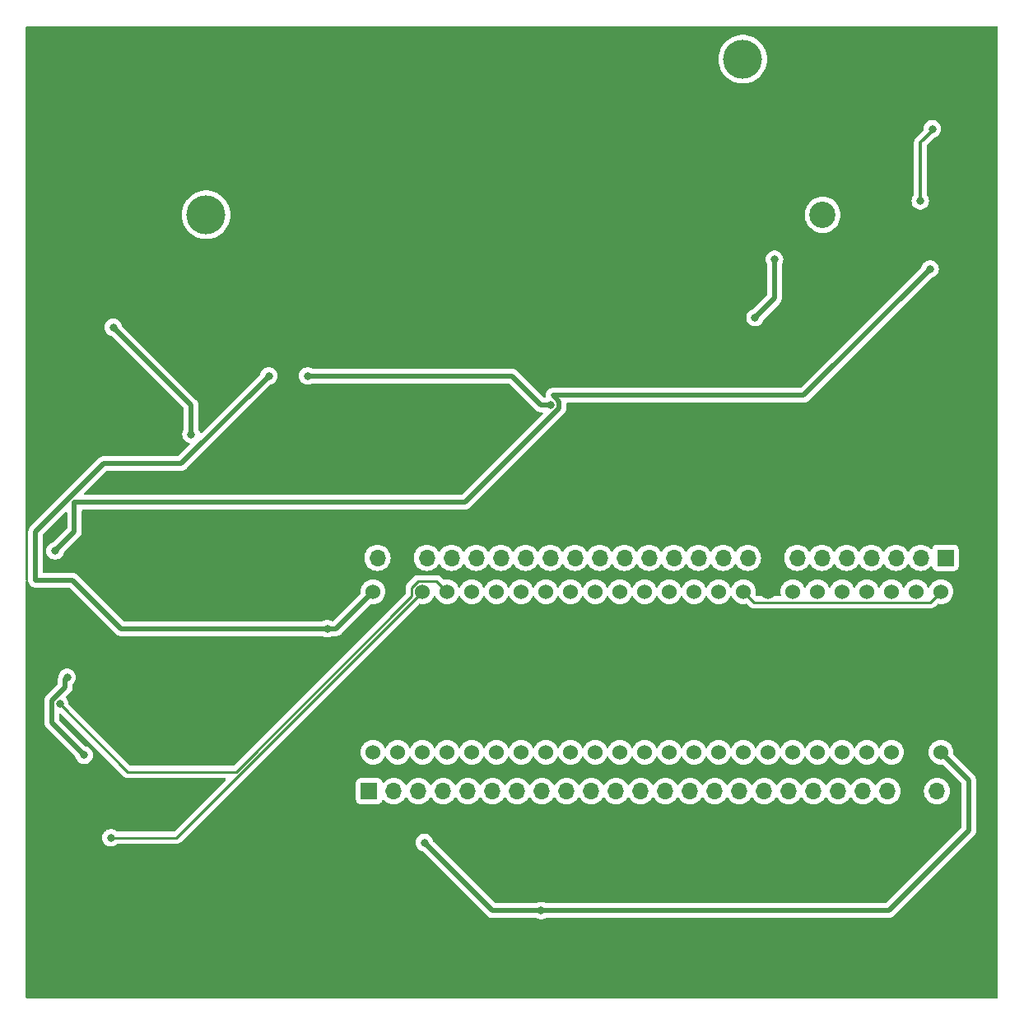
<source format=gbl>
%TF.GenerationSoftware,KiCad,Pcbnew,(7.0.0)*%
%TF.CreationDate,2023-03-21T11:07:30+02:00*%
%TF.ProjectId,SCHEMATICS,53434845-4d41-4544-9943-532e6b696361,rev?*%
%TF.SameCoordinates,Original*%
%TF.FileFunction,Copper,L2,Bot*%
%TF.FilePolarity,Positive*%
%FSLAX46Y46*%
G04 Gerber Fmt 4.6, Leading zero omitted, Abs format (unit mm)*
G04 Created by KiCad (PCBNEW (7.0.0)) date 2023-03-21 11:07:30*
%MOMM*%
%LPD*%
G01*
G04 APERTURE LIST*
%TA.AperFunction,ComponentPad*%
%ADD10C,1.524000*%
%TD*%
%TA.AperFunction,ComponentPad*%
%ADD11C,1.300000*%
%TD*%
%TA.AperFunction,ComponentPad*%
%ADD12O,2.200000X1.300000*%
%TD*%
%TA.AperFunction,ComponentPad*%
%ADD13R,1.700000X1.700000*%
%TD*%
%TA.AperFunction,ComponentPad*%
%ADD14O,1.700000X1.700000*%
%TD*%
%TA.AperFunction,ComponentPad*%
%ADD15C,4.000000*%
%TD*%
%TA.AperFunction,ComponentPad*%
%ADD16C,2.700000*%
%TD*%
%TA.AperFunction,ViaPad*%
%ADD17C,0.800000*%
%TD*%
%TA.AperFunction,Conductor*%
%ADD18C,0.500000*%
%TD*%
%TA.AperFunction,Conductor*%
%ADD19C,0.250000*%
%TD*%
%TA.AperFunction,Conductor*%
%ADD20C,0.300000*%
%TD*%
G04 APERTURE END LIST*
D10*
%TO.P,U8,1,VBAT*%
%TO.N,/MICROCONTROLLER/VSS*%
X184126500Y-106193500D03*
%TO.P,U8,2,PC13*%
%TO.N,/MICROCONTROLLER/PC13*%
X181586500Y-106193500D03*
%TO.P,U8,3,PC14*%
%TO.N,/MICROCONTROLLER/PC14*%
X179046500Y-106193500D03*
%TO.P,U8,4,PC15*%
%TO.N,/MICROCONTROLLER/PC15*%
X176506500Y-106193500D03*
%TO.P,U8,5,PF0*%
%TO.N,/MICROCONTROLLER/PF0*%
X173966500Y-106193500D03*
%TO.P,U8,6,PF1*%
%TO.N,/MICROCONTROLLER/PF1*%
X171426500Y-106193500D03*
%TO.P,U8,7,NRST*%
%TO.N,/MICROCONTROLLER/NRST*%
X168886500Y-106193500D03*
%TO.P,U8,8,GND*%
%TO.N,GND*%
X166346500Y-106193500D03*
%TO.P,U8,9,V+*%
%TO.N,/MICROCONTROLLER/VSS*%
X163806500Y-106193500D03*
%TO.P,U8,10,PA0*%
%TO.N,/MICROCONTROLLER/PA0*%
X161266500Y-106193500D03*
%TO.P,U8,11,PA1*%
%TO.N,/MICROCONTROLLER/PA1*%
X158726500Y-106193500D03*
%TO.P,U8,12,PA2*%
%TO.N,/MICROCONTROLLER/PA2*%
X156186500Y-106193500D03*
%TO.P,U8,13,PA3*%
%TO.N,/MICROCONTROLLER/PA3*%
X153646500Y-106193500D03*
%TO.P,U8,14,PA4*%
%TO.N,/MICROCONTROLLER/PA4*%
X151106500Y-106193500D03*
%TO.P,U8,15,PA5*%
%TO.N,/MICROCONTROLLER/PA5*%
X148566500Y-106193500D03*
%TO.P,U8,16,PA6*%
%TO.N,/MICROCONTROLLER/PA6*%
X146026500Y-106193500D03*
%TO.P,U8,17,PA7*%
%TO.N,/MICROCONTROLLER/PA7*%
X143486500Y-106193500D03*
%TO.P,U8,18,PB0*%
%TO.N,/MICROCONTROLLER/PB0*%
X140946500Y-106193500D03*
%TO.P,U8,19,PB1*%
%TO.N,/MICROCONTROLLER/PB1*%
X138406500Y-106193500D03*
%TO.P,U8,20,PB2*%
%TO.N,/MICROCONTROLLER/PB2*%
X135866500Y-106193500D03*
%TO.P,U8,21,PB10*%
%TO.N,/MICROCONTROLLER/PB10*%
X133326500Y-106193500D03*
%TO.P,U8,22,PB11*%
%TO.N,/MICROCONTROLLER/PB11*%
X130786500Y-106193500D03*
%TO.P,U8,23,GND*%
%TO.N,GND*%
X128246500Y-106193500D03*
%TO.P,U8,24,V+*%
%TO.N,/MICROCONTROLLER/VSS*%
X125706500Y-106193500D03*
%TO.P,U8,25,PB12*%
%TO.N,/MICROCONTROLLER/PB12*%
X125706500Y-122703500D03*
%TO.P,U8,26,PB13*%
%TO.N,/MICROCONTROLLER/PB13*%
X128246500Y-122703500D03*
%TO.P,U8,27,PB14*%
%TO.N,/MICROCONTROLLER/PB14*%
X130786500Y-122703500D03*
%TO.P,U8,28,PB15*%
%TO.N,/MICROCONTROLLER/PB15*%
X133326500Y-122703500D03*
%TO.P,U8,29,PA8*%
%TO.N,/MICROCONTROLLER/PA8*%
X135866500Y-122703500D03*
%TO.P,U8,30,PA9*%
%TO.N,/MICROCONTROLLER/PA9*%
X138406500Y-122703500D03*
%TO.P,U8,31,PA10*%
%TO.N,/MICROCONTROLLER/PA10*%
X140946500Y-122703500D03*
%TO.P,U8,32,PA11*%
%TO.N,/MICROCONTROLLER/PA11*%
X143486500Y-122703500D03*
%TO.P,U8,33,PA12*%
%TO.N,/MICROCONTROLLER/PA12*%
X146026500Y-122703500D03*
%TO.P,U8,34,PA13*%
%TO.N,/MICROCONTROLLER/PA13*%
X148566500Y-122703500D03*
%TO.P,U8,35,PF6*%
%TO.N,/MICROCONTROLLER/PF6*%
X151106500Y-122703500D03*
%TO.P,U8,36,PF7*%
%TO.N,/MICROCONTROLLER/PF7*%
X153646500Y-122703500D03*
%TO.P,U8,37,PA14*%
%TO.N,/MICROCONTROLLER/PA14*%
X156186500Y-122703500D03*
%TO.P,U8,38,PA15*%
%TO.N,/MICROCONTROLLER/PA15*%
X158726500Y-122703500D03*
%TO.P,U8,39,PB3*%
%TO.N,/MICROCONTROLLER/PB3*%
X161266500Y-122703500D03*
%TO.P,U8,40,PB4*%
%TO.N,/MICROCONTROLLER/PB4*%
X163806500Y-122703500D03*
%TO.P,U8,41,PB5*%
%TO.N,/MICROCONTROLLER/PB5*%
X166346500Y-122703500D03*
%TO.P,U8,42,PB6*%
%TO.N,/MICROCONTROLLER/PB6*%
X168886500Y-122703500D03*
%TO.P,U8,43,PB7*%
%TO.N,/MICROCONTROLLER/PB7*%
X171426500Y-122703500D03*
%TO.P,U8,44,BOOT*%
%TO.N,/MICROCONTROLLER/BOOT*%
X173966500Y-122703500D03*
%TO.P,U8,45,PB8*%
%TO.N,/MICROCONTROLLER/PB8*%
X176506500Y-122703500D03*
%TO.P,U8,46,PB9*%
%TO.N,/MICROCONTROLLER/PB9*%
X179046500Y-122703500D03*
%TO.P,U8,47,GND*%
%TO.N,GND*%
X181586500Y-122703500D03*
%TO.P,U8,48,V+*%
%TO.N,/MICROCONTROLLER/VSS*%
X184126500Y-122703500D03*
%TD*%
D11*
%TO.P,MicroXNJ1,6,SH1*%
%TO.N,GND*%
X97499111Y-83599886D03*
D12*
%TO.P,MicroXNJ1,7,SH2*%
X94829057Y-84774891D03*
%TO.P,MicroXNJ1,8,SH3*%
X94829057Y-77574993D03*
D11*
%TO.P,MicroXNJ1,9,SH4*%
X97499111Y-78750000D03*
%TD*%
D13*
%TO.P,J2,1,Pin_1*%
%TO.N,/MICROCONTROLLER/PB12*%
X125306499Y-126703499D03*
D14*
%TO.P,J2,2,Pin_2*%
%TO.N,/MICROCONTROLLER/PB13*%
X127846499Y-126703499D03*
%TO.P,J2,3,Pin_3*%
%TO.N,/MICROCONTROLLER/PB14*%
X130386499Y-126703499D03*
%TO.P,J2,4,Pin_4*%
%TO.N,/MICROCONTROLLER/PB15*%
X132926499Y-126703499D03*
%TO.P,J2,5,Pin_5*%
%TO.N,/MICROCONTROLLER/PA8*%
X135466499Y-126703499D03*
%TO.P,J2,6,Pin_6*%
%TO.N,/MICROCONTROLLER/PA9*%
X138006499Y-126703499D03*
%TO.P,J2,7,Pin_7*%
%TO.N,/MICROCONTROLLER/PA10*%
X140546499Y-126703499D03*
%TO.P,J2,8,Pin_8*%
%TO.N,/MICROCONTROLLER/PA11*%
X143086499Y-126703499D03*
%TO.P,J2,9,Pin_9*%
%TO.N,/MICROCONTROLLER/PA12*%
X145626499Y-126703499D03*
%TO.P,J2,10,Pin_10*%
%TO.N,/MICROCONTROLLER/PA13*%
X148166499Y-126703499D03*
%TO.P,J2,11,Pin_11*%
%TO.N,/MICROCONTROLLER/PF6*%
X150706499Y-126703499D03*
%TO.P,J2,12,Pin_12*%
%TO.N,/MICROCONTROLLER/PF7*%
X153246499Y-126703499D03*
%TO.P,J2,13,Pin_13*%
%TO.N,/MICROCONTROLLER/PA14*%
X155786499Y-126703499D03*
%TO.P,J2,14,Pin_14*%
%TO.N,/MICROCONTROLLER/PA15*%
X158326499Y-126703499D03*
%TO.P,J2,15,Pin_15*%
%TO.N,/MICROCONTROLLER/PB3*%
X160866499Y-126703499D03*
%TO.P,J2,16,Pin_16*%
%TO.N,/MICROCONTROLLER/PB4*%
X163406499Y-126703499D03*
%TO.P,J2,17,Pin_17*%
%TO.N,/MICROCONTROLLER/PB5*%
X165946499Y-126703499D03*
%TO.P,J2,18,Pin_18*%
%TO.N,/MICROCONTROLLER/PB6*%
X168486499Y-126703499D03*
%TO.P,J2,19,Pin_19*%
%TO.N,/MICROCONTROLLER/PB7*%
X171026499Y-126703499D03*
%TO.P,J2,20,Pin_20*%
%TO.N,/MICROCONTROLLER/BOOT*%
X173566499Y-126703499D03*
%TO.P,J2,21,Pin_21*%
%TO.N,/MICROCONTROLLER/PB8*%
X176106499Y-126703499D03*
%TO.P,J2,22,Pin_22*%
%TO.N,/MICROCONTROLLER/PB9*%
X178646499Y-126703499D03*
%TO.P,J2,23,Pin_23*%
%TO.N,GND*%
X181186499Y-126703499D03*
%TO.P,J2,24,Pin_24*%
%TO.N,unconnected-(J2-Pin_24-Pad24)*%
X183726499Y-126703499D03*
%TD*%
D15*
%TO.P,U9,*%
%TO.N,*%
X108544000Y-67419000D03*
X163744000Y-51419000D03*
D16*
X171964000Y-67419000D03*
%TD*%
D13*
%TO.P,J1,1,Pin_1*%
%TO.N,unconnected-(J1-Pin_1-Pad1)*%
X184586499Y-102703499D03*
D14*
%TO.P,J1,2,Pin_2*%
%TO.N,/MICROCONTROLLER/PC13*%
X182046499Y-102703499D03*
%TO.P,J1,3,Pin_3*%
%TO.N,/MICROCONTROLLER/PC14*%
X179506499Y-102703499D03*
%TO.P,J1,4,Pin_4*%
%TO.N,/MICROCONTROLLER/PC15*%
X176966499Y-102703499D03*
%TO.P,J1,5,Pin_5*%
%TO.N,/MICROCONTROLLER/PF0*%
X174426499Y-102703499D03*
%TO.P,J1,6,Pin_6*%
%TO.N,/MICROCONTROLLER/PF1*%
X171886499Y-102703499D03*
%TO.P,J1,7,Pin_7*%
%TO.N,/MICROCONTROLLER/NRST*%
X169346499Y-102703499D03*
%TO.P,J1,8,Pin_8*%
%TO.N,GND*%
X166806499Y-102703499D03*
%TO.P,J1,9,Pin_9*%
%TO.N,unconnected-(J1-Pin_9-Pad9)*%
X164266499Y-102703499D03*
%TO.P,J1,10,Pin_10*%
%TO.N,/MICROCONTROLLER/PA0*%
X161726499Y-102703499D03*
%TO.P,J1,11,Pin_11*%
%TO.N,/MICROCONTROLLER/PA1*%
X159186499Y-102703499D03*
%TO.P,J1,12,Pin_12*%
%TO.N,/MICROCONTROLLER/PA2*%
X156646499Y-102703499D03*
%TO.P,J1,13,Pin_13*%
%TO.N,/MICROCONTROLLER/PA3*%
X154106499Y-102703499D03*
%TO.P,J1,14,Pin_14*%
%TO.N,/MICROCONTROLLER/PA4*%
X151566499Y-102703499D03*
%TO.P,J1,15,Pin_15*%
%TO.N,/MICROCONTROLLER/PA5*%
X149026499Y-102703499D03*
%TO.P,J1,16,Pin_16*%
%TO.N,/MICROCONTROLLER/PA6*%
X146486499Y-102703499D03*
%TO.P,J1,17,Pin_17*%
%TO.N,/MICROCONTROLLER/PA7*%
X143946499Y-102703499D03*
%TO.P,J1,18,Pin_18*%
%TO.N,/MICROCONTROLLER/PB0*%
X141406499Y-102703499D03*
%TO.P,J1,19,Pin_19*%
%TO.N,/MICROCONTROLLER/PB1*%
X138866499Y-102703499D03*
%TO.P,J1,20,Pin_20*%
%TO.N,/MICROCONTROLLER/PB2*%
X136326499Y-102703499D03*
%TO.P,J1,21,Pin_21*%
%TO.N,/MICROCONTROLLER/PB10*%
X133786499Y-102703499D03*
%TO.P,J1,22,Pin_22*%
%TO.N,/MICROCONTROLLER/PB11*%
X131246499Y-102703499D03*
%TO.P,J1,23,Pin_23*%
%TO.N,GND*%
X128706499Y-102703499D03*
%TO.P,J1,24,Pin_24*%
%TO.N,unconnected-(J1-Pin_24-Pad24)*%
X126166499Y-102703499D03*
%TD*%
D17*
%TO.N,GND*%
X105250000Y-103750000D03*
X117000000Y-100000000D03*
X91000000Y-127000000D03*
X157000000Y-91000000D03*
X107000000Y-128000000D03*
X154568175Y-134359994D03*
X94007491Y-131194500D03*
X157000000Y-137000000D03*
X115500000Y-78500000D03*
X150000000Y-73000000D03*
X100750000Y-108750000D03*
X95000000Y-64000000D03*
X172000000Y-133000000D03*
X158500000Y-73000000D03*
%TO.N,/MICROCONTROLLER/VSS*%
X131000000Y-132000000D03*
X115000000Y-84000000D03*
X143000000Y-139000000D03*
X121000000Y-110000000D03*
%TO.N,Net-(U3-SCL)*%
X94250000Y-115000000D03*
X96000000Y-123000000D03*
%TO.N,/POWER MODULE/Battery*%
X167000000Y-72000000D03*
X165000000Y-78000000D03*
%TO.N,/MICROCONTROLLER/5V*%
X143974588Y-86974588D03*
X107000000Y-90000000D03*
X119000000Y-84000000D03*
X99000000Y-79000000D03*
%TO.N,/POWER MODULE/UVLO Output*%
X183000000Y-73000000D03*
X93000000Y-102000000D03*
%TO.N,/MICROCONTROLLER/PB10*%
X93500000Y-117750000D03*
%TO.N,/MICROCONTROLLER/PB11*%
X98750000Y-131500000D03*
%TO.N,Net-(#FLG06-pwr)*%
X183227745Y-58587657D03*
X182000000Y-66000000D03*
%TD*%
D18*
%TO.N,GND*%
X94007491Y-131007491D02*
X94000000Y-131000000D01*
X94007491Y-131194500D02*
X94007491Y-131007491D01*
X154568175Y-134568175D02*
X154568175Y-134359994D01*
%TO.N,/MICROCONTROLLER/VSS*%
X99797918Y-110000000D02*
X94797918Y-105000000D01*
X121900000Y-110000000D02*
X125706500Y-106193500D01*
X106000000Y-93000000D02*
X115000000Y-84000000D01*
X178750000Y-139000000D02*
X187000000Y-130750000D01*
X93000000Y-98010051D02*
X98010051Y-93000000D01*
X121000000Y-110000000D02*
X99797918Y-110000000D01*
X91000000Y-100010051D02*
X93000000Y-98010051D01*
X187000000Y-125577000D02*
X184126500Y-122703500D01*
X121000000Y-110000000D02*
X121900000Y-110000000D01*
X131000000Y-132000000D02*
X138000000Y-139000000D01*
X187000000Y-130750000D02*
X187000000Y-125577000D01*
X94797918Y-105000000D02*
X91000000Y-105000000D01*
D19*
X163806500Y-106193500D02*
X164893500Y-107280500D01*
D18*
X143000000Y-139000000D02*
X178750000Y-139000000D01*
X138000000Y-139000000D02*
X143000000Y-139000000D01*
X91000000Y-105000000D02*
X91000000Y-100010051D01*
D19*
X183039500Y-107280500D02*
X184126500Y-106193500D01*
D18*
X98010051Y-93000000D02*
X106000000Y-93000000D01*
D19*
X164893500Y-107280500D02*
X183039500Y-107280500D01*
D18*
%TO.N,Net-(U3-SCL)*%
X92650000Y-117397918D02*
X94047918Y-116000000D01*
X92650000Y-119650000D02*
X92650000Y-117397918D01*
X94047918Y-116000000D02*
X94047918Y-115202082D01*
X96000000Y-123000000D02*
X92650000Y-119650000D01*
X94047918Y-115202082D02*
X94250000Y-115000000D01*
%TO.N,/POWER MODULE/Battery*%
X167000000Y-72000000D02*
X167000000Y-76000000D01*
X167000000Y-76000000D02*
X165000000Y-78000000D01*
%TO.N,/MICROCONTROLLER/5V*%
X142974588Y-86974588D02*
X143974588Y-86974588D01*
X119000000Y-84000000D02*
X140000000Y-84000000D01*
X107000000Y-87000000D02*
X107000000Y-90000000D01*
X140000000Y-84000000D02*
X142974588Y-86974588D01*
X99000000Y-79000000D02*
X107000000Y-87000000D01*
%TO.N,/POWER MODULE/UVLO Output*%
X144824588Y-86622506D02*
X144824588Y-87326670D01*
X95000000Y-97000000D02*
X95000000Y-100000000D01*
X144202082Y-86000000D02*
X144824588Y-86622506D01*
X135151258Y-97000000D02*
X95000000Y-97000000D01*
X144824588Y-87326670D02*
X135151258Y-97000000D01*
X95000000Y-100000000D02*
X93000000Y-102000000D01*
X183000000Y-73000000D02*
X170000000Y-86000000D01*
X170000000Y-86000000D02*
X144202082Y-86000000D01*
D19*
%TO.N,/MICROCONTROLLER/PB10*%
X130336249Y-105106500D02*
X132239500Y-105106500D01*
X129699677Y-105743072D02*
X130336249Y-105106500D01*
X111618604Y-124725000D02*
X129699677Y-106643927D01*
X93500000Y-117750000D02*
X100475000Y-124725000D01*
X100475000Y-124725000D02*
X111618604Y-124725000D01*
X132239500Y-105106500D02*
X133326500Y-106193500D01*
X129699677Y-106643927D02*
X129699677Y-105743072D01*
%TO.N,/MICROCONTROLLER/PB11*%
X98750000Y-131500000D02*
X105480000Y-131500000D01*
X105480000Y-131500000D02*
X130786500Y-106193500D01*
D20*
%TO.N,Net-(#FLG06-pwr)*%
X182000000Y-60000000D02*
X183227745Y-58772255D01*
X182000000Y-66000000D02*
X182000000Y-60000000D01*
X183227745Y-58772255D02*
X183227745Y-58587657D01*
%TD*%
%TA.AperFunction,Conductor*%
%TO.N,GND*%
G36*
X189937500Y-48017113D02*
G01*
X189982887Y-48062500D01*
X189999500Y-48124500D01*
X189999500Y-147875500D01*
X189982887Y-147937500D01*
X189937500Y-147982887D01*
X189875500Y-147999500D01*
X90124500Y-147999500D01*
X90062500Y-147982887D01*
X90017113Y-147937500D01*
X90000500Y-147875500D01*
X90000500Y-119628023D01*
X91894711Y-119628023D01*
X91895340Y-119635214D01*
X91895340Y-119635221D01*
X91899028Y-119677369D01*
X91899500Y-119688176D01*
X91899500Y-119693709D01*
X91899916Y-119697272D01*
X91899917Y-119697282D01*
X91903098Y-119724496D01*
X91903464Y-119728082D01*
X91909371Y-119795604D01*
X91909372Y-119795609D01*
X91910001Y-119802797D01*
X91912271Y-119809649D01*
X91912976Y-119813063D01*
X91913028Y-119813384D01*
X91913120Y-119813709D01*
X91913920Y-119817085D01*
X91914759Y-119824255D01*
X91940413Y-119894742D01*
X91941582Y-119898108D01*
X91962913Y-119962479D01*
X91962917Y-119962489D01*
X91965186Y-119969334D01*
X91968971Y-119975472D01*
X91970443Y-119978628D01*
X91970570Y-119978935D01*
X91970729Y-119979220D01*
X91972295Y-119982338D01*
X91974763Y-119989117D01*
X91978727Y-119995144D01*
X91978729Y-119995148D01*
X92015979Y-120051784D01*
X92017900Y-120054799D01*
X92057288Y-120118656D01*
X92062392Y-120123760D01*
X92064542Y-120126479D01*
X92064739Y-120126752D01*
X92064973Y-120127007D01*
X92067202Y-120129663D01*
X92071170Y-120135696D01*
X92076423Y-120140652D01*
X92076424Y-120140653D01*
X92125709Y-120187151D01*
X92128296Y-120189664D01*
X95087228Y-123148595D01*
X95117478Y-123197957D01*
X95172821Y-123368284D01*
X95176068Y-123373908D01*
X95176069Y-123373910D01*
X95259328Y-123518120D01*
X95267467Y-123532216D01*
X95394129Y-123672888D01*
X95547270Y-123784151D01*
X95720197Y-123861144D01*
X95905354Y-123900500D01*
X96088143Y-123900500D01*
X96094646Y-123900500D01*
X96279803Y-123861144D01*
X96452730Y-123784151D01*
X96605871Y-123672888D01*
X96732533Y-123532216D01*
X96827179Y-123368284D01*
X96885674Y-123188256D01*
X96905460Y-123000000D01*
X96885674Y-122811744D01*
X96827179Y-122631716D01*
X96732533Y-122467784D01*
X96605871Y-122327112D01*
X96600613Y-122323292D01*
X96600611Y-122323290D01*
X96457988Y-122219669D01*
X96457987Y-122219668D01*
X96452730Y-122215849D01*
X96446792Y-122213205D01*
X96285745Y-122141501D01*
X96285740Y-122141499D01*
X96279803Y-122138856D01*
X96261661Y-122135000D01*
X96214668Y-122125011D01*
X96181282Y-122112694D01*
X96152769Y-122091402D01*
X93436819Y-119375451D01*
X93409939Y-119335223D01*
X93400500Y-119287770D01*
X93400500Y-118834452D01*
X93414015Y-118778157D01*
X93451615Y-118734134D01*
X93505102Y-118711979D01*
X93562818Y-118716521D01*
X93612181Y-118746771D01*
X99977707Y-125112297D01*
X99985156Y-125120483D01*
X99989214Y-125126877D01*
X99994899Y-125132215D01*
X99994901Y-125132218D01*
X100038239Y-125172915D01*
X100041035Y-125175625D01*
X100060530Y-125195120D01*
X100063615Y-125197513D01*
X100063701Y-125197580D01*
X100072573Y-125205158D01*
X100104418Y-125235062D01*
X100111248Y-125238817D01*
X100111251Y-125238819D01*
X100121971Y-125244712D01*
X100138222Y-125255386D01*
X100154064Y-125267674D01*
X100161221Y-125270771D01*
X100161223Y-125270772D01*
X100194155Y-125285022D01*
X100204650Y-125290164D01*
X100242908Y-125311197D01*
X100262312Y-125316179D01*
X100280714Y-125322480D01*
X100291941Y-125327338D01*
X100299105Y-125330438D01*
X100336697Y-125336391D01*
X100342239Y-125337269D01*
X100353682Y-125339639D01*
X100388425Y-125348560D01*
X100388426Y-125348560D01*
X100395981Y-125350500D01*
X100416017Y-125350500D01*
X100435402Y-125352025D01*
X100455196Y-125355160D01*
X100493276Y-125351560D01*
X100498676Y-125351050D01*
X100510345Y-125350500D01*
X110445547Y-125350500D01*
X110501842Y-125364015D01*
X110545865Y-125401615D01*
X110568020Y-125455102D01*
X110563478Y-125512818D01*
X110533228Y-125562181D01*
X105257228Y-130838181D01*
X105217000Y-130865061D01*
X105169547Y-130874500D01*
X99453748Y-130874500D01*
X99403315Y-130863781D01*
X99365218Y-130836104D01*
X99365050Y-130836291D01*
X99363271Y-130834689D01*
X99361601Y-130833476D01*
X99355871Y-130827112D01*
X99350613Y-130823292D01*
X99350611Y-130823290D01*
X99207988Y-130719669D01*
X99207987Y-130719668D01*
X99202730Y-130715849D01*
X99196792Y-130713205D01*
X99035745Y-130641501D01*
X99035740Y-130641499D01*
X99029803Y-130638856D01*
X99023444Y-130637504D01*
X99023440Y-130637503D01*
X98851008Y-130600852D01*
X98851005Y-130600851D01*
X98844646Y-130599500D01*
X98655354Y-130599500D01*
X98648995Y-130600851D01*
X98648991Y-130600852D01*
X98476559Y-130637503D01*
X98476552Y-130637505D01*
X98470197Y-130638856D01*
X98464262Y-130641498D01*
X98464254Y-130641501D01*
X98303207Y-130713205D01*
X98303202Y-130713207D01*
X98297270Y-130715849D01*
X98292016Y-130719665D01*
X98292011Y-130719669D01*
X98149388Y-130823290D01*
X98149381Y-130823295D01*
X98144129Y-130827112D01*
X98139784Y-130831937D01*
X98139779Y-130831942D01*
X98021813Y-130962956D01*
X98021808Y-130962962D01*
X98017467Y-130967784D01*
X98014222Y-130973404D01*
X98014218Y-130973410D01*
X97926069Y-131126089D01*
X97926066Y-131126094D01*
X97922821Y-131131716D01*
X97920815Y-131137888D01*
X97920813Y-131137894D01*
X97866333Y-131305564D01*
X97866331Y-131305573D01*
X97864326Y-131311744D01*
X97863648Y-131318194D01*
X97863646Y-131318204D01*
X97848433Y-131462956D01*
X97844540Y-131500000D01*
X97845219Y-131506460D01*
X97863646Y-131681795D01*
X97863647Y-131681803D01*
X97864326Y-131688256D01*
X97866331Y-131694428D01*
X97866333Y-131694435D01*
X97920813Y-131862105D01*
X97922821Y-131868284D01*
X97926068Y-131873908D01*
X97926069Y-131873910D01*
X97997810Y-131998170D01*
X98017467Y-132032216D01*
X98021811Y-132037041D01*
X98021813Y-132037043D01*
X98103417Y-132127673D01*
X98144129Y-132172888D01*
X98297270Y-132284151D01*
X98470197Y-132361144D01*
X98655354Y-132400500D01*
X98838143Y-132400500D01*
X98844646Y-132400500D01*
X99029803Y-132361144D01*
X99202730Y-132284151D01*
X99355871Y-132172888D01*
X99361601Y-132166523D01*
X99363271Y-132165310D01*
X99365050Y-132163709D01*
X99365218Y-132163895D01*
X99403315Y-132136219D01*
X99453748Y-132125500D01*
X105402225Y-132125500D01*
X105413280Y-132126021D01*
X105420667Y-132127673D01*
X105487872Y-132125561D01*
X105491768Y-132125500D01*
X105515448Y-132125500D01*
X105519350Y-132125500D01*
X105523313Y-132124999D01*
X105534963Y-132124080D01*
X105578627Y-132122709D01*
X105597861Y-132117119D01*
X105616917Y-132113174D01*
X105636792Y-132110664D01*
X105677395Y-132094587D01*
X105688450Y-132090802D01*
X105730390Y-132078618D01*
X105747629Y-132068422D01*
X105765103Y-132059862D01*
X105776474Y-132055360D01*
X105776476Y-132055358D01*
X105783732Y-132052486D01*
X105819069Y-132026811D01*
X105828824Y-132020403D01*
X105863325Y-132000000D01*
X130094540Y-132000000D01*
X130095219Y-132006460D01*
X130113646Y-132181795D01*
X130113647Y-132181803D01*
X130114326Y-132188256D01*
X130116331Y-132194428D01*
X130116333Y-132194435D01*
X130145484Y-132284151D01*
X130172821Y-132368284D01*
X130267467Y-132532216D01*
X130394129Y-132672888D01*
X130547270Y-132784151D01*
X130720197Y-132861144D01*
X130785335Y-132874989D01*
X130818714Y-132887303D01*
X130847228Y-132908596D01*
X137424270Y-139485638D01*
X137436052Y-139499271D01*
X137450390Y-139518530D01*
X137455917Y-139523167D01*
X137455922Y-139523173D01*
X137488337Y-139550372D01*
X137496313Y-139557681D01*
X137500223Y-139561591D01*
X137524556Y-139580831D01*
X137527310Y-139583073D01*
X137584786Y-139631302D01*
X137591245Y-139634546D01*
X137594134Y-139636446D01*
X137594413Y-139636648D01*
X137594713Y-139636815D01*
X137597654Y-139638629D01*
X137603323Y-139643111D01*
X137663695Y-139671263D01*
X137671321Y-139674819D01*
X137674534Y-139676374D01*
X137741567Y-139710040D01*
X137748594Y-139711705D01*
X137751835Y-139712885D01*
X137752164Y-139713021D01*
X137752498Y-139713116D01*
X137755778Y-139714202D01*
X137762327Y-139717257D01*
X137835894Y-139732447D01*
X137839257Y-139733193D01*
X137912279Y-139750500D01*
X137919510Y-139750500D01*
X137922933Y-139750900D01*
X137923285Y-139750957D01*
X137923626Y-139750972D01*
X137927069Y-139751273D01*
X137934144Y-139752734D01*
X138009129Y-139750552D01*
X138012737Y-139750500D01*
X142460664Y-139750500D01*
X142498982Y-139756569D01*
X142533545Y-139774179D01*
X142547270Y-139784151D01*
X142720197Y-139861144D01*
X142905354Y-139900500D01*
X143088143Y-139900500D01*
X143094646Y-139900500D01*
X143279803Y-139861144D01*
X143452730Y-139784151D01*
X143466454Y-139774179D01*
X143501018Y-139756569D01*
X143539336Y-139750500D01*
X178686293Y-139750500D01*
X178704264Y-139751809D01*
X178708160Y-139752379D01*
X178728023Y-139755289D01*
X178777368Y-139750972D01*
X178788176Y-139750500D01*
X178790100Y-139750500D01*
X178793709Y-139750500D01*
X178824550Y-139746894D01*
X178828031Y-139746539D01*
X178902797Y-139739999D01*
X178909653Y-139737726D01*
X178913043Y-139737027D01*
X178913375Y-139736973D01*
X178913728Y-139736873D01*
X178917071Y-139736080D01*
X178924255Y-139735241D01*
X178994760Y-139709579D01*
X178998118Y-139708412D01*
X179069334Y-139684814D01*
X179075486Y-139681018D01*
X179078607Y-139679564D01*
X179078929Y-139679430D01*
X179079238Y-139679258D01*
X179082315Y-139677712D01*
X179089117Y-139675237D01*
X179151837Y-139633984D01*
X179154732Y-139632140D01*
X179218656Y-139592712D01*
X179223763Y-139587603D01*
X179226476Y-139585459D01*
X179226758Y-139585254D01*
X179227029Y-139585007D01*
X179229659Y-139582799D01*
X179235696Y-139578830D01*
X179287185Y-139524253D01*
X179289630Y-139521736D01*
X187485642Y-131325724D01*
X187499266Y-131313950D01*
X187518530Y-131299610D01*
X187550366Y-131261667D01*
X187557680Y-131253688D01*
X187558264Y-131253103D01*
X187561591Y-131249777D01*
X187580833Y-131225439D01*
X187583090Y-131222670D01*
X187626654Y-131170753D01*
X187626653Y-131170753D01*
X187631302Y-131165214D01*
X187634548Y-131158748D01*
X187636436Y-131155879D01*
X187636645Y-131155589D01*
X187636819Y-131155278D01*
X187638624Y-131152350D01*
X187643111Y-131146677D01*
X187674834Y-131078645D01*
X187676349Y-131075514D01*
X187710040Y-131008433D01*
X187711708Y-131001391D01*
X187712878Y-130998178D01*
X187713022Y-130997830D01*
X187713118Y-130997492D01*
X187714199Y-130994227D01*
X187717257Y-130987673D01*
X187732450Y-130914088D01*
X187733186Y-130910771D01*
X187750500Y-130837721D01*
X187750500Y-130830489D01*
X187750900Y-130827067D01*
X187750957Y-130826714D01*
X187750972Y-130826374D01*
X187751273Y-130822931D01*
X187752734Y-130815856D01*
X187750552Y-130740870D01*
X187750500Y-130737263D01*
X187750500Y-125640707D01*
X187751809Y-125622736D01*
X187753503Y-125611169D01*
X187755289Y-125598977D01*
X187750972Y-125549631D01*
X187750500Y-125538824D01*
X187750500Y-125536901D01*
X187750500Y-125533291D01*
X187746903Y-125502520D01*
X187746536Y-125498929D01*
X187740628Y-125431398D01*
X187739999Y-125424203D01*
X187737726Y-125417345D01*
X187737027Y-125413957D01*
X187736972Y-125413619D01*
X187736878Y-125413286D01*
X187736079Y-125409915D01*
X187735241Y-125402745D01*
X187709591Y-125332273D01*
X187708408Y-125328868D01*
X187704202Y-125316176D01*
X187684814Y-125257666D01*
X187681019Y-125251513D01*
X187679564Y-125248393D01*
X187679430Y-125248069D01*
X187679259Y-125247763D01*
X187677710Y-125244680D01*
X187675237Y-125237883D01*
X187634001Y-125175188D01*
X187632086Y-125172181D01*
X187596504Y-125114492D01*
X187596501Y-125114489D01*
X187592712Y-125108345D01*
X187587605Y-125103238D01*
X187585463Y-125100529D01*
X187585257Y-125100244D01*
X187585027Y-125099993D01*
X187582796Y-125097334D01*
X187578830Y-125091304D01*
X187573581Y-125086352D01*
X187573578Y-125086348D01*
X187524272Y-125039831D01*
X187521685Y-125037318D01*
X185418140Y-122933772D01*
X185389299Y-122888501D01*
X185382293Y-122835285D01*
X185393823Y-122703500D01*
X185374570Y-122483432D01*
X185369083Y-122462956D01*
X185333978Y-122331942D01*
X185317394Y-122270050D01*
X185224034Y-122069839D01*
X185097326Y-121888880D01*
X184941120Y-121732674D01*
X184912556Y-121712673D01*
X184764596Y-121609070D01*
X184764590Y-121609066D01*
X184760162Y-121605966D01*
X184755257Y-121603678D01*
X184755254Y-121603677D01*
X184624472Y-121542693D01*
X184559950Y-121512606D01*
X184554735Y-121511208D01*
X184554728Y-121511206D01*
X184351800Y-121456831D01*
X184351789Y-121456829D01*
X184346568Y-121455430D01*
X184341176Y-121454958D01*
X184341169Y-121454957D01*
X184131895Y-121436649D01*
X184126500Y-121436177D01*
X184121105Y-121436649D01*
X183911830Y-121454957D01*
X183911821Y-121454958D01*
X183906432Y-121455430D01*
X183901211Y-121456828D01*
X183901199Y-121456831D01*
X183698277Y-121511205D01*
X183698272Y-121511206D01*
X183693050Y-121512606D01*
X183688154Y-121514888D01*
X183688143Y-121514893D01*
X183497749Y-121603676D01*
X183497745Y-121603678D01*
X183492839Y-121605966D01*
X183488406Y-121609069D01*
X183488399Y-121609074D01*
X183316315Y-121729568D01*
X183316310Y-121729571D01*
X183311880Y-121732674D01*
X183308056Y-121736497D01*
X183308050Y-121736503D01*
X183159503Y-121885050D01*
X183159497Y-121885056D01*
X183155674Y-121888880D01*
X183152571Y-121893310D01*
X183152568Y-121893315D01*
X183032074Y-122065399D01*
X183032069Y-122065406D01*
X183028966Y-122069839D01*
X183026678Y-122074745D01*
X183026676Y-122074749D01*
X182937893Y-122265143D01*
X182937888Y-122265154D01*
X182935606Y-122270050D01*
X182934206Y-122275272D01*
X182934205Y-122275277D01*
X182879831Y-122478199D01*
X182879828Y-122478211D01*
X182878430Y-122483432D01*
X182877958Y-122488821D01*
X182877957Y-122488830D01*
X182859886Y-122695390D01*
X182859177Y-122703500D01*
X182859649Y-122708894D01*
X182859649Y-122708895D01*
X182877957Y-122918169D01*
X182877958Y-122918176D01*
X182878430Y-122923568D01*
X182879829Y-122928789D01*
X182879831Y-122928800D01*
X182934206Y-123131728D01*
X182934208Y-123131735D01*
X182935606Y-123136950D01*
X183028966Y-123337162D01*
X183032066Y-123341590D01*
X183032070Y-123341596D01*
X183054697Y-123373910D01*
X183155674Y-123518120D01*
X183311880Y-123674326D01*
X183402359Y-123737680D01*
X183488403Y-123797929D01*
X183488406Y-123797930D01*
X183492838Y-123801034D01*
X183693050Y-123894394D01*
X183698270Y-123895792D01*
X183698271Y-123895793D01*
X183901199Y-123950168D01*
X183901201Y-123950168D01*
X183906432Y-123951570D01*
X184126500Y-123970823D01*
X184258285Y-123959293D01*
X184311501Y-123966299D01*
X184356772Y-123995140D01*
X186213181Y-125851548D01*
X186240061Y-125891776D01*
X186249500Y-125939229D01*
X186249500Y-130387771D01*
X186240061Y-130435224D01*
X186213181Y-130475452D01*
X178475451Y-138213181D01*
X178435223Y-138240061D01*
X178387770Y-138249500D01*
X143539336Y-138249500D01*
X143501018Y-138243431D01*
X143466454Y-138225820D01*
X143452730Y-138215849D01*
X143446738Y-138213181D01*
X143285745Y-138141501D01*
X143285740Y-138141499D01*
X143279803Y-138138856D01*
X143273444Y-138137504D01*
X143273440Y-138137503D01*
X143101008Y-138100852D01*
X143101005Y-138100851D01*
X143094646Y-138099500D01*
X142905354Y-138099500D01*
X142898995Y-138100851D01*
X142898991Y-138100852D01*
X142726559Y-138137503D01*
X142726552Y-138137505D01*
X142720197Y-138138856D01*
X142714262Y-138141498D01*
X142714254Y-138141501D01*
X142553207Y-138213205D01*
X142553202Y-138213207D01*
X142547270Y-138215849D01*
X142533545Y-138225820D01*
X142498982Y-138243431D01*
X142460664Y-138249500D01*
X138362229Y-138249500D01*
X138314776Y-138240061D01*
X138274548Y-138213181D01*
X131912770Y-131851402D01*
X131882521Y-131802041D01*
X131827179Y-131631716D01*
X131732533Y-131467784D01*
X131605871Y-131327112D01*
X131600613Y-131323292D01*
X131600611Y-131323290D01*
X131457988Y-131219669D01*
X131457987Y-131219668D01*
X131452730Y-131215849D01*
X131446792Y-131213205D01*
X131285745Y-131141501D01*
X131285740Y-131141499D01*
X131279803Y-131138856D01*
X131273444Y-131137504D01*
X131273440Y-131137503D01*
X131101008Y-131100852D01*
X131101005Y-131100851D01*
X131094646Y-131099500D01*
X130905354Y-131099500D01*
X130898995Y-131100851D01*
X130898991Y-131100852D01*
X130726559Y-131137503D01*
X130726552Y-131137505D01*
X130720197Y-131138856D01*
X130714262Y-131141498D01*
X130714254Y-131141501D01*
X130553207Y-131213205D01*
X130553202Y-131213207D01*
X130547270Y-131215849D01*
X130542016Y-131219665D01*
X130542011Y-131219669D01*
X130399388Y-131323290D01*
X130399381Y-131323295D01*
X130394129Y-131327112D01*
X130389784Y-131331937D01*
X130389779Y-131331942D01*
X130271813Y-131462956D01*
X130271808Y-131462962D01*
X130267467Y-131467784D01*
X130264222Y-131473404D01*
X130264218Y-131473410D01*
X130176069Y-131626089D01*
X130176066Y-131626094D01*
X130172821Y-131631716D01*
X130170815Y-131637888D01*
X130170813Y-131637894D01*
X130116333Y-131805564D01*
X130116331Y-131805573D01*
X130114326Y-131811744D01*
X130113648Y-131818194D01*
X130113646Y-131818204D01*
X130096946Y-131977105D01*
X130094540Y-132000000D01*
X105863325Y-132000000D01*
X105866420Y-131998170D01*
X105880584Y-131984005D01*
X105895379Y-131971368D01*
X105911587Y-131959594D01*
X105939428Y-131925938D01*
X105947279Y-131917309D01*
X110266510Y-127598078D01*
X123956000Y-127598078D01*
X123956001Y-127601372D01*
X123956353Y-127604650D01*
X123956354Y-127604661D01*
X123961579Y-127653268D01*
X123961580Y-127653273D01*
X123962409Y-127660983D01*
X123965119Y-127668249D01*
X123965120Y-127668253D01*
X123991195Y-127738163D01*
X124012704Y-127795831D01*
X124018018Y-127802930D01*
X124018019Y-127802931D01*
X124073867Y-127877535D01*
X124098954Y-127911046D01*
X124214169Y-127997296D01*
X124349017Y-128047591D01*
X124408627Y-128054000D01*
X126204372Y-128053999D01*
X126263983Y-128047591D01*
X126398831Y-127997296D01*
X126514046Y-127911046D01*
X126600296Y-127795831D01*
X126649310Y-127664416D01*
X126684289Y-127614037D01*
X126739134Y-127586584D01*
X126800427Y-127588773D01*
X126853173Y-127620069D01*
X126975099Y-127741995D01*
X126979531Y-127745098D01*
X126979533Y-127745100D01*
X127123760Y-127846089D01*
X127168670Y-127877535D01*
X127382837Y-127977403D01*
X127611092Y-128038563D01*
X127846500Y-128059159D01*
X128081908Y-128038563D01*
X128310163Y-127977403D01*
X128524330Y-127877535D01*
X128717901Y-127741995D01*
X128884995Y-127574901D01*
X129014924Y-127389342D01*
X129059243Y-127350476D01*
X129116500Y-127336465D01*
X129173757Y-127350476D01*
X129218075Y-127389342D01*
X129344895Y-127570461D01*
X129344901Y-127570468D01*
X129348005Y-127574901D01*
X129515099Y-127741995D01*
X129519531Y-127745098D01*
X129519533Y-127745100D01*
X129663760Y-127846089D01*
X129708670Y-127877535D01*
X129922837Y-127977403D01*
X130151092Y-128038563D01*
X130386500Y-128059159D01*
X130621908Y-128038563D01*
X130850163Y-127977403D01*
X131064330Y-127877535D01*
X131257901Y-127741995D01*
X131424995Y-127574901D01*
X131554924Y-127389342D01*
X131599243Y-127350476D01*
X131656500Y-127336465D01*
X131713757Y-127350476D01*
X131758075Y-127389342D01*
X131884895Y-127570461D01*
X131884901Y-127570468D01*
X131888005Y-127574901D01*
X132055099Y-127741995D01*
X132059531Y-127745098D01*
X132059533Y-127745100D01*
X132203760Y-127846089D01*
X132248670Y-127877535D01*
X132462837Y-127977403D01*
X132691092Y-128038563D01*
X132926500Y-128059159D01*
X133161908Y-128038563D01*
X133390163Y-127977403D01*
X133604330Y-127877535D01*
X133797901Y-127741995D01*
X133964995Y-127574901D01*
X134094924Y-127389342D01*
X134139243Y-127350476D01*
X134196500Y-127336465D01*
X134253757Y-127350476D01*
X134298075Y-127389342D01*
X134424895Y-127570461D01*
X134424901Y-127570468D01*
X134428005Y-127574901D01*
X134595099Y-127741995D01*
X134599531Y-127745098D01*
X134599533Y-127745100D01*
X134743760Y-127846089D01*
X134788670Y-127877535D01*
X135002837Y-127977403D01*
X135231092Y-128038563D01*
X135466500Y-128059159D01*
X135701908Y-128038563D01*
X135930163Y-127977403D01*
X136144330Y-127877535D01*
X136337901Y-127741995D01*
X136504995Y-127574901D01*
X136634924Y-127389342D01*
X136679243Y-127350476D01*
X136736500Y-127336465D01*
X136793757Y-127350476D01*
X136838075Y-127389342D01*
X136964895Y-127570461D01*
X136964901Y-127570468D01*
X136968005Y-127574901D01*
X137135099Y-127741995D01*
X137139531Y-127745098D01*
X137139533Y-127745100D01*
X137283760Y-127846089D01*
X137328670Y-127877535D01*
X137542837Y-127977403D01*
X137771092Y-128038563D01*
X138006500Y-128059159D01*
X138241908Y-128038563D01*
X138470163Y-127977403D01*
X138684330Y-127877535D01*
X138877901Y-127741995D01*
X139044995Y-127574901D01*
X139174924Y-127389342D01*
X139219243Y-127350476D01*
X139276500Y-127336465D01*
X139333757Y-127350476D01*
X139378075Y-127389342D01*
X139504895Y-127570461D01*
X139504901Y-127570468D01*
X139508005Y-127574901D01*
X139675099Y-127741995D01*
X139679531Y-127745098D01*
X139679533Y-127745100D01*
X139823760Y-127846089D01*
X139868670Y-127877535D01*
X140082837Y-127977403D01*
X140311092Y-128038563D01*
X140546500Y-128059159D01*
X140781908Y-128038563D01*
X141010163Y-127977403D01*
X141224330Y-127877535D01*
X141417901Y-127741995D01*
X141584995Y-127574901D01*
X141714924Y-127389342D01*
X141759243Y-127350476D01*
X141816500Y-127336465D01*
X141873757Y-127350476D01*
X141918075Y-127389342D01*
X142044895Y-127570461D01*
X142044901Y-127570468D01*
X142048005Y-127574901D01*
X142215099Y-127741995D01*
X142219531Y-127745098D01*
X142219533Y-127745100D01*
X142363760Y-127846089D01*
X142408670Y-127877535D01*
X142622837Y-127977403D01*
X142851092Y-128038563D01*
X143086500Y-128059159D01*
X143321908Y-128038563D01*
X143550163Y-127977403D01*
X143764330Y-127877535D01*
X143957901Y-127741995D01*
X144124995Y-127574901D01*
X144254924Y-127389342D01*
X144299243Y-127350476D01*
X144356500Y-127336465D01*
X144413757Y-127350476D01*
X144458075Y-127389342D01*
X144584895Y-127570461D01*
X144584901Y-127570468D01*
X144588005Y-127574901D01*
X144755099Y-127741995D01*
X144759531Y-127745098D01*
X144759533Y-127745100D01*
X144903760Y-127846089D01*
X144948670Y-127877535D01*
X145162837Y-127977403D01*
X145391092Y-128038563D01*
X145626500Y-128059159D01*
X145861908Y-128038563D01*
X146090163Y-127977403D01*
X146304330Y-127877535D01*
X146497901Y-127741995D01*
X146664995Y-127574901D01*
X146794924Y-127389342D01*
X146839243Y-127350476D01*
X146896500Y-127336465D01*
X146953757Y-127350476D01*
X146998075Y-127389342D01*
X147124895Y-127570461D01*
X147124901Y-127570468D01*
X147128005Y-127574901D01*
X147295099Y-127741995D01*
X147299531Y-127745098D01*
X147299533Y-127745100D01*
X147443760Y-127846089D01*
X147488670Y-127877535D01*
X147702837Y-127977403D01*
X147931092Y-128038563D01*
X148166500Y-128059159D01*
X148401908Y-128038563D01*
X148630163Y-127977403D01*
X148844330Y-127877535D01*
X149037901Y-127741995D01*
X149204995Y-127574901D01*
X149334924Y-127389342D01*
X149379243Y-127350476D01*
X149436500Y-127336465D01*
X149493757Y-127350476D01*
X149538075Y-127389342D01*
X149664895Y-127570461D01*
X149664901Y-127570468D01*
X149668005Y-127574901D01*
X149835099Y-127741995D01*
X149839531Y-127745098D01*
X149839533Y-127745100D01*
X149983760Y-127846089D01*
X150028670Y-127877535D01*
X150242837Y-127977403D01*
X150471092Y-128038563D01*
X150706500Y-128059159D01*
X150941908Y-128038563D01*
X151170163Y-127977403D01*
X151384330Y-127877535D01*
X151577901Y-127741995D01*
X151744995Y-127574901D01*
X151874924Y-127389342D01*
X151919243Y-127350476D01*
X151976500Y-127336465D01*
X152033757Y-127350476D01*
X152078075Y-127389342D01*
X152204895Y-127570461D01*
X152204901Y-127570468D01*
X152208005Y-127574901D01*
X152375099Y-127741995D01*
X152379531Y-127745098D01*
X152379533Y-127745100D01*
X152523760Y-127846089D01*
X152568670Y-127877535D01*
X152782837Y-127977403D01*
X153011092Y-128038563D01*
X153246500Y-128059159D01*
X153481908Y-128038563D01*
X153710163Y-127977403D01*
X153924330Y-127877535D01*
X154117901Y-127741995D01*
X154284995Y-127574901D01*
X154414924Y-127389342D01*
X154459243Y-127350476D01*
X154516500Y-127336465D01*
X154573757Y-127350476D01*
X154618075Y-127389342D01*
X154744895Y-127570461D01*
X154744901Y-127570468D01*
X154748005Y-127574901D01*
X154915099Y-127741995D01*
X154919531Y-127745098D01*
X154919533Y-127745100D01*
X155063760Y-127846089D01*
X155108670Y-127877535D01*
X155322837Y-127977403D01*
X155551092Y-128038563D01*
X155786500Y-128059159D01*
X156021908Y-128038563D01*
X156250163Y-127977403D01*
X156464330Y-127877535D01*
X156657901Y-127741995D01*
X156824995Y-127574901D01*
X156954924Y-127389342D01*
X156999243Y-127350476D01*
X157056500Y-127336465D01*
X157113757Y-127350476D01*
X157158075Y-127389342D01*
X157284895Y-127570461D01*
X157284901Y-127570468D01*
X157288005Y-127574901D01*
X157455099Y-127741995D01*
X157459531Y-127745098D01*
X157459533Y-127745100D01*
X157603760Y-127846089D01*
X157648670Y-127877535D01*
X157862837Y-127977403D01*
X158091092Y-128038563D01*
X158326500Y-128059159D01*
X158561908Y-128038563D01*
X158790163Y-127977403D01*
X159004330Y-127877535D01*
X159197901Y-127741995D01*
X159364995Y-127574901D01*
X159494924Y-127389342D01*
X159539243Y-127350476D01*
X159596500Y-127336465D01*
X159653757Y-127350476D01*
X159698075Y-127389342D01*
X159824895Y-127570461D01*
X159824901Y-127570468D01*
X159828005Y-127574901D01*
X159995099Y-127741995D01*
X159999531Y-127745098D01*
X159999533Y-127745100D01*
X160143760Y-127846089D01*
X160188670Y-127877535D01*
X160402837Y-127977403D01*
X160631092Y-128038563D01*
X160866500Y-128059159D01*
X161101908Y-128038563D01*
X161330163Y-127977403D01*
X161544330Y-127877535D01*
X161737901Y-127741995D01*
X161904995Y-127574901D01*
X162034924Y-127389342D01*
X162079243Y-127350476D01*
X162136500Y-127336465D01*
X162193757Y-127350476D01*
X162238075Y-127389342D01*
X162364895Y-127570461D01*
X162364901Y-127570468D01*
X162368005Y-127574901D01*
X162535099Y-127741995D01*
X162539531Y-127745098D01*
X162539533Y-127745100D01*
X162683760Y-127846089D01*
X162728670Y-127877535D01*
X162942837Y-127977403D01*
X163171092Y-128038563D01*
X163406500Y-128059159D01*
X163641908Y-128038563D01*
X163870163Y-127977403D01*
X164084330Y-127877535D01*
X164277901Y-127741995D01*
X164444995Y-127574901D01*
X164574924Y-127389342D01*
X164619243Y-127350476D01*
X164676500Y-127336465D01*
X164733757Y-127350476D01*
X164778075Y-127389342D01*
X164904895Y-127570461D01*
X164904901Y-127570468D01*
X164908005Y-127574901D01*
X165075099Y-127741995D01*
X165079531Y-127745098D01*
X165079533Y-127745100D01*
X165223760Y-127846089D01*
X165268670Y-127877535D01*
X165482837Y-127977403D01*
X165711092Y-128038563D01*
X165946500Y-128059159D01*
X166181908Y-128038563D01*
X166410163Y-127977403D01*
X166624330Y-127877535D01*
X166817901Y-127741995D01*
X166984995Y-127574901D01*
X167114924Y-127389342D01*
X167159243Y-127350476D01*
X167216500Y-127336465D01*
X167273757Y-127350476D01*
X167318075Y-127389342D01*
X167444895Y-127570461D01*
X167444901Y-127570468D01*
X167448005Y-127574901D01*
X167615099Y-127741995D01*
X167619531Y-127745098D01*
X167619533Y-127745100D01*
X167763760Y-127846089D01*
X167808670Y-127877535D01*
X168022837Y-127977403D01*
X168251092Y-128038563D01*
X168486500Y-128059159D01*
X168721908Y-128038563D01*
X168950163Y-127977403D01*
X169164330Y-127877535D01*
X169357901Y-127741995D01*
X169524995Y-127574901D01*
X169654924Y-127389342D01*
X169699243Y-127350476D01*
X169756500Y-127336465D01*
X169813757Y-127350476D01*
X169858075Y-127389342D01*
X169984895Y-127570461D01*
X169984901Y-127570468D01*
X169988005Y-127574901D01*
X170155099Y-127741995D01*
X170159531Y-127745098D01*
X170159533Y-127745100D01*
X170303760Y-127846089D01*
X170348670Y-127877535D01*
X170562837Y-127977403D01*
X170791092Y-128038563D01*
X171026500Y-128059159D01*
X171261908Y-128038563D01*
X171490163Y-127977403D01*
X171704330Y-127877535D01*
X171897901Y-127741995D01*
X172064995Y-127574901D01*
X172194924Y-127389342D01*
X172239243Y-127350476D01*
X172296500Y-127336465D01*
X172353757Y-127350476D01*
X172398075Y-127389342D01*
X172524895Y-127570461D01*
X172524901Y-127570468D01*
X172528005Y-127574901D01*
X172695099Y-127741995D01*
X172699531Y-127745098D01*
X172699533Y-127745100D01*
X172843760Y-127846089D01*
X172888670Y-127877535D01*
X173102837Y-127977403D01*
X173331092Y-128038563D01*
X173566500Y-128059159D01*
X173801908Y-128038563D01*
X174030163Y-127977403D01*
X174244330Y-127877535D01*
X174437901Y-127741995D01*
X174604995Y-127574901D01*
X174734924Y-127389342D01*
X174779243Y-127350476D01*
X174836500Y-127336465D01*
X174893757Y-127350476D01*
X174938075Y-127389342D01*
X175064895Y-127570461D01*
X175064901Y-127570468D01*
X175068005Y-127574901D01*
X175235099Y-127741995D01*
X175239531Y-127745098D01*
X175239533Y-127745100D01*
X175383760Y-127846089D01*
X175428670Y-127877535D01*
X175642837Y-127977403D01*
X175871092Y-128038563D01*
X176106500Y-128059159D01*
X176341908Y-128038563D01*
X176570163Y-127977403D01*
X176784330Y-127877535D01*
X176977901Y-127741995D01*
X177144995Y-127574901D01*
X177274924Y-127389342D01*
X177319243Y-127350476D01*
X177376500Y-127336465D01*
X177433757Y-127350476D01*
X177478075Y-127389342D01*
X177604895Y-127570461D01*
X177604901Y-127570468D01*
X177608005Y-127574901D01*
X177775099Y-127741995D01*
X177779531Y-127745098D01*
X177779533Y-127745100D01*
X177923760Y-127846089D01*
X177968670Y-127877535D01*
X178182837Y-127977403D01*
X178411092Y-128038563D01*
X178646500Y-128059159D01*
X178881908Y-128038563D01*
X179110163Y-127977403D01*
X179324330Y-127877535D01*
X179517901Y-127741995D01*
X179684995Y-127574901D01*
X179820535Y-127381330D01*
X179920403Y-127167163D01*
X179981563Y-126938908D01*
X180002159Y-126703500D01*
X182370841Y-126703500D01*
X182391437Y-126938908D01*
X182392836Y-126944130D01*
X182392837Y-126944134D01*
X182451194Y-127161930D01*
X182451197Y-127161938D01*
X182452597Y-127167163D01*
X182454885Y-127172070D01*
X182454886Y-127172072D01*
X182550178Y-127376427D01*
X182550181Y-127376433D01*
X182552465Y-127381330D01*
X182555564Y-127385757D01*
X182555566Y-127385759D01*
X182684899Y-127570466D01*
X182684902Y-127570470D01*
X182688005Y-127574901D01*
X182855099Y-127741995D01*
X182859531Y-127745098D01*
X182859533Y-127745100D01*
X183003760Y-127846089D01*
X183048670Y-127877535D01*
X183262837Y-127977403D01*
X183491092Y-128038563D01*
X183726500Y-128059159D01*
X183961908Y-128038563D01*
X184190163Y-127977403D01*
X184404330Y-127877535D01*
X184597901Y-127741995D01*
X184764995Y-127574901D01*
X184900535Y-127381330D01*
X185000403Y-127167163D01*
X185061563Y-126938908D01*
X185082159Y-126703500D01*
X185061563Y-126468092D01*
X185000403Y-126239837D01*
X184900535Y-126025671D01*
X184764995Y-125832099D01*
X184597901Y-125665005D01*
X184593470Y-125661902D01*
X184593466Y-125661899D01*
X184408759Y-125532566D01*
X184408757Y-125532564D01*
X184404330Y-125529465D01*
X184399433Y-125527181D01*
X184399427Y-125527178D01*
X184195072Y-125431886D01*
X184195070Y-125431885D01*
X184190163Y-125429597D01*
X184184938Y-125428197D01*
X184184930Y-125428194D01*
X183967134Y-125369837D01*
X183967130Y-125369836D01*
X183961908Y-125368437D01*
X183956520Y-125367965D01*
X183956517Y-125367965D01*
X183731895Y-125348313D01*
X183726500Y-125347841D01*
X183721105Y-125348313D01*
X183496482Y-125367965D01*
X183496477Y-125367965D01*
X183491092Y-125368437D01*
X183485871Y-125369835D01*
X183485865Y-125369837D01*
X183268069Y-125428194D01*
X183268057Y-125428198D01*
X183262837Y-125429597D01*
X183257932Y-125431883D01*
X183257927Y-125431886D01*
X183053581Y-125527175D01*
X183053577Y-125527177D01*
X183048671Y-125529465D01*
X183044238Y-125532568D01*
X183044231Y-125532573D01*
X182859534Y-125661899D01*
X182859529Y-125661902D01*
X182855099Y-125665005D01*
X182851275Y-125668828D01*
X182851269Y-125668834D01*
X182691834Y-125828269D01*
X182691828Y-125828275D01*
X182688005Y-125832099D01*
X182684902Y-125836529D01*
X182684899Y-125836534D01*
X182555573Y-126021231D01*
X182555568Y-126021238D01*
X182552465Y-126025671D01*
X182550177Y-126030577D01*
X182550175Y-126030581D01*
X182454886Y-126234927D01*
X182454883Y-126234932D01*
X182452597Y-126239837D01*
X182451198Y-126245057D01*
X182451194Y-126245069D01*
X182392837Y-126462865D01*
X182392835Y-126462871D01*
X182391437Y-126468092D01*
X182370841Y-126703500D01*
X180002159Y-126703500D01*
X179981563Y-126468092D01*
X179920403Y-126239837D01*
X179820535Y-126025671D01*
X179684995Y-125832099D01*
X179517901Y-125665005D01*
X179513470Y-125661902D01*
X179513466Y-125661899D01*
X179328759Y-125532566D01*
X179328757Y-125532564D01*
X179324330Y-125529465D01*
X179319433Y-125527181D01*
X179319427Y-125527178D01*
X179115072Y-125431886D01*
X179115070Y-125431885D01*
X179110163Y-125429597D01*
X179104938Y-125428197D01*
X179104930Y-125428194D01*
X178887134Y-125369837D01*
X178887130Y-125369836D01*
X178881908Y-125368437D01*
X178876520Y-125367965D01*
X178876517Y-125367965D01*
X178651895Y-125348313D01*
X178646500Y-125347841D01*
X178641105Y-125348313D01*
X178416482Y-125367965D01*
X178416477Y-125367965D01*
X178411092Y-125368437D01*
X178405871Y-125369835D01*
X178405865Y-125369837D01*
X178188069Y-125428194D01*
X178188057Y-125428198D01*
X178182837Y-125429597D01*
X178177932Y-125431883D01*
X178177927Y-125431886D01*
X177973581Y-125527175D01*
X177973577Y-125527177D01*
X177968671Y-125529465D01*
X177964238Y-125532568D01*
X177964231Y-125532573D01*
X177779534Y-125661899D01*
X177779529Y-125661902D01*
X177775099Y-125665005D01*
X177771275Y-125668828D01*
X177771269Y-125668834D01*
X177611834Y-125828269D01*
X177611828Y-125828275D01*
X177608005Y-125832099D01*
X177604902Y-125836529D01*
X177604899Y-125836534D01*
X177478075Y-126017659D01*
X177433757Y-126056525D01*
X177376500Y-126070536D01*
X177319243Y-126056525D01*
X177274925Y-126017659D01*
X177148100Y-125836534D01*
X177144995Y-125832099D01*
X176977901Y-125665005D01*
X176973470Y-125661902D01*
X176973466Y-125661899D01*
X176788759Y-125532566D01*
X176788757Y-125532564D01*
X176784330Y-125529465D01*
X176779433Y-125527181D01*
X176779427Y-125527178D01*
X176575072Y-125431886D01*
X176575070Y-125431885D01*
X176570163Y-125429597D01*
X176564938Y-125428197D01*
X176564930Y-125428194D01*
X176347134Y-125369837D01*
X176347130Y-125369836D01*
X176341908Y-125368437D01*
X176336520Y-125367965D01*
X176336517Y-125367965D01*
X176111895Y-125348313D01*
X176106500Y-125347841D01*
X176101105Y-125348313D01*
X175876482Y-125367965D01*
X175876477Y-125367965D01*
X175871092Y-125368437D01*
X175865871Y-125369835D01*
X175865865Y-125369837D01*
X175648069Y-125428194D01*
X175648057Y-125428198D01*
X175642837Y-125429597D01*
X175637932Y-125431883D01*
X175637927Y-125431886D01*
X175433581Y-125527175D01*
X175433577Y-125527177D01*
X175428671Y-125529465D01*
X175424238Y-125532568D01*
X175424231Y-125532573D01*
X175239534Y-125661899D01*
X175239529Y-125661902D01*
X175235099Y-125665005D01*
X175231275Y-125668828D01*
X175231269Y-125668834D01*
X175071834Y-125828269D01*
X175071828Y-125828275D01*
X175068005Y-125832099D01*
X175064902Y-125836529D01*
X175064899Y-125836534D01*
X174938075Y-126017659D01*
X174893757Y-126056525D01*
X174836500Y-126070536D01*
X174779243Y-126056525D01*
X174734925Y-126017659D01*
X174608100Y-125836534D01*
X174604995Y-125832099D01*
X174437901Y-125665005D01*
X174433470Y-125661902D01*
X174433466Y-125661899D01*
X174248759Y-125532566D01*
X174248757Y-125532564D01*
X174244330Y-125529465D01*
X174239433Y-125527181D01*
X174239427Y-125527178D01*
X174035072Y-125431886D01*
X174035070Y-125431885D01*
X174030163Y-125429597D01*
X174024938Y-125428197D01*
X174024930Y-125428194D01*
X173807134Y-125369837D01*
X173807130Y-125369836D01*
X173801908Y-125368437D01*
X173796520Y-125367965D01*
X173796517Y-125367965D01*
X173571895Y-125348313D01*
X173566500Y-125347841D01*
X173561105Y-125348313D01*
X173336482Y-125367965D01*
X173336477Y-125367965D01*
X173331092Y-125368437D01*
X173325871Y-125369835D01*
X173325865Y-125369837D01*
X173108069Y-125428194D01*
X173108057Y-125428198D01*
X173102837Y-125429597D01*
X173097932Y-125431883D01*
X173097927Y-125431886D01*
X172893581Y-125527175D01*
X172893577Y-125527177D01*
X172888671Y-125529465D01*
X172884238Y-125532568D01*
X172884231Y-125532573D01*
X172699534Y-125661899D01*
X172699529Y-125661902D01*
X172695099Y-125665005D01*
X172691275Y-125668828D01*
X172691269Y-125668834D01*
X172531834Y-125828269D01*
X172531828Y-125828275D01*
X172528005Y-125832099D01*
X172524902Y-125836529D01*
X172524899Y-125836534D01*
X172398075Y-126017659D01*
X172353757Y-126056525D01*
X172296500Y-126070536D01*
X172239243Y-126056525D01*
X172194925Y-126017659D01*
X172068100Y-125836534D01*
X172064995Y-125832099D01*
X171897901Y-125665005D01*
X171893470Y-125661902D01*
X171893466Y-125661899D01*
X171708759Y-125532566D01*
X171708757Y-125532564D01*
X171704330Y-125529465D01*
X171699433Y-125527181D01*
X171699427Y-125527178D01*
X171495072Y-125431886D01*
X171495070Y-125431885D01*
X171490163Y-125429597D01*
X171484938Y-125428197D01*
X171484930Y-125428194D01*
X171267134Y-125369837D01*
X171267130Y-125369836D01*
X171261908Y-125368437D01*
X171256520Y-125367965D01*
X171256517Y-125367965D01*
X171031895Y-125348313D01*
X171026500Y-125347841D01*
X171021105Y-125348313D01*
X170796482Y-125367965D01*
X170796477Y-125367965D01*
X170791092Y-125368437D01*
X170785871Y-125369835D01*
X170785865Y-125369837D01*
X170568069Y-125428194D01*
X170568057Y-125428198D01*
X170562837Y-125429597D01*
X170557932Y-125431883D01*
X170557927Y-125431886D01*
X170353581Y-125527175D01*
X170353577Y-125527177D01*
X170348671Y-125529465D01*
X170344238Y-125532568D01*
X170344231Y-125532573D01*
X170159534Y-125661899D01*
X170159529Y-125661902D01*
X170155099Y-125665005D01*
X170151275Y-125668828D01*
X170151269Y-125668834D01*
X169991834Y-125828269D01*
X169991828Y-125828275D01*
X169988005Y-125832099D01*
X169984902Y-125836529D01*
X169984899Y-125836534D01*
X169858075Y-126017659D01*
X169813757Y-126056525D01*
X169756500Y-126070536D01*
X169699243Y-126056525D01*
X169654925Y-126017659D01*
X169528100Y-125836534D01*
X169524995Y-125832099D01*
X169357901Y-125665005D01*
X169353470Y-125661902D01*
X169353466Y-125661899D01*
X169168759Y-125532566D01*
X169168757Y-125532564D01*
X169164330Y-125529465D01*
X169159433Y-125527181D01*
X169159427Y-125527178D01*
X168955072Y-125431886D01*
X168955070Y-125431885D01*
X168950163Y-125429597D01*
X168944938Y-125428197D01*
X168944930Y-125428194D01*
X168727134Y-125369837D01*
X168727130Y-125369836D01*
X168721908Y-125368437D01*
X168716520Y-125367965D01*
X168716517Y-125367965D01*
X168491895Y-125348313D01*
X168486500Y-125347841D01*
X168481105Y-125348313D01*
X168256482Y-125367965D01*
X168256477Y-125367965D01*
X168251092Y-125368437D01*
X168245871Y-125369835D01*
X168245865Y-125369837D01*
X168028069Y-125428194D01*
X168028057Y-125428198D01*
X168022837Y-125429597D01*
X168017932Y-125431883D01*
X168017927Y-125431886D01*
X167813581Y-125527175D01*
X167813577Y-125527177D01*
X167808671Y-125529465D01*
X167804238Y-125532568D01*
X167804231Y-125532573D01*
X167619534Y-125661899D01*
X167619529Y-125661902D01*
X167615099Y-125665005D01*
X167611275Y-125668828D01*
X167611269Y-125668834D01*
X167451834Y-125828269D01*
X167451828Y-125828275D01*
X167448005Y-125832099D01*
X167444902Y-125836529D01*
X167444899Y-125836534D01*
X167318075Y-126017659D01*
X167273757Y-126056525D01*
X167216500Y-126070536D01*
X167159243Y-126056525D01*
X167114925Y-126017659D01*
X166988100Y-125836534D01*
X166984995Y-125832099D01*
X166817901Y-125665005D01*
X166813470Y-125661902D01*
X166813466Y-125661899D01*
X166628759Y-125532566D01*
X166628757Y-125532564D01*
X166624330Y-125529465D01*
X166619433Y-125527181D01*
X166619427Y-125527178D01*
X166415072Y-125431886D01*
X166415070Y-125431885D01*
X166410163Y-125429597D01*
X166404938Y-125428197D01*
X166404930Y-125428194D01*
X166187134Y-125369837D01*
X166187130Y-125369836D01*
X166181908Y-125368437D01*
X166176520Y-125367965D01*
X166176517Y-125367965D01*
X165951895Y-125348313D01*
X165946500Y-125347841D01*
X165941105Y-125348313D01*
X165716482Y-125367965D01*
X165716477Y-125367965D01*
X165711092Y-125368437D01*
X165705871Y-125369835D01*
X165705865Y-125369837D01*
X165488069Y-125428194D01*
X165488057Y-125428198D01*
X165482837Y-125429597D01*
X165477932Y-125431883D01*
X165477927Y-125431886D01*
X165273581Y-125527175D01*
X165273577Y-125527177D01*
X165268671Y-125529465D01*
X165264238Y-125532568D01*
X165264231Y-125532573D01*
X165079534Y-125661899D01*
X165079529Y-125661902D01*
X165075099Y-125665005D01*
X165071275Y-125668828D01*
X165071269Y-125668834D01*
X164911834Y-125828269D01*
X164911828Y-125828275D01*
X164908005Y-125832099D01*
X164904902Y-125836529D01*
X164904899Y-125836534D01*
X164778075Y-126017659D01*
X164733757Y-126056525D01*
X164676500Y-126070536D01*
X164619243Y-126056525D01*
X164574925Y-126017659D01*
X164448100Y-125836534D01*
X164444995Y-125832099D01*
X164277901Y-125665005D01*
X164273470Y-125661902D01*
X164273466Y-125661899D01*
X164088759Y-125532566D01*
X164088757Y-125532564D01*
X164084330Y-125529465D01*
X164079433Y-125527181D01*
X164079427Y-125527178D01*
X163875072Y-125431886D01*
X163875070Y-125431885D01*
X163870163Y-125429597D01*
X163864938Y-125428197D01*
X163864930Y-125428194D01*
X163647134Y-125369837D01*
X163647130Y-125369836D01*
X163641908Y-125368437D01*
X163636520Y-125367965D01*
X163636517Y-125367965D01*
X163411895Y-125348313D01*
X163406500Y-125347841D01*
X163401105Y-125348313D01*
X163176482Y-125367965D01*
X163176477Y-125367965D01*
X163171092Y-125368437D01*
X163165871Y-125369835D01*
X163165865Y-125369837D01*
X162948069Y-125428194D01*
X162948057Y-125428198D01*
X162942837Y-125429597D01*
X162937932Y-125431883D01*
X162937927Y-125431886D01*
X162733581Y-125527175D01*
X162733577Y-125527177D01*
X162728671Y-125529465D01*
X162724238Y-125532568D01*
X162724231Y-125532573D01*
X162539534Y-125661899D01*
X162539529Y-125661902D01*
X162535099Y-125665005D01*
X162531275Y-125668828D01*
X162531269Y-125668834D01*
X162371834Y-125828269D01*
X162371828Y-125828275D01*
X162368005Y-125832099D01*
X162364902Y-125836529D01*
X162364899Y-125836534D01*
X162238075Y-126017659D01*
X162193757Y-126056525D01*
X162136500Y-126070536D01*
X162079243Y-126056525D01*
X162034925Y-126017659D01*
X161908100Y-125836534D01*
X161904995Y-125832099D01*
X161737901Y-125665005D01*
X161733470Y-125661902D01*
X161733466Y-125661899D01*
X161548759Y-125532566D01*
X161548757Y-125532564D01*
X161544330Y-125529465D01*
X161539433Y-125527181D01*
X161539427Y-125527178D01*
X161335072Y-125431886D01*
X161335070Y-125431885D01*
X161330163Y-125429597D01*
X161324938Y-125428197D01*
X161324930Y-125428194D01*
X161107134Y-125369837D01*
X161107130Y-125369836D01*
X161101908Y-125368437D01*
X161096520Y-125367965D01*
X161096517Y-125367965D01*
X160871895Y-125348313D01*
X160866500Y-125347841D01*
X160861105Y-125348313D01*
X160636482Y-125367965D01*
X160636477Y-125367965D01*
X160631092Y-125368437D01*
X160625871Y-125369835D01*
X160625865Y-125369837D01*
X160408069Y-125428194D01*
X160408057Y-125428198D01*
X160402837Y-125429597D01*
X160397932Y-125431883D01*
X160397927Y-125431886D01*
X160193581Y-125527175D01*
X160193577Y-125527177D01*
X160188671Y-125529465D01*
X160184238Y-125532568D01*
X160184231Y-125532573D01*
X159999534Y-125661899D01*
X159999529Y-125661902D01*
X159995099Y-125665005D01*
X159991275Y-125668828D01*
X159991269Y-125668834D01*
X159831834Y-125828269D01*
X159831828Y-125828275D01*
X159828005Y-125832099D01*
X159824902Y-125836529D01*
X159824899Y-125836534D01*
X159698075Y-126017659D01*
X159653757Y-126056525D01*
X159596500Y-126070536D01*
X159539243Y-126056525D01*
X159494925Y-126017659D01*
X159368100Y-125836534D01*
X159364995Y-125832099D01*
X159197901Y-125665005D01*
X159193470Y-125661902D01*
X159193466Y-125661899D01*
X159008759Y-125532566D01*
X159008757Y-125532564D01*
X159004330Y-125529465D01*
X158999433Y-125527181D01*
X158999427Y-125527178D01*
X158795072Y-125431886D01*
X158795070Y-125431885D01*
X158790163Y-125429597D01*
X158784938Y-125428197D01*
X158784930Y-125428194D01*
X158567134Y-125369837D01*
X158567130Y-125369836D01*
X158561908Y-125368437D01*
X158556520Y-125367965D01*
X158556517Y-125367965D01*
X158331895Y-125348313D01*
X158326500Y-125347841D01*
X158321105Y-125348313D01*
X158096482Y-125367965D01*
X158096477Y-125367965D01*
X158091092Y-125368437D01*
X158085871Y-125369835D01*
X158085865Y-125369837D01*
X157868069Y-125428194D01*
X157868057Y-125428198D01*
X157862837Y-125429597D01*
X157857932Y-125431883D01*
X157857927Y-125431886D01*
X157653581Y-125527175D01*
X157653577Y-125527177D01*
X157648671Y-125529465D01*
X157644238Y-125532568D01*
X157644231Y-125532573D01*
X157459534Y-125661899D01*
X157459529Y-125661902D01*
X157455099Y-125665005D01*
X157451275Y-125668828D01*
X157451269Y-125668834D01*
X157291834Y-125828269D01*
X157291828Y-125828275D01*
X157288005Y-125832099D01*
X157284902Y-125836529D01*
X157284899Y-125836534D01*
X157158075Y-126017659D01*
X157113757Y-126056525D01*
X157056500Y-126070536D01*
X156999243Y-126056525D01*
X156954925Y-126017659D01*
X156828100Y-125836534D01*
X156824995Y-125832099D01*
X156657901Y-125665005D01*
X156653470Y-125661902D01*
X156653466Y-125661899D01*
X156468759Y-125532566D01*
X156468757Y-125532564D01*
X156464330Y-125529465D01*
X156459433Y-125527181D01*
X156459427Y-125527178D01*
X156255072Y-125431886D01*
X156255070Y-125431885D01*
X156250163Y-125429597D01*
X156244938Y-125428197D01*
X156244930Y-125428194D01*
X156027134Y-125369837D01*
X156027130Y-125369836D01*
X156021908Y-125368437D01*
X156016520Y-125367965D01*
X156016517Y-125367965D01*
X155791895Y-125348313D01*
X155786500Y-125347841D01*
X155781105Y-125348313D01*
X155556482Y-125367965D01*
X155556477Y-125367965D01*
X155551092Y-125368437D01*
X155545871Y-125369835D01*
X155545865Y-125369837D01*
X155328069Y-125428194D01*
X155328057Y-125428198D01*
X155322837Y-125429597D01*
X155317932Y-125431883D01*
X155317927Y-125431886D01*
X155113581Y-125527175D01*
X155113577Y-125527177D01*
X155108671Y-125529465D01*
X155104238Y-125532568D01*
X155104231Y-125532573D01*
X154919534Y-125661899D01*
X154919529Y-125661902D01*
X154915099Y-125665005D01*
X154911275Y-125668828D01*
X154911269Y-125668834D01*
X154751834Y-125828269D01*
X154751828Y-125828275D01*
X154748005Y-125832099D01*
X154744902Y-125836529D01*
X154744899Y-125836534D01*
X154618075Y-126017659D01*
X154573757Y-126056525D01*
X154516500Y-126070536D01*
X154459243Y-126056525D01*
X154414925Y-126017659D01*
X154288100Y-125836534D01*
X154284995Y-125832099D01*
X154117901Y-125665005D01*
X154113470Y-125661902D01*
X154113466Y-125661899D01*
X153928759Y-125532566D01*
X153928757Y-125532564D01*
X153924330Y-125529465D01*
X153919433Y-125527181D01*
X153919427Y-125527178D01*
X153715072Y-125431886D01*
X153715070Y-125431885D01*
X153710163Y-125429597D01*
X153704938Y-125428197D01*
X153704930Y-125428194D01*
X153487134Y-125369837D01*
X153487130Y-125369836D01*
X153481908Y-125368437D01*
X153476520Y-125367965D01*
X153476517Y-125367965D01*
X153251895Y-125348313D01*
X153246500Y-125347841D01*
X153241105Y-125348313D01*
X153016482Y-125367965D01*
X153016477Y-125367965D01*
X153011092Y-125368437D01*
X153005871Y-125369835D01*
X153005865Y-125369837D01*
X152788069Y-125428194D01*
X152788057Y-125428198D01*
X152782837Y-125429597D01*
X152777932Y-125431883D01*
X152777927Y-125431886D01*
X152573581Y-125527175D01*
X152573577Y-125527177D01*
X152568671Y-125529465D01*
X152564238Y-125532568D01*
X152564231Y-125532573D01*
X152379534Y-125661899D01*
X152379529Y-125661902D01*
X152375099Y-125665005D01*
X152371275Y-125668828D01*
X152371269Y-125668834D01*
X152211834Y-125828269D01*
X152211828Y-125828275D01*
X152208005Y-125832099D01*
X152204902Y-125836529D01*
X152204899Y-125836534D01*
X152078075Y-126017659D01*
X152033757Y-126056525D01*
X151976500Y-126070536D01*
X151919243Y-126056525D01*
X151874925Y-126017659D01*
X151748100Y-125836534D01*
X151744995Y-125832099D01*
X151577901Y-125665005D01*
X151573470Y-125661902D01*
X151573466Y-125661899D01*
X151388759Y-125532566D01*
X151388757Y-125532564D01*
X151384330Y-125529465D01*
X151379433Y-125527181D01*
X151379427Y-125527178D01*
X151175072Y-125431886D01*
X151175070Y-125431885D01*
X151170163Y-125429597D01*
X151164938Y-125428197D01*
X151164930Y-125428194D01*
X150947134Y-125369837D01*
X150947130Y-125369836D01*
X150941908Y-125368437D01*
X150936520Y-125367965D01*
X150936517Y-125367965D01*
X150711895Y-125348313D01*
X150706500Y-125347841D01*
X150701105Y-125348313D01*
X150476482Y-125367965D01*
X150476477Y-125367965D01*
X150471092Y-125368437D01*
X150465871Y-125369835D01*
X150465865Y-125369837D01*
X150248069Y-125428194D01*
X150248057Y-125428198D01*
X150242837Y-125429597D01*
X150237932Y-125431883D01*
X150237927Y-125431886D01*
X150033581Y-125527175D01*
X150033577Y-125527177D01*
X150028671Y-125529465D01*
X150024238Y-125532568D01*
X150024231Y-125532573D01*
X149839534Y-125661899D01*
X149839529Y-125661902D01*
X149835099Y-125665005D01*
X149831275Y-125668828D01*
X149831269Y-125668834D01*
X149671834Y-125828269D01*
X149671828Y-125828275D01*
X149668005Y-125832099D01*
X149664902Y-125836529D01*
X149664899Y-125836534D01*
X149538075Y-126017659D01*
X149493757Y-126056525D01*
X149436500Y-126070536D01*
X149379243Y-126056525D01*
X149334925Y-126017659D01*
X149208100Y-125836534D01*
X149204995Y-125832099D01*
X149037901Y-125665005D01*
X149033470Y-125661902D01*
X149033466Y-125661899D01*
X148848759Y-125532566D01*
X148848757Y-125532564D01*
X148844330Y-125529465D01*
X148839433Y-125527181D01*
X148839427Y-125527178D01*
X148635072Y-125431886D01*
X148635070Y-125431885D01*
X148630163Y-125429597D01*
X148624938Y-125428197D01*
X148624930Y-125428194D01*
X148407134Y-125369837D01*
X148407130Y-125369836D01*
X148401908Y-125368437D01*
X148396520Y-125367965D01*
X148396517Y-125367965D01*
X148171895Y-125348313D01*
X148166500Y-125347841D01*
X148161105Y-125348313D01*
X147936482Y-125367965D01*
X147936477Y-125367965D01*
X147931092Y-125368437D01*
X147925871Y-125369835D01*
X147925865Y-125369837D01*
X147708069Y-125428194D01*
X147708057Y-125428198D01*
X147702837Y-125429597D01*
X147697932Y-125431883D01*
X147697927Y-125431886D01*
X147493581Y-125527175D01*
X147493577Y-125527177D01*
X147488671Y-125529465D01*
X147484238Y-125532568D01*
X147484231Y-125532573D01*
X147299534Y-125661899D01*
X147299529Y-125661902D01*
X147295099Y-125665005D01*
X147291275Y-125668828D01*
X147291269Y-125668834D01*
X147131834Y-125828269D01*
X147131828Y-125828275D01*
X147128005Y-125832099D01*
X147124902Y-125836529D01*
X147124899Y-125836534D01*
X146998075Y-126017659D01*
X146953757Y-126056525D01*
X146896500Y-126070536D01*
X146839243Y-126056525D01*
X146794925Y-126017659D01*
X146668100Y-125836534D01*
X146664995Y-125832099D01*
X146497901Y-125665005D01*
X146493470Y-125661902D01*
X146493466Y-125661899D01*
X146308759Y-125532566D01*
X146308757Y-125532564D01*
X146304330Y-125529465D01*
X146299433Y-125527181D01*
X146299427Y-125527178D01*
X146095072Y-125431886D01*
X146095070Y-125431885D01*
X146090163Y-125429597D01*
X146084938Y-125428197D01*
X146084930Y-125428194D01*
X145867134Y-125369837D01*
X145867130Y-125369836D01*
X145861908Y-125368437D01*
X145856520Y-125367965D01*
X145856517Y-125367965D01*
X145631895Y-125348313D01*
X145626500Y-125347841D01*
X145621105Y-125348313D01*
X145396482Y-125367965D01*
X145396477Y-125367965D01*
X145391092Y-125368437D01*
X145385871Y-125369835D01*
X145385865Y-125369837D01*
X145168069Y-125428194D01*
X145168057Y-125428198D01*
X145162837Y-125429597D01*
X145157932Y-125431883D01*
X145157927Y-125431886D01*
X144953581Y-125527175D01*
X144953577Y-125527177D01*
X144948671Y-125529465D01*
X144944238Y-125532568D01*
X144944231Y-125532573D01*
X144759534Y-125661899D01*
X144759529Y-125661902D01*
X144755099Y-125665005D01*
X144751275Y-125668828D01*
X144751269Y-125668834D01*
X144591834Y-125828269D01*
X144591828Y-125828275D01*
X144588005Y-125832099D01*
X144584902Y-125836529D01*
X144584899Y-125836534D01*
X144458075Y-126017659D01*
X144413757Y-126056525D01*
X144356500Y-126070536D01*
X144299243Y-126056525D01*
X144254925Y-126017659D01*
X144128100Y-125836534D01*
X144124995Y-125832099D01*
X143957901Y-125665005D01*
X143953470Y-125661902D01*
X143953466Y-125661899D01*
X143768759Y-125532566D01*
X143768757Y-125532564D01*
X143764330Y-125529465D01*
X143759433Y-125527181D01*
X143759427Y-125527178D01*
X143555072Y-125431886D01*
X143555070Y-125431885D01*
X143550163Y-125429597D01*
X143544938Y-125428197D01*
X143544930Y-125428194D01*
X143327134Y-125369837D01*
X143327130Y-125369836D01*
X143321908Y-125368437D01*
X143316520Y-125367965D01*
X143316517Y-125367965D01*
X143091895Y-125348313D01*
X143086500Y-125347841D01*
X143081105Y-125348313D01*
X142856482Y-125367965D01*
X142856477Y-125367965D01*
X142851092Y-125368437D01*
X142845871Y-125369835D01*
X142845865Y-125369837D01*
X142628069Y-125428194D01*
X142628057Y-125428198D01*
X142622837Y-125429597D01*
X142617932Y-125431883D01*
X142617927Y-125431886D01*
X142413581Y-125527175D01*
X142413577Y-125527177D01*
X142408671Y-125529465D01*
X142404238Y-125532568D01*
X142404231Y-125532573D01*
X142219534Y-125661899D01*
X142219529Y-125661902D01*
X142215099Y-125665005D01*
X142211275Y-125668828D01*
X142211269Y-125668834D01*
X142051834Y-125828269D01*
X142051828Y-125828275D01*
X142048005Y-125832099D01*
X142044902Y-125836529D01*
X142044899Y-125836534D01*
X141918075Y-126017659D01*
X141873757Y-126056525D01*
X141816500Y-126070536D01*
X141759243Y-126056525D01*
X141714925Y-126017659D01*
X141588100Y-125836534D01*
X141584995Y-125832099D01*
X141417901Y-125665005D01*
X141413470Y-125661902D01*
X141413466Y-125661899D01*
X141228759Y-125532566D01*
X141228757Y-125532564D01*
X141224330Y-125529465D01*
X141219433Y-125527181D01*
X141219427Y-125527178D01*
X141015072Y-125431886D01*
X141015070Y-125431885D01*
X141010163Y-125429597D01*
X141004938Y-125428197D01*
X141004930Y-125428194D01*
X140787134Y-125369837D01*
X140787130Y-125369836D01*
X140781908Y-125368437D01*
X140776520Y-125367965D01*
X140776517Y-125367965D01*
X140551895Y-125348313D01*
X140546500Y-125347841D01*
X140541105Y-125348313D01*
X140316482Y-125367965D01*
X140316477Y-125367965D01*
X140311092Y-125368437D01*
X140305871Y-125369835D01*
X140305865Y-125369837D01*
X140088069Y-125428194D01*
X140088057Y-125428198D01*
X140082837Y-125429597D01*
X140077932Y-125431883D01*
X140077927Y-125431886D01*
X139873581Y-125527175D01*
X139873577Y-125527177D01*
X139868671Y-125529465D01*
X139864238Y-125532568D01*
X139864231Y-125532573D01*
X139679534Y-125661899D01*
X139679529Y-125661902D01*
X139675099Y-125665005D01*
X139671275Y-125668828D01*
X139671269Y-125668834D01*
X139511834Y-125828269D01*
X139511828Y-125828275D01*
X139508005Y-125832099D01*
X139504902Y-125836529D01*
X139504899Y-125836534D01*
X139378075Y-126017659D01*
X139333757Y-126056525D01*
X139276500Y-126070536D01*
X139219243Y-126056525D01*
X139174925Y-126017659D01*
X139048100Y-125836534D01*
X139044995Y-125832099D01*
X138877901Y-125665005D01*
X138873470Y-125661902D01*
X138873466Y-125661899D01*
X138688759Y-125532566D01*
X138688757Y-125532564D01*
X138684330Y-125529465D01*
X138679433Y-125527181D01*
X138679427Y-125527178D01*
X138475072Y-125431886D01*
X138475070Y-125431885D01*
X138470163Y-125429597D01*
X138464938Y-125428197D01*
X138464930Y-125428194D01*
X138247134Y-125369837D01*
X138247130Y-125369836D01*
X138241908Y-125368437D01*
X138236520Y-125367965D01*
X138236517Y-125367965D01*
X138011895Y-125348313D01*
X138006500Y-125347841D01*
X138001105Y-125348313D01*
X137776482Y-125367965D01*
X137776477Y-125367965D01*
X137771092Y-125368437D01*
X137765871Y-125369835D01*
X137765865Y-125369837D01*
X137548069Y-125428194D01*
X137548057Y-125428198D01*
X137542837Y-125429597D01*
X137537932Y-125431883D01*
X137537927Y-125431886D01*
X137333581Y-125527175D01*
X137333577Y-125527177D01*
X137328671Y-125529465D01*
X137324238Y-125532568D01*
X137324231Y-125532573D01*
X137139534Y-125661899D01*
X137139529Y-125661902D01*
X137135099Y-125665005D01*
X137131275Y-125668828D01*
X137131269Y-125668834D01*
X136971834Y-125828269D01*
X136971828Y-125828275D01*
X136968005Y-125832099D01*
X136964902Y-125836529D01*
X136964899Y-125836534D01*
X136838075Y-126017659D01*
X136793757Y-126056525D01*
X136736500Y-126070536D01*
X136679243Y-126056525D01*
X136634925Y-126017659D01*
X136508100Y-125836534D01*
X136504995Y-125832099D01*
X136337901Y-125665005D01*
X136333470Y-125661902D01*
X136333466Y-125661899D01*
X136148759Y-125532566D01*
X136148757Y-125532564D01*
X136144330Y-125529465D01*
X136139433Y-125527181D01*
X136139427Y-125527178D01*
X135935072Y-125431886D01*
X135935070Y-125431885D01*
X135930163Y-125429597D01*
X135924938Y-125428197D01*
X135924930Y-125428194D01*
X135707134Y-125369837D01*
X135707130Y-125369836D01*
X135701908Y-125368437D01*
X135696520Y-125367965D01*
X135696517Y-125367965D01*
X135471895Y-125348313D01*
X135466500Y-125347841D01*
X135461105Y-125348313D01*
X135236482Y-125367965D01*
X135236477Y-125367965D01*
X135231092Y-125368437D01*
X135225871Y-125369835D01*
X135225865Y-125369837D01*
X135008069Y-125428194D01*
X135008057Y-125428198D01*
X135002837Y-125429597D01*
X134997932Y-125431883D01*
X134997927Y-125431886D01*
X134793581Y-125527175D01*
X134793577Y-125527177D01*
X134788671Y-125529465D01*
X134784238Y-125532568D01*
X134784231Y-125532573D01*
X134599534Y-125661899D01*
X134599529Y-125661902D01*
X134595099Y-125665005D01*
X134591275Y-125668828D01*
X134591269Y-125668834D01*
X134431834Y-125828269D01*
X134431828Y-125828275D01*
X134428005Y-125832099D01*
X134424902Y-125836529D01*
X134424899Y-125836534D01*
X134298075Y-126017659D01*
X134253757Y-126056525D01*
X134196500Y-126070536D01*
X134139243Y-126056525D01*
X134094925Y-126017659D01*
X133968100Y-125836534D01*
X133964995Y-125832099D01*
X133797901Y-125665005D01*
X133793470Y-125661902D01*
X133793466Y-125661899D01*
X133608759Y-125532566D01*
X133608757Y-125532564D01*
X133604330Y-125529465D01*
X133599433Y-125527181D01*
X133599427Y-125527178D01*
X133395072Y-125431886D01*
X133395070Y-125431885D01*
X133390163Y-125429597D01*
X133384938Y-125428197D01*
X133384930Y-125428194D01*
X133167134Y-125369837D01*
X133167130Y-125369836D01*
X133161908Y-125368437D01*
X133156520Y-125367965D01*
X133156517Y-125367965D01*
X132931895Y-125348313D01*
X132926500Y-125347841D01*
X132921105Y-125348313D01*
X132696482Y-125367965D01*
X132696477Y-125367965D01*
X132691092Y-125368437D01*
X132685871Y-125369835D01*
X132685865Y-125369837D01*
X132468069Y-125428194D01*
X132468057Y-125428198D01*
X132462837Y-125429597D01*
X132457932Y-125431883D01*
X132457927Y-125431886D01*
X132253581Y-125527175D01*
X132253577Y-125527177D01*
X132248671Y-125529465D01*
X132244238Y-125532568D01*
X132244231Y-125532573D01*
X132059534Y-125661899D01*
X132059529Y-125661902D01*
X132055099Y-125665005D01*
X132051275Y-125668828D01*
X132051269Y-125668834D01*
X131891834Y-125828269D01*
X131891828Y-125828275D01*
X131888005Y-125832099D01*
X131884902Y-125836529D01*
X131884899Y-125836534D01*
X131758075Y-126017659D01*
X131713757Y-126056525D01*
X131656500Y-126070536D01*
X131599243Y-126056525D01*
X131554925Y-126017659D01*
X131428100Y-125836534D01*
X131424995Y-125832099D01*
X131257901Y-125665005D01*
X131253470Y-125661902D01*
X131253466Y-125661899D01*
X131068759Y-125532566D01*
X131068757Y-125532564D01*
X131064330Y-125529465D01*
X131059433Y-125527181D01*
X131059427Y-125527178D01*
X130855072Y-125431886D01*
X130855070Y-125431885D01*
X130850163Y-125429597D01*
X130844938Y-125428197D01*
X130844930Y-125428194D01*
X130627134Y-125369837D01*
X130627130Y-125369836D01*
X130621908Y-125368437D01*
X130616520Y-125367965D01*
X130616517Y-125367965D01*
X130391895Y-125348313D01*
X130386500Y-125347841D01*
X130381105Y-125348313D01*
X130156482Y-125367965D01*
X130156477Y-125367965D01*
X130151092Y-125368437D01*
X130145871Y-125369835D01*
X130145865Y-125369837D01*
X129928069Y-125428194D01*
X129928057Y-125428198D01*
X129922837Y-125429597D01*
X129917932Y-125431883D01*
X129917927Y-125431886D01*
X129713581Y-125527175D01*
X129713577Y-125527177D01*
X129708671Y-125529465D01*
X129704238Y-125532568D01*
X129704231Y-125532573D01*
X129519534Y-125661899D01*
X129519529Y-125661902D01*
X129515099Y-125665005D01*
X129511275Y-125668828D01*
X129511269Y-125668834D01*
X129351834Y-125828269D01*
X129351828Y-125828275D01*
X129348005Y-125832099D01*
X129344902Y-125836529D01*
X129344899Y-125836534D01*
X129218075Y-126017659D01*
X129173757Y-126056525D01*
X129116500Y-126070536D01*
X129059243Y-126056525D01*
X129014925Y-126017659D01*
X128888100Y-125836534D01*
X128884995Y-125832099D01*
X128717901Y-125665005D01*
X128713470Y-125661902D01*
X128713466Y-125661899D01*
X128528759Y-125532566D01*
X128528757Y-125532564D01*
X128524330Y-125529465D01*
X128519433Y-125527181D01*
X128519427Y-125527178D01*
X128315072Y-125431886D01*
X128315070Y-125431885D01*
X128310163Y-125429597D01*
X128304938Y-125428197D01*
X128304930Y-125428194D01*
X128087134Y-125369837D01*
X128087130Y-125369836D01*
X128081908Y-125368437D01*
X128076520Y-125367965D01*
X128076517Y-125367965D01*
X127851895Y-125348313D01*
X127846500Y-125347841D01*
X127841105Y-125348313D01*
X127616482Y-125367965D01*
X127616477Y-125367965D01*
X127611092Y-125368437D01*
X127605871Y-125369835D01*
X127605865Y-125369837D01*
X127388069Y-125428194D01*
X127388057Y-125428198D01*
X127382837Y-125429597D01*
X127377932Y-125431883D01*
X127377927Y-125431886D01*
X127173581Y-125527175D01*
X127173577Y-125527177D01*
X127168671Y-125529465D01*
X127164238Y-125532568D01*
X127164231Y-125532573D01*
X126979534Y-125661899D01*
X126979529Y-125661902D01*
X126975099Y-125665005D01*
X126971274Y-125668829D01*
X126971275Y-125668829D01*
X126853173Y-125786931D01*
X126800426Y-125818226D01*
X126739133Y-125820415D01*
X126684289Y-125792962D01*
X126649310Y-125742582D01*
X126621804Y-125668836D01*
X126600296Y-125611169D01*
X126514046Y-125495954D01*
X126427810Y-125431398D01*
X126405931Y-125415019D01*
X126405930Y-125415018D01*
X126398831Y-125409704D01*
X126291942Y-125369837D01*
X126271252Y-125362120D01*
X126271250Y-125362119D01*
X126263983Y-125359409D01*
X126256270Y-125358579D01*
X126256267Y-125358579D01*
X126207680Y-125353355D01*
X126207669Y-125353354D01*
X126204373Y-125353000D01*
X126201050Y-125353000D01*
X124411939Y-125353000D01*
X124411920Y-125353000D01*
X124408628Y-125353001D01*
X124405350Y-125353353D01*
X124405338Y-125353354D01*
X124356731Y-125358579D01*
X124356725Y-125358580D01*
X124349017Y-125359409D01*
X124341752Y-125362118D01*
X124341746Y-125362120D01*
X124222480Y-125406604D01*
X124222478Y-125406604D01*
X124214169Y-125409704D01*
X124207072Y-125415016D01*
X124207068Y-125415019D01*
X124106050Y-125490641D01*
X124106046Y-125490644D01*
X124098954Y-125495954D01*
X124093644Y-125503046D01*
X124093641Y-125503050D01*
X124018019Y-125604068D01*
X124018016Y-125604072D01*
X124012704Y-125611169D01*
X124009604Y-125619478D01*
X124009604Y-125619480D01*
X123965120Y-125738747D01*
X123965119Y-125738750D01*
X123962409Y-125746017D01*
X123961579Y-125753727D01*
X123961579Y-125753732D01*
X123956355Y-125802319D01*
X123956354Y-125802331D01*
X123956000Y-125805627D01*
X123956000Y-125808948D01*
X123956000Y-125808949D01*
X123956000Y-127598060D01*
X123956000Y-127598078D01*
X110266510Y-127598078D01*
X115161088Y-122703500D01*
X124439177Y-122703500D01*
X124439649Y-122708894D01*
X124439649Y-122708895D01*
X124457957Y-122918169D01*
X124457958Y-122918176D01*
X124458430Y-122923568D01*
X124459829Y-122928789D01*
X124459831Y-122928800D01*
X124514206Y-123131728D01*
X124514208Y-123131735D01*
X124515606Y-123136950D01*
X124608966Y-123337162D01*
X124612066Y-123341590D01*
X124612070Y-123341596D01*
X124634697Y-123373910D01*
X124735674Y-123518120D01*
X124891880Y-123674326D01*
X124982359Y-123737680D01*
X125068403Y-123797929D01*
X125068406Y-123797930D01*
X125072838Y-123801034D01*
X125273050Y-123894394D01*
X125278270Y-123895792D01*
X125278271Y-123895793D01*
X125481199Y-123950168D01*
X125481201Y-123950168D01*
X125486432Y-123951570D01*
X125706500Y-123970823D01*
X125926568Y-123951570D01*
X126139950Y-123894394D01*
X126340162Y-123801034D01*
X126521120Y-123674326D01*
X126677326Y-123518120D01*
X126804034Y-123337162D01*
X126864118Y-123208308D01*
X126909875Y-123156134D01*
X126976500Y-123136714D01*
X127043125Y-123156134D01*
X127088881Y-123208308D01*
X127148966Y-123337162D01*
X127152066Y-123341590D01*
X127152070Y-123341596D01*
X127174697Y-123373910D01*
X127275674Y-123518120D01*
X127431880Y-123674326D01*
X127522359Y-123737680D01*
X127608403Y-123797929D01*
X127608406Y-123797930D01*
X127612838Y-123801034D01*
X127813050Y-123894394D01*
X127818270Y-123895792D01*
X127818271Y-123895793D01*
X128021199Y-123950168D01*
X128021201Y-123950168D01*
X128026432Y-123951570D01*
X128246500Y-123970823D01*
X128466568Y-123951570D01*
X128679950Y-123894394D01*
X128880162Y-123801034D01*
X129061120Y-123674326D01*
X129217326Y-123518120D01*
X129344034Y-123337162D01*
X129404118Y-123208308D01*
X129449875Y-123156134D01*
X129516500Y-123136714D01*
X129583125Y-123156134D01*
X129628881Y-123208308D01*
X129688966Y-123337162D01*
X129692066Y-123341590D01*
X129692070Y-123341596D01*
X129714697Y-123373910D01*
X129815674Y-123518120D01*
X129971880Y-123674326D01*
X130062359Y-123737680D01*
X130148403Y-123797929D01*
X130148406Y-123797930D01*
X130152838Y-123801034D01*
X130353050Y-123894394D01*
X130358270Y-123895792D01*
X130358271Y-123895793D01*
X130561199Y-123950168D01*
X130561201Y-123950168D01*
X130566432Y-123951570D01*
X130786500Y-123970823D01*
X131006568Y-123951570D01*
X131219950Y-123894394D01*
X131420162Y-123801034D01*
X131601120Y-123674326D01*
X131757326Y-123518120D01*
X131884034Y-123337162D01*
X131944118Y-123208308D01*
X131989875Y-123156134D01*
X132056500Y-123136714D01*
X132123125Y-123156134D01*
X132168881Y-123208308D01*
X132228966Y-123337162D01*
X132232066Y-123341590D01*
X132232070Y-123341596D01*
X132254697Y-123373910D01*
X132355674Y-123518120D01*
X132511880Y-123674326D01*
X132602359Y-123737680D01*
X132688403Y-123797929D01*
X132688406Y-123797930D01*
X132692838Y-123801034D01*
X132893050Y-123894394D01*
X132898270Y-123895792D01*
X132898271Y-123895793D01*
X133101199Y-123950168D01*
X133101201Y-123950168D01*
X133106432Y-123951570D01*
X133326500Y-123970823D01*
X133546568Y-123951570D01*
X133759950Y-123894394D01*
X133960162Y-123801034D01*
X134141120Y-123674326D01*
X134297326Y-123518120D01*
X134424034Y-123337162D01*
X134484118Y-123208308D01*
X134529875Y-123156134D01*
X134596500Y-123136714D01*
X134663125Y-123156134D01*
X134708881Y-123208308D01*
X134768966Y-123337162D01*
X134772066Y-123341590D01*
X134772070Y-123341596D01*
X134794697Y-123373910D01*
X134895674Y-123518120D01*
X135051880Y-123674326D01*
X135142359Y-123737680D01*
X135228403Y-123797929D01*
X135228406Y-123797930D01*
X135232838Y-123801034D01*
X135433050Y-123894394D01*
X135438270Y-123895792D01*
X135438271Y-123895793D01*
X135641199Y-123950168D01*
X135641201Y-123950168D01*
X135646432Y-123951570D01*
X135866500Y-123970823D01*
X136086568Y-123951570D01*
X136299950Y-123894394D01*
X136500162Y-123801034D01*
X136681120Y-123674326D01*
X136837326Y-123518120D01*
X136964034Y-123337162D01*
X137024118Y-123208308D01*
X137069875Y-123156134D01*
X137136500Y-123136714D01*
X137203125Y-123156134D01*
X137248881Y-123208308D01*
X137308966Y-123337162D01*
X137312066Y-123341590D01*
X137312070Y-123341596D01*
X137334697Y-123373910D01*
X137435674Y-123518120D01*
X137591880Y-123674326D01*
X137682359Y-123737680D01*
X137768403Y-123797929D01*
X137768406Y-123797930D01*
X137772838Y-123801034D01*
X137973050Y-123894394D01*
X137978270Y-123895792D01*
X137978271Y-123895793D01*
X138181199Y-123950168D01*
X138181201Y-123950168D01*
X138186432Y-123951570D01*
X138406500Y-123970823D01*
X138626568Y-123951570D01*
X138839950Y-123894394D01*
X139040162Y-123801034D01*
X139221120Y-123674326D01*
X139377326Y-123518120D01*
X139504034Y-123337162D01*
X139564118Y-123208308D01*
X139609875Y-123156134D01*
X139676500Y-123136714D01*
X139743125Y-123156134D01*
X139788881Y-123208308D01*
X139848966Y-123337162D01*
X139852066Y-123341590D01*
X139852070Y-123341596D01*
X139874697Y-123373910D01*
X139975674Y-123518120D01*
X140131880Y-123674326D01*
X140222359Y-123737680D01*
X140308403Y-123797929D01*
X140308406Y-123797930D01*
X140312838Y-123801034D01*
X140513050Y-123894394D01*
X140518270Y-123895792D01*
X140518271Y-123895793D01*
X140721199Y-123950168D01*
X140721201Y-123950168D01*
X140726432Y-123951570D01*
X140946500Y-123970823D01*
X141166568Y-123951570D01*
X141379950Y-123894394D01*
X141580162Y-123801034D01*
X141761120Y-123674326D01*
X141917326Y-123518120D01*
X142044034Y-123337162D01*
X142104118Y-123208308D01*
X142149875Y-123156134D01*
X142216500Y-123136714D01*
X142283125Y-123156134D01*
X142328881Y-123208308D01*
X142388966Y-123337162D01*
X142392066Y-123341590D01*
X142392070Y-123341596D01*
X142414697Y-123373910D01*
X142515674Y-123518120D01*
X142671880Y-123674326D01*
X142762359Y-123737680D01*
X142848403Y-123797929D01*
X142848406Y-123797930D01*
X142852838Y-123801034D01*
X143053050Y-123894394D01*
X143058270Y-123895792D01*
X143058271Y-123895793D01*
X143261199Y-123950168D01*
X143261201Y-123950168D01*
X143266432Y-123951570D01*
X143486500Y-123970823D01*
X143706568Y-123951570D01*
X143919950Y-123894394D01*
X144120162Y-123801034D01*
X144301120Y-123674326D01*
X144457326Y-123518120D01*
X144584034Y-123337162D01*
X144644118Y-123208308D01*
X144689875Y-123156134D01*
X144756500Y-123136714D01*
X144823125Y-123156134D01*
X144868881Y-123208308D01*
X144928966Y-123337162D01*
X144932066Y-123341590D01*
X144932070Y-123341596D01*
X144954697Y-123373910D01*
X145055674Y-123518120D01*
X145211880Y-123674326D01*
X145302359Y-123737680D01*
X145388403Y-123797929D01*
X145388406Y-123797930D01*
X145392838Y-123801034D01*
X145593050Y-123894394D01*
X145598270Y-123895792D01*
X145598271Y-123895793D01*
X145801199Y-123950168D01*
X145801201Y-123950168D01*
X145806432Y-123951570D01*
X146026500Y-123970823D01*
X146246568Y-123951570D01*
X146459950Y-123894394D01*
X146660162Y-123801034D01*
X146841120Y-123674326D01*
X146997326Y-123518120D01*
X147124034Y-123337162D01*
X147184118Y-123208308D01*
X147229875Y-123156134D01*
X147296500Y-123136714D01*
X147363125Y-123156134D01*
X147408881Y-123208308D01*
X147468966Y-123337162D01*
X147472066Y-123341590D01*
X147472070Y-123341596D01*
X147494697Y-123373910D01*
X147595674Y-123518120D01*
X147751880Y-123674326D01*
X147842359Y-123737680D01*
X147928403Y-123797929D01*
X147928406Y-123797930D01*
X147932838Y-123801034D01*
X148133050Y-123894394D01*
X148138270Y-123895792D01*
X148138271Y-123895793D01*
X148341199Y-123950168D01*
X148341201Y-123950168D01*
X148346432Y-123951570D01*
X148566500Y-123970823D01*
X148786568Y-123951570D01*
X148999950Y-123894394D01*
X149200162Y-123801034D01*
X149381120Y-123674326D01*
X149537326Y-123518120D01*
X149664034Y-123337162D01*
X149724118Y-123208308D01*
X149769875Y-123156134D01*
X149836500Y-123136714D01*
X149903125Y-123156134D01*
X149948881Y-123208308D01*
X150008966Y-123337162D01*
X150012066Y-123341590D01*
X150012070Y-123341596D01*
X150034697Y-123373910D01*
X150135674Y-123518120D01*
X150291880Y-123674326D01*
X150382359Y-123737680D01*
X150468403Y-123797929D01*
X150468406Y-123797930D01*
X150472838Y-123801034D01*
X150673050Y-123894394D01*
X150678270Y-123895792D01*
X150678271Y-123895793D01*
X150881199Y-123950168D01*
X150881201Y-123950168D01*
X150886432Y-123951570D01*
X151106500Y-123970823D01*
X151326568Y-123951570D01*
X151539950Y-123894394D01*
X151740162Y-123801034D01*
X151921120Y-123674326D01*
X152077326Y-123518120D01*
X152204034Y-123337162D01*
X152264118Y-123208308D01*
X152309875Y-123156134D01*
X152376500Y-123136714D01*
X152443125Y-123156134D01*
X152488881Y-123208308D01*
X152548966Y-123337162D01*
X152552066Y-123341590D01*
X152552070Y-123341596D01*
X152574697Y-123373910D01*
X152675674Y-123518120D01*
X152831880Y-123674326D01*
X152922359Y-123737680D01*
X153008403Y-123797929D01*
X153008406Y-123797930D01*
X153012838Y-123801034D01*
X153213050Y-123894394D01*
X153218270Y-123895792D01*
X153218271Y-123895793D01*
X153421199Y-123950168D01*
X153421201Y-123950168D01*
X153426432Y-123951570D01*
X153646500Y-123970823D01*
X153866568Y-123951570D01*
X154079950Y-123894394D01*
X154280162Y-123801034D01*
X154461120Y-123674326D01*
X154617326Y-123518120D01*
X154744034Y-123337162D01*
X154804118Y-123208308D01*
X154849875Y-123156134D01*
X154916500Y-123136714D01*
X154983125Y-123156134D01*
X155028881Y-123208308D01*
X155088966Y-123337162D01*
X155092066Y-123341590D01*
X155092070Y-123341596D01*
X155114697Y-123373910D01*
X155215674Y-123518120D01*
X155371880Y-123674326D01*
X155462359Y-123737680D01*
X155548403Y-123797929D01*
X155548406Y-123797930D01*
X155552838Y-123801034D01*
X155753050Y-123894394D01*
X155758270Y-123895792D01*
X155758271Y-123895793D01*
X155961199Y-123950168D01*
X155961201Y-123950168D01*
X155966432Y-123951570D01*
X156186500Y-123970823D01*
X156406568Y-123951570D01*
X156619950Y-123894394D01*
X156820162Y-123801034D01*
X157001120Y-123674326D01*
X157157326Y-123518120D01*
X157284034Y-123337162D01*
X157344118Y-123208308D01*
X157389875Y-123156134D01*
X157456500Y-123136714D01*
X157523125Y-123156134D01*
X157568881Y-123208308D01*
X157628966Y-123337162D01*
X157632066Y-123341590D01*
X157632070Y-123341596D01*
X157654697Y-123373910D01*
X157755674Y-123518120D01*
X157911880Y-123674326D01*
X158002359Y-123737680D01*
X158088403Y-123797929D01*
X158088406Y-123797930D01*
X158092838Y-123801034D01*
X158293050Y-123894394D01*
X158298270Y-123895792D01*
X158298271Y-123895793D01*
X158501199Y-123950168D01*
X158501201Y-123950168D01*
X158506432Y-123951570D01*
X158726500Y-123970823D01*
X158946568Y-123951570D01*
X159159950Y-123894394D01*
X159360162Y-123801034D01*
X159541120Y-123674326D01*
X159697326Y-123518120D01*
X159824034Y-123337162D01*
X159884118Y-123208308D01*
X159929875Y-123156134D01*
X159996500Y-123136714D01*
X160063125Y-123156134D01*
X160108881Y-123208308D01*
X160168966Y-123337162D01*
X160172066Y-123341590D01*
X160172070Y-123341596D01*
X160194697Y-123373910D01*
X160295674Y-123518120D01*
X160451880Y-123674326D01*
X160542359Y-123737680D01*
X160628403Y-123797929D01*
X160628406Y-123797930D01*
X160632838Y-123801034D01*
X160833050Y-123894394D01*
X160838270Y-123895792D01*
X160838271Y-123895793D01*
X161041199Y-123950168D01*
X161041201Y-123950168D01*
X161046432Y-123951570D01*
X161266500Y-123970823D01*
X161486568Y-123951570D01*
X161699950Y-123894394D01*
X161900162Y-123801034D01*
X162081120Y-123674326D01*
X162237326Y-123518120D01*
X162364034Y-123337162D01*
X162424118Y-123208308D01*
X162469875Y-123156134D01*
X162536500Y-123136714D01*
X162603125Y-123156134D01*
X162648881Y-123208308D01*
X162708966Y-123337162D01*
X162712066Y-123341590D01*
X162712070Y-123341596D01*
X162734697Y-123373910D01*
X162835674Y-123518120D01*
X162991880Y-123674326D01*
X163082359Y-123737680D01*
X163168403Y-123797929D01*
X163168406Y-123797930D01*
X163172838Y-123801034D01*
X163373050Y-123894394D01*
X163378270Y-123895792D01*
X163378271Y-123895793D01*
X163581199Y-123950168D01*
X163581201Y-123950168D01*
X163586432Y-123951570D01*
X163806500Y-123970823D01*
X164026568Y-123951570D01*
X164239950Y-123894394D01*
X164440162Y-123801034D01*
X164621120Y-123674326D01*
X164777326Y-123518120D01*
X164904034Y-123337162D01*
X164964118Y-123208308D01*
X165009875Y-123156134D01*
X165076500Y-123136714D01*
X165143125Y-123156134D01*
X165188881Y-123208308D01*
X165248966Y-123337162D01*
X165252066Y-123341590D01*
X165252070Y-123341596D01*
X165274697Y-123373910D01*
X165375674Y-123518120D01*
X165531880Y-123674326D01*
X165622359Y-123737680D01*
X165708403Y-123797929D01*
X165708406Y-123797930D01*
X165712838Y-123801034D01*
X165913050Y-123894394D01*
X165918270Y-123895792D01*
X165918271Y-123895793D01*
X166121199Y-123950168D01*
X166121201Y-123950168D01*
X166126432Y-123951570D01*
X166346500Y-123970823D01*
X166566568Y-123951570D01*
X166779950Y-123894394D01*
X166980162Y-123801034D01*
X167161120Y-123674326D01*
X167317326Y-123518120D01*
X167444034Y-123337162D01*
X167504118Y-123208308D01*
X167549875Y-123156134D01*
X167616500Y-123136714D01*
X167683125Y-123156134D01*
X167728881Y-123208308D01*
X167788966Y-123337162D01*
X167792066Y-123341590D01*
X167792070Y-123341596D01*
X167814697Y-123373910D01*
X167915674Y-123518120D01*
X168071880Y-123674326D01*
X168162359Y-123737680D01*
X168248403Y-123797929D01*
X168248406Y-123797930D01*
X168252838Y-123801034D01*
X168453050Y-123894394D01*
X168458270Y-123895792D01*
X168458271Y-123895793D01*
X168661199Y-123950168D01*
X168661201Y-123950168D01*
X168666432Y-123951570D01*
X168886500Y-123970823D01*
X169106568Y-123951570D01*
X169319950Y-123894394D01*
X169520162Y-123801034D01*
X169701120Y-123674326D01*
X169857326Y-123518120D01*
X169984034Y-123337162D01*
X170044118Y-123208308D01*
X170089875Y-123156134D01*
X170156500Y-123136714D01*
X170223125Y-123156134D01*
X170268881Y-123208308D01*
X170328966Y-123337162D01*
X170332066Y-123341590D01*
X170332070Y-123341596D01*
X170354697Y-123373910D01*
X170455674Y-123518120D01*
X170611880Y-123674326D01*
X170702359Y-123737680D01*
X170788403Y-123797929D01*
X170788406Y-123797930D01*
X170792838Y-123801034D01*
X170993050Y-123894394D01*
X170998270Y-123895792D01*
X170998271Y-123895793D01*
X171201199Y-123950168D01*
X171201201Y-123950168D01*
X171206432Y-123951570D01*
X171426500Y-123970823D01*
X171646568Y-123951570D01*
X171859950Y-123894394D01*
X172060162Y-123801034D01*
X172241120Y-123674326D01*
X172397326Y-123518120D01*
X172524034Y-123337162D01*
X172584118Y-123208308D01*
X172629875Y-123156134D01*
X172696500Y-123136714D01*
X172763125Y-123156134D01*
X172808881Y-123208308D01*
X172868966Y-123337162D01*
X172872066Y-123341590D01*
X172872070Y-123341596D01*
X172894697Y-123373910D01*
X172995674Y-123518120D01*
X173151880Y-123674326D01*
X173242359Y-123737680D01*
X173328403Y-123797929D01*
X173328406Y-123797930D01*
X173332838Y-123801034D01*
X173533050Y-123894394D01*
X173538270Y-123895792D01*
X173538271Y-123895793D01*
X173741199Y-123950168D01*
X173741201Y-123950168D01*
X173746432Y-123951570D01*
X173966500Y-123970823D01*
X174186568Y-123951570D01*
X174399950Y-123894394D01*
X174600162Y-123801034D01*
X174781120Y-123674326D01*
X174937326Y-123518120D01*
X175064034Y-123337162D01*
X175124118Y-123208308D01*
X175169875Y-123156134D01*
X175236500Y-123136714D01*
X175303125Y-123156134D01*
X175348881Y-123208308D01*
X175408966Y-123337162D01*
X175412066Y-123341590D01*
X175412070Y-123341596D01*
X175434697Y-123373910D01*
X175535674Y-123518120D01*
X175691880Y-123674326D01*
X175782359Y-123737680D01*
X175868403Y-123797929D01*
X175868406Y-123797930D01*
X175872838Y-123801034D01*
X176073050Y-123894394D01*
X176078270Y-123895792D01*
X176078271Y-123895793D01*
X176281199Y-123950168D01*
X176281201Y-123950168D01*
X176286432Y-123951570D01*
X176506500Y-123970823D01*
X176726568Y-123951570D01*
X176939950Y-123894394D01*
X177140162Y-123801034D01*
X177321120Y-123674326D01*
X177477326Y-123518120D01*
X177604034Y-123337162D01*
X177664118Y-123208308D01*
X177709875Y-123156134D01*
X177776500Y-123136714D01*
X177843125Y-123156134D01*
X177888881Y-123208308D01*
X177948966Y-123337162D01*
X177952066Y-123341590D01*
X177952070Y-123341596D01*
X177974697Y-123373910D01*
X178075674Y-123518120D01*
X178231880Y-123674326D01*
X178322359Y-123737680D01*
X178408403Y-123797929D01*
X178408406Y-123797930D01*
X178412838Y-123801034D01*
X178613050Y-123894394D01*
X178618270Y-123895792D01*
X178618271Y-123895793D01*
X178821199Y-123950168D01*
X178821201Y-123950168D01*
X178826432Y-123951570D01*
X179046500Y-123970823D01*
X179266568Y-123951570D01*
X179479950Y-123894394D01*
X179680162Y-123801034D01*
X179861120Y-123674326D01*
X180017326Y-123518120D01*
X180144034Y-123337162D01*
X180237394Y-123136950D01*
X180294570Y-122923568D01*
X180313823Y-122703500D01*
X180294570Y-122483432D01*
X180289083Y-122462956D01*
X180253978Y-122331942D01*
X180237394Y-122270050D01*
X180144034Y-122069839D01*
X180017326Y-121888880D01*
X179861120Y-121732674D01*
X179832556Y-121712673D01*
X179684596Y-121609070D01*
X179684590Y-121609066D01*
X179680162Y-121605966D01*
X179675257Y-121603678D01*
X179675254Y-121603677D01*
X179544472Y-121542693D01*
X179479950Y-121512606D01*
X179474735Y-121511208D01*
X179474728Y-121511206D01*
X179271800Y-121456831D01*
X179271789Y-121456829D01*
X179266568Y-121455430D01*
X179261176Y-121454958D01*
X179261169Y-121454957D01*
X179051895Y-121436649D01*
X179046500Y-121436177D01*
X179041105Y-121436649D01*
X178831830Y-121454957D01*
X178831821Y-121454958D01*
X178826432Y-121455430D01*
X178821211Y-121456828D01*
X178821199Y-121456831D01*
X178618277Y-121511205D01*
X178618272Y-121511206D01*
X178613050Y-121512606D01*
X178608154Y-121514888D01*
X178608143Y-121514893D01*
X178417749Y-121603676D01*
X178417745Y-121603678D01*
X178412839Y-121605966D01*
X178408406Y-121609069D01*
X178408399Y-121609074D01*
X178236315Y-121729568D01*
X178236310Y-121729571D01*
X178231880Y-121732674D01*
X178228056Y-121736497D01*
X178228050Y-121736503D01*
X178079503Y-121885050D01*
X178079497Y-121885056D01*
X178075674Y-121888880D01*
X178072571Y-121893310D01*
X178072568Y-121893315D01*
X177952074Y-122065399D01*
X177952069Y-122065406D01*
X177948966Y-122069839D01*
X177946678Y-122074745D01*
X177946676Y-122074749D01*
X177888882Y-122198689D01*
X177843125Y-122250865D01*
X177776500Y-122270284D01*
X177709875Y-122250865D01*
X177664118Y-122198689D01*
X177648694Y-122165612D01*
X177604034Y-122069839D01*
X177477326Y-121888880D01*
X177321120Y-121732674D01*
X177292556Y-121712673D01*
X177144596Y-121609070D01*
X177144590Y-121609066D01*
X177140162Y-121605966D01*
X177135257Y-121603678D01*
X177135254Y-121603677D01*
X177004472Y-121542693D01*
X176939950Y-121512606D01*
X176934735Y-121511208D01*
X176934728Y-121511206D01*
X176731800Y-121456831D01*
X176731789Y-121456829D01*
X176726568Y-121455430D01*
X176721176Y-121454958D01*
X176721169Y-121454957D01*
X176511895Y-121436649D01*
X176506500Y-121436177D01*
X176501105Y-121436649D01*
X176291830Y-121454957D01*
X176291821Y-121454958D01*
X176286432Y-121455430D01*
X176281211Y-121456828D01*
X176281199Y-121456831D01*
X176078277Y-121511205D01*
X176078272Y-121511206D01*
X176073050Y-121512606D01*
X176068154Y-121514888D01*
X176068143Y-121514893D01*
X175877749Y-121603676D01*
X175877745Y-121603678D01*
X175872839Y-121605966D01*
X175868406Y-121609069D01*
X175868399Y-121609074D01*
X175696315Y-121729568D01*
X175696310Y-121729571D01*
X175691880Y-121732674D01*
X175688056Y-121736497D01*
X175688050Y-121736503D01*
X175539503Y-121885050D01*
X175539497Y-121885056D01*
X175535674Y-121888880D01*
X175532571Y-121893310D01*
X175532568Y-121893315D01*
X175412074Y-122065399D01*
X175412069Y-122065406D01*
X175408966Y-122069839D01*
X175406678Y-122074745D01*
X175406676Y-122074749D01*
X175348882Y-122198689D01*
X175303125Y-122250865D01*
X175236500Y-122270284D01*
X175169875Y-122250865D01*
X175124118Y-122198689D01*
X175108694Y-122165612D01*
X175064034Y-122069839D01*
X174937326Y-121888880D01*
X174781120Y-121732674D01*
X174752556Y-121712673D01*
X174604596Y-121609070D01*
X174604590Y-121609066D01*
X174600162Y-121605966D01*
X174595257Y-121603678D01*
X174595254Y-121603677D01*
X174464472Y-121542693D01*
X174399950Y-121512606D01*
X174394735Y-121511208D01*
X174394728Y-121511206D01*
X174191800Y-121456831D01*
X174191789Y-121456829D01*
X174186568Y-121455430D01*
X174181176Y-121454958D01*
X174181169Y-121454957D01*
X173971895Y-121436649D01*
X173966500Y-121436177D01*
X173961105Y-121436649D01*
X173751830Y-121454957D01*
X173751821Y-121454958D01*
X173746432Y-121455430D01*
X173741211Y-121456828D01*
X173741199Y-121456831D01*
X173538277Y-121511205D01*
X173538272Y-121511206D01*
X173533050Y-121512606D01*
X173528154Y-121514888D01*
X173528143Y-121514893D01*
X173337749Y-121603676D01*
X173337745Y-121603678D01*
X173332839Y-121605966D01*
X173328406Y-121609069D01*
X173328399Y-121609074D01*
X173156315Y-121729568D01*
X173156310Y-121729571D01*
X173151880Y-121732674D01*
X173148056Y-121736497D01*
X173148050Y-121736503D01*
X172999503Y-121885050D01*
X172999497Y-121885056D01*
X172995674Y-121888880D01*
X172992571Y-121893310D01*
X172992568Y-121893315D01*
X172872074Y-122065399D01*
X172872069Y-122065406D01*
X172868966Y-122069839D01*
X172866678Y-122074745D01*
X172866676Y-122074749D01*
X172808882Y-122198689D01*
X172763125Y-122250865D01*
X172696500Y-122270284D01*
X172629875Y-122250865D01*
X172584118Y-122198689D01*
X172568694Y-122165612D01*
X172524034Y-122069839D01*
X172397326Y-121888880D01*
X172241120Y-121732674D01*
X172212556Y-121712673D01*
X172064596Y-121609070D01*
X172064590Y-121609066D01*
X172060162Y-121605966D01*
X172055257Y-121603678D01*
X172055254Y-121603677D01*
X171924472Y-121542693D01*
X171859950Y-121512606D01*
X171854735Y-121511208D01*
X171854728Y-121511206D01*
X171651800Y-121456831D01*
X171651789Y-121456829D01*
X171646568Y-121455430D01*
X171641176Y-121454958D01*
X171641169Y-121454957D01*
X171431895Y-121436649D01*
X171426500Y-121436177D01*
X171421105Y-121436649D01*
X171211830Y-121454957D01*
X171211821Y-121454958D01*
X171206432Y-121455430D01*
X171201211Y-121456828D01*
X171201199Y-121456831D01*
X170998277Y-121511205D01*
X170998272Y-121511206D01*
X170993050Y-121512606D01*
X170988154Y-121514888D01*
X170988143Y-121514893D01*
X170797749Y-121603676D01*
X170797745Y-121603678D01*
X170792839Y-121605966D01*
X170788406Y-121609069D01*
X170788399Y-121609074D01*
X170616315Y-121729568D01*
X170616310Y-121729571D01*
X170611880Y-121732674D01*
X170608056Y-121736497D01*
X170608050Y-121736503D01*
X170459503Y-121885050D01*
X170459497Y-121885056D01*
X170455674Y-121888880D01*
X170452571Y-121893310D01*
X170452568Y-121893315D01*
X170332074Y-122065399D01*
X170332069Y-122065406D01*
X170328966Y-122069839D01*
X170326678Y-122074745D01*
X170326676Y-122074749D01*
X170268882Y-122198689D01*
X170223125Y-122250865D01*
X170156500Y-122270284D01*
X170089875Y-122250865D01*
X170044118Y-122198689D01*
X170028694Y-122165612D01*
X169984034Y-122069839D01*
X169857326Y-121888880D01*
X169701120Y-121732674D01*
X169672556Y-121712673D01*
X169524596Y-121609070D01*
X169524590Y-121609066D01*
X169520162Y-121605966D01*
X169515257Y-121603678D01*
X169515254Y-121603677D01*
X169384472Y-121542693D01*
X169319950Y-121512606D01*
X169314735Y-121511208D01*
X169314728Y-121511206D01*
X169111800Y-121456831D01*
X169111789Y-121456829D01*
X169106568Y-121455430D01*
X169101176Y-121454958D01*
X169101169Y-121454957D01*
X168891895Y-121436649D01*
X168886500Y-121436177D01*
X168881105Y-121436649D01*
X168671830Y-121454957D01*
X168671821Y-121454958D01*
X168666432Y-121455430D01*
X168661211Y-121456828D01*
X168661199Y-121456831D01*
X168458277Y-121511205D01*
X168458272Y-121511206D01*
X168453050Y-121512606D01*
X168448154Y-121514888D01*
X168448143Y-121514893D01*
X168257749Y-121603676D01*
X168257745Y-121603678D01*
X168252839Y-121605966D01*
X168248406Y-121609069D01*
X168248399Y-121609074D01*
X168076315Y-121729568D01*
X168076310Y-121729571D01*
X168071880Y-121732674D01*
X168068056Y-121736497D01*
X168068050Y-121736503D01*
X167919503Y-121885050D01*
X167919497Y-121885056D01*
X167915674Y-121888880D01*
X167912571Y-121893310D01*
X167912568Y-121893315D01*
X167792074Y-122065399D01*
X167792069Y-122065406D01*
X167788966Y-122069839D01*
X167786678Y-122074745D01*
X167786676Y-122074749D01*
X167728882Y-122198689D01*
X167683125Y-122250865D01*
X167616500Y-122270284D01*
X167549875Y-122250865D01*
X167504118Y-122198689D01*
X167488694Y-122165612D01*
X167444034Y-122069839D01*
X167317326Y-121888880D01*
X167161120Y-121732674D01*
X167132556Y-121712673D01*
X166984596Y-121609070D01*
X166984590Y-121609066D01*
X166980162Y-121605966D01*
X166975257Y-121603678D01*
X166975254Y-121603677D01*
X166844472Y-121542693D01*
X166779950Y-121512606D01*
X166774735Y-121511208D01*
X166774728Y-121511206D01*
X166571800Y-121456831D01*
X166571789Y-121456829D01*
X166566568Y-121455430D01*
X166561176Y-121454958D01*
X166561169Y-121454957D01*
X166351895Y-121436649D01*
X166346500Y-121436177D01*
X166341105Y-121436649D01*
X166131830Y-121454957D01*
X166131821Y-121454958D01*
X166126432Y-121455430D01*
X166121211Y-121456828D01*
X166121199Y-121456831D01*
X165918277Y-121511205D01*
X165918272Y-121511206D01*
X165913050Y-121512606D01*
X165908154Y-121514888D01*
X165908143Y-121514893D01*
X165717749Y-121603676D01*
X165717745Y-121603678D01*
X165712839Y-121605966D01*
X165708406Y-121609069D01*
X165708399Y-121609074D01*
X165536315Y-121729568D01*
X165536310Y-121729571D01*
X165531880Y-121732674D01*
X165528056Y-121736497D01*
X165528050Y-121736503D01*
X165379503Y-121885050D01*
X165379497Y-121885056D01*
X165375674Y-121888880D01*
X165372571Y-121893310D01*
X165372568Y-121893315D01*
X165252074Y-122065399D01*
X165252069Y-122065406D01*
X165248966Y-122069839D01*
X165246678Y-122074745D01*
X165246676Y-122074749D01*
X165188882Y-122198689D01*
X165143125Y-122250865D01*
X165076500Y-122270284D01*
X165009875Y-122250865D01*
X164964118Y-122198689D01*
X164948694Y-122165612D01*
X164904034Y-122069839D01*
X164777326Y-121888880D01*
X164621120Y-121732674D01*
X164592556Y-121712673D01*
X164444596Y-121609070D01*
X164444590Y-121609066D01*
X164440162Y-121605966D01*
X164435257Y-121603678D01*
X164435254Y-121603677D01*
X164304472Y-121542693D01*
X164239950Y-121512606D01*
X164234735Y-121511208D01*
X164234728Y-121511206D01*
X164031800Y-121456831D01*
X164031789Y-121456829D01*
X164026568Y-121455430D01*
X164021176Y-121454958D01*
X164021169Y-121454957D01*
X163811895Y-121436649D01*
X163806500Y-121436177D01*
X163801105Y-121436649D01*
X163591830Y-121454957D01*
X163591821Y-121454958D01*
X163586432Y-121455430D01*
X163581211Y-121456828D01*
X163581199Y-121456831D01*
X163378277Y-121511205D01*
X163378272Y-121511206D01*
X163373050Y-121512606D01*
X163368154Y-121514888D01*
X163368143Y-121514893D01*
X163177749Y-121603676D01*
X163177745Y-121603678D01*
X163172839Y-121605966D01*
X163168406Y-121609069D01*
X163168399Y-121609074D01*
X162996315Y-121729568D01*
X162996310Y-121729571D01*
X162991880Y-121732674D01*
X162988056Y-121736497D01*
X162988050Y-121736503D01*
X162839503Y-121885050D01*
X162839497Y-121885056D01*
X162835674Y-121888880D01*
X162832571Y-121893310D01*
X162832568Y-121893315D01*
X162712074Y-122065399D01*
X162712069Y-122065406D01*
X162708966Y-122069839D01*
X162706678Y-122074745D01*
X162706676Y-122074749D01*
X162648882Y-122198689D01*
X162603125Y-122250865D01*
X162536500Y-122270284D01*
X162469875Y-122250865D01*
X162424118Y-122198689D01*
X162408694Y-122165612D01*
X162364034Y-122069839D01*
X162237326Y-121888880D01*
X162081120Y-121732674D01*
X162052556Y-121712673D01*
X161904596Y-121609070D01*
X161904590Y-121609066D01*
X161900162Y-121605966D01*
X161895257Y-121603678D01*
X161895254Y-121603677D01*
X161764472Y-121542693D01*
X161699950Y-121512606D01*
X161694735Y-121511208D01*
X161694728Y-121511206D01*
X161491800Y-121456831D01*
X161491789Y-121456829D01*
X161486568Y-121455430D01*
X161481176Y-121454958D01*
X161481169Y-121454957D01*
X161271895Y-121436649D01*
X161266500Y-121436177D01*
X161261105Y-121436649D01*
X161051830Y-121454957D01*
X161051821Y-121454958D01*
X161046432Y-121455430D01*
X161041211Y-121456828D01*
X161041199Y-121456831D01*
X160838277Y-121511205D01*
X160838272Y-121511206D01*
X160833050Y-121512606D01*
X160828154Y-121514888D01*
X160828143Y-121514893D01*
X160637749Y-121603676D01*
X160637745Y-121603678D01*
X160632839Y-121605966D01*
X160628406Y-121609069D01*
X160628399Y-121609074D01*
X160456315Y-121729568D01*
X160456310Y-121729571D01*
X160451880Y-121732674D01*
X160448056Y-121736497D01*
X160448050Y-121736503D01*
X160299503Y-121885050D01*
X160299497Y-121885056D01*
X160295674Y-121888880D01*
X160292571Y-121893310D01*
X160292568Y-121893315D01*
X160172074Y-122065399D01*
X160172069Y-122065406D01*
X160168966Y-122069839D01*
X160166678Y-122074745D01*
X160166676Y-122074749D01*
X160108882Y-122198689D01*
X160063125Y-122250865D01*
X159996500Y-122270284D01*
X159929875Y-122250865D01*
X159884118Y-122198689D01*
X159868694Y-122165612D01*
X159824034Y-122069839D01*
X159697326Y-121888880D01*
X159541120Y-121732674D01*
X159512556Y-121712673D01*
X159364596Y-121609070D01*
X159364590Y-121609066D01*
X159360162Y-121605966D01*
X159355257Y-121603678D01*
X159355254Y-121603677D01*
X159224472Y-121542693D01*
X159159950Y-121512606D01*
X159154735Y-121511208D01*
X159154728Y-121511206D01*
X158951800Y-121456831D01*
X158951789Y-121456829D01*
X158946568Y-121455430D01*
X158941176Y-121454958D01*
X158941169Y-121454957D01*
X158731895Y-121436649D01*
X158726500Y-121436177D01*
X158721105Y-121436649D01*
X158511830Y-121454957D01*
X158511821Y-121454958D01*
X158506432Y-121455430D01*
X158501211Y-121456828D01*
X158501199Y-121456831D01*
X158298277Y-121511205D01*
X158298272Y-121511206D01*
X158293050Y-121512606D01*
X158288154Y-121514888D01*
X158288143Y-121514893D01*
X158097749Y-121603676D01*
X158097745Y-121603678D01*
X158092839Y-121605966D01*
X158088406Y-121609069D01*
X158088399Y-121609074D01*
X157916315Y-121729568D01*
X157916310Y-121729571D01*
X157911880Y-121732674D01*
X157908056Y-121736497D01*
X157908050Y-121736503D01*
X157759503Y-121885050D01*
X157759497Y-121885056D01*
X157755674Y-121888880D01*
X157752571Y-121893310D01*
X157752568Y-121893315D01*
X157632074Y-122065399D01*
X157632069Y-122065406D01*
X157628966Y-122069839D01*
X157626678Y-122074745D01*
X157626676Y-122074749D01*
X157568882Y-122198689D01*
X157523125Y-122250865D01*
X157456500Y-122270284D01*
X157389875Y-122250865D01*
X157344118Y-122198689D01*
X157328694Y-122165612D01*
X157284034Y-122069839D01*
X157157326Y-121888880D01*
X157001120Y-121732674D01*
X156972556Y-121712673D01*
X156824596Y-121609070D01*
X156824590Y-121609066D01*
X156820162Y-121605966D01*
X156815257Y-121603678D01*
X156815254Y-121603677D01*
X156684472Y-121542693D01*
X156619950Y-121512606D01*
X156614735Y-121511208D01*
X156614728Y-121511206D01*
X156411800Y-121456831D01*
X156411789Y-121456829D01*
X156406568Y-121455430D01*
X156401176Y-121454958D01*
X156401169Y-121454957D01*
X156191895Y-121436649D01*
X156186500Y-121436177D01*
X156181105Y-121436649D01*
X155971830Y-121454957D01*
X155971821Y-121454958D01*
X155966432Y-121455430D01*
X155961211Y-121456828D01*
X155961199Y-121456831D01*
X155758277Y-121511205D01*
X155758272Y-121511206D01*
X155753050Y-121512606D01*
X155748154Y-121514888D01*
X155748143Y-121514893D01*
X155557749Y-121603676D01*
X155557745Y-121603678D01*
X155552839Y-121605966D01*
X155548406Y-121609069D01*
X155548399Y-121609074D01*
X155376315Y-121729568D01*
X155376310Y-121729571D01*
X155371880Y-121732674D01*
X155368056Y-121736497D01*
X155368050Y-121736503D01*
X155219503Y-121885050D01*
X155219497Y-121885056D01*
X155215674Y-121888880D01*
X155212571Y-121893310D01*
X155212568Y-121893315D01*
X155092074Y-122065399D01*
X155092069Y-122065406D01*
X155088966Y-122069839D01*
X155086678Y-122074745D01*
X155086676Y-122074749D01*
X155028882Y-122198689D01*
X154983125Y-122250865D01*
X154916500Y-122270284D01*
X154849875Y-122250865D01*
X154804118Y-122198689D01*
X154788694Y-122165612D01*
X154744034Y-122069839D01*
X154617326Y-121888880D01*
X154461120Y-121732674D01*
X154432556Y-121712673D01*
X154284596Y-121609070D01*
X154284590Y-121609066D01*
X154280162Y-121605966D01*
X154275257Y-121603678D01*
X154275254Y-121603677D01*
X154144472Y-121542693D01*
X154079950Y-121512606D01*
X154074735Y-121511208D01*
X154074728Y-121511206D01*
X153871800Y-121456831D01*
X153871789Y-121456829D01*
X153866568Y-121455430D01*
X153861176Y-121454958D01*
X153861169Y-121454957D01*
X153651895Y-121436649D01*
X153646500Y-121436177D01*
X153641105Y-121436649D01*
X153431830Y-121454957D01*
X153431821Y-121454958D01*
X153426432Y-121455430D01*
X153421211Y-121456828D01*
X153421199Y-121456831D01*
X153218277Y-121511205D01*
X153218272Y-121511206D01*
X153213050Y-121512606D01*
X153208154Y-121514888D01*
X153208143Y-121514893D01*
X153017749Y-121603676D01*
X153017745Y-121603678D01*
X153012839Y-121605966D01*
X153008406Y-121609069D01*
X153008399Y-121609074D01*
X152836315Y-121729568D01*
X152836310Y-121729571D01*
X152831880Y-121732674D01*
X152828056Y-121736497D01*
X152828050Y-121736503D01*
X152679503Y-121885050D01*
X152679497Y-121885056D01*
X152675674Y-121888880D01*
X152672571Y-121893310D01*
X152672568Y-121893315D01*
X152552074Y-122065399D01*
X152552069Y-122065406D01*
X152548966Y-122069839D01*
X152546678Y-122074745D01*
X152546676Y-122074749D01*
X152488882Y-122198689D01*
X152443125Y-122250865D01*
X152376500Y-122270284D01*
X152309875Y-122250865D01*
X152264118Y-122198689D01*
X152248694Y-122165612D01*
X152204034Y-122069839D01*
X152077326Y-121888880D01*
X151921120Y-121732674D01*
X151892556Y-121712673D01*
X151744596Y-121609070D01*
X151744590Y-121609066D01*
X151740162Y-121605966D01*
X151735257Y-121603678D01*
X151735254Y-121603677D01*
X151604472Y-121542693D01*
X151539950Y-121512606D01*
X151534735Y-121511208D01*
X151534728Y-121511206D01*
X151331800Y-121456831D01*
X151331789Y-121456829D01*
X151326568Y-121455430D01*
X151321176Y-121454958D01*
X151321169Y-121454957D01*
X151111895Y-121436649D01*
X151106500Y-121436177D01*
X151101105Y-121436649D01*
X150891830Y-121454957D01*
X150891821Y-121454958D01*
X150886432Y-121455430D01*
X150881211Y-121456828D01*
X150881199Y-121456831D01*
X150678277Y-121511205D01*
X150678272Y-121511206D01*
X150673050Y-121512606D01*
X150668154Y-121514888D01*
X150668143Y-121514893D01*
X150477749Y-121603676D01*
X150477745Y-121603678D01*
X150472839Y-121605966D01*
X150468406Y-121609069D01*
X150468399Y-121609074D01*
X150296315Y-121729568D01*
X150296310Y-121729571D01*
X150291880Y-121732674D01*
X150288056Y-121736497D01*
X150288050Y-121736503D01*
X150139503Y-121885050D01*
X150139497Y-121885056D01*
X150135674Y-121888880D01*
X150132571Y-121893310D01*
X150132568Y-121893315D01*
X150012074Y-122065399D01*
X150012069Y-122065406D01*
X150008966Y-122069839D01*
X150006678Y-122074745D01*
X150006676Y-122074749D01*
X149948882Y-122198689D01*
X149903125Y-122250865D01*
X149836500Y-122270284D01*
X149769875Y-122250865D01*
X149724118Y-122198689D01*
X149708694Y-122165612D01*
X149664034Y-122069839D01*
X149537326Y-121888880D01*
X149381120Y-121732674D01*
X149352556Y-121712673D01*
X149204596Y-121609070D01*
X149204590Y-121609066D01*
X149200162Y-121605966D01*
X149195257Y-121603678D01*
X149195254Y-121603677D01*
X149064472Y-121542693D01*
X148999950Y-121512606D01*
X148994735Y-121511208D01*
X148994728Y-121511206D01*
X148791800Y-121456831D01*
X148791789Y-121456829D01*
X148786568Y-121455430D01*
X148781176Y-121454958D01*
X148781169Y-121454957D01*
X148571895Y-121436649D01*
X148566500Y-121436177D01*
X148561105Y-121436649D01*
X148351830Y-121454957D01*
X148351821Y-121454958D01*
X148346432Y-121455430D01*
X148341211Y-121456828D01*
X148341199Y-121456831D01*
X148138277Y-121511205D01*
X148138272Y-121511206D01*
X148133050Y-121512606D01*
X148128154Y-121514888D01*
X148128143Y-121514893D01*
X147937749Y-121603676D01*
X147937745Y-121603678D01*
X147932839Y-121605966D01*
X147928406Y-121609069D01*
X147928399Y-121609074D01*
X147756315Y-121729568D01*
X147756310Y-121729571D01*
X147751880Y-121732674D01*
X147748056Y-121736497D01*
X147748050Y-121736503D01*
X147599503Y-121885050D01*
X147599497Y-121885056D01*
X147595674Y-121888880D01*
X147592571Y-121893310D01*
X147592568Y-121893315D01*
X147472074Y-122065399D01*
X147472069Y-122065406D01*
X147468966Y-122069839D01*
X147466678Y-122074745D01*
X147466676Y-122074749D01*
X147408882Y-122198689D01*
X147363125Y-122250865D01*
X147296500Y-122270284D01*
X147229875Y-122250865D01*
X147184118Y-122198689D01*
X147168694Y-122165612D01*
X147124034Y-122069839D01*
X146997326Y-121888880D01*
X146841120Y-121732674D01*
X146812556Y-121712673D01*
X146664596Y-121609070D01*
X146664590Y-121609066D01*
X146660162Y-121605966D01*
X146655257Y-121603678D01*
X146655254Y-121603677D01*
X146524472Y-121542693D01*
X146459950Y-121512606D01*
X146454735Y-121511208D01*
X146454728Y-121511206D01*
X146251800Y-121456831D01*
X146251789Y-121456829D01*
X146246568Y-121455430D01*
X146241176Y-121454958D01*
X146241169Y-121454957D01*
X146031895Y-121436649D01*
X146026500Y-121436177D01*
X146021105Y-121436649D01*
X145811830Y-121454957D01*
X145811821Y-121454958D01*
X145806432Y-121455430D01*
X145801211Y-121456828D01*
X145801199Y-121456831D01*
X145598277Y-121511205D01*
X145598272Y-121511206D01*
X145593050Y-121512606D01*
X145588154Y-121514888D01*
X145588143Y-121514893D01*
X145397749Y-121603676D01*
X145397745Y-121603678D01*
X145392839Y-121605966D01*
X145388406Y-121609069D01*
X145388399Y-121609074D01*
X145216315Y-121729568D01*
X145216310Y-121729571D01*
X145211880Y-121732674D01*
X145208056Y-121736497D01*
X145208050Y-121736503D01*
X145059503Y-121885050D01*
X145059497Y-121885056D01*
X145055674Y-121888880D01*
X145052571Y-121893310D01*
X145052568Y-121893315D01*
X144932074Y-122065399D01*
X144932069Y-122065406D01*
X144928966Y-122069839D01*
X144926678Y-122074745D01*
X144926676Y-122074749D01*
X144868882Y-122198689D01*
X144823125Y-122250865D01*
X144756500Y-122270284D01*
X144689875Y-122250865D01*
X144644118Y-122198689D01*
X144628694Y-122165612D01*
X144584034Y-122069839D01*
X144457326Y-121888880D01*
X144301120Y-121732674D01*
X144272556Y-121712673D01*
X144124596Y-121609070D01*
X144124590Y-121609066D01*
X144120162Y-121605966D01*
X144115257Y-121603678D01*
X144115254Y-121603677D01*
X143984472Y-121542693D01*
X143919950Y-121512606D01*
X143914735Y-121511208D01*
X143914728Y-121511206D01*
X143711800Y-121456831D01*
X143711789Y-121456829D01*
X143706568Y-121455430D01*
X143701176Y-121454958D01*
X143701169Y-121454957D01*
X143491895Y-121436649D01*
X143486500Y-121436177D01*
X143481105Y-121436649D01*
X143271830Y-121454957D01*
X143271821Y-121454958D01*
X143266432Y-121455430D01*
X143261211Y-121456828D01*
X143261199Y-121456831D01*
X143058277Y-121511205D01*
X143058272Y-121511206D01*
X143053050Y-121512606D01*
X143048154Y-121514888D01*
X143048143Y-121514893D01*
X142857749Y-121603676D01*
X142857745Y-121603678D01*
X142852839Y-121605966D01*
X142848406Y-121609069D01*
X142848399Y-121609074D01*
X142676315Y-121729568D01*
X142676310Y-121729571D01*
X142671880Y-121732674D01*
X142668056Y-121736497D01*
X142668050Y-121736503D01*
X142519503Y-121885050D01*
X142519497Y-121885056D01*
X142515674Y-121888880D01*
X142512571Y-121893310D01*
X142512568Y-121893315D01*
X142392074Y-122065399D01*
X142392069Y-122065406D01*
X142388966Y-122069839D01*
X142386678Y-122074745D01*
X142386676Y-122074749D01*
X142328882Y-122198689D01*
X142283125Y-122250865D01*
X142216500Y-122270284D01*
X142149875Y-122250865D01*
X142104118Y-122198689D01*
X142088694Y-122165612D01*
X142044034Y-122069839D01*
X141917326Y-121888880D01*
X141761120Y-121732674D01*
X141732556Y-121712673D01*
X141584596Y-121609070D01*
X141584590Y-121609066D01*
X141580162Y-121605966D01*
X141575257Y-121603678D01*
X141575254Y-121603677D01*
X141444472Y-121542693D01*
X141379950Y-121512606D01*
X141374735Y-121511208D01*
X141374728Y-121511206D01*
X141171800Y-121456831D01*
X141171789Y-121456829D01*
X141166568Y-121455430D01*
X141161176Y-121454958D01*
X141161169Y-121454957D01*
X140951895Y-121436649D01*
X140946500Y-121436177D01*
X140941105Y-121436649D01*
X140731830Y-121454957D01*
X140731821Y-121454958D01*
X140726432Y-121455430D01*
X140721211Y-121456828D01*
X140721199Y-121456831D01*
X140518277Y-121511205D01*
X140518272Y-121511206D01*
X140513050Y-121512606D01*
X140508154Y-121514888D01*
X140508143Y-121514893D01*
X140317749Y-121603676D01*
X140317745Y-121603678D01*
X140312839Y-121605966D01*
X140308406Y-121609069D01*
X140308399Y-121609074D01*
X140136315Y-121729568D01*
X140136310Y-121729571D01*
X140131880Y-121732674D01*
X140128056Y-121736497D01*
X140128050Y-121736503D01*
X139979503Y-121885050D01*
X139979497Y-121885056D01*
X139975674Y-121888880D01*
X139972571Y-121893310D01*
X139972568Y-121893315D01*
X139852074Y-122065399D01*
X139852069Y-122065406D01*
X139848966Y-122069839D01*
X139846678Y-122074745D01*
X139846676Y-122074749D01*
X139788882Y-122198689D01*
X139743125Y-122250865D01*
X139676500Y-122270284D01*
X139609875Y-122250865D01*
X139564118Y-122198689D01*
X139548694Y-122165612D01*
X139504034Y-122069839D01*
X139377326Y-121888880D01*
X139221120Y-121732674D01*
X139192556Y-121712673D01*
X139044596Y-121609070D01*
X139044590Y-121609066D01*
X139040162Y-121605966D01*
X139035257Y-121603678D01*
X139035254Y-121603677D01*
X138904472Y-121542693D01*
X138839950Y-121512606D01*
X138834735Y-121511208D01*
X138834728Y-121511206D01*
X138631800Y-121456831D01*
X138631789Y-121456829D01*
X138626568Y-121455430D01*
X138621176Y-121454958D01*
X138621169Y-121454957D01*
X138411895Y-121436649D01*
X138406500Y-121436177D01*
X138401105Y-121436649D01*
X138191830Y-121454957D01*
X138191821Y-121454958D01*
X138186432Y-121455430D01*
X138181211Y-121456828D01*
X138181199Y-121456831D01*
X137978277Y-121511205D01*
X137978272Y-121511206D01*
X137973050Y-121512606D01*
X137968154Y-121514888D01*
X137968143Y-121514893D01*
X137777749Y-121603676D01*
X137777745Y-121603678D01*
X137772839Y-121605966D01*
X137768406Y-121609069D01*
X137768399Y-121609074D01*
X137596315Y-121729568D01*
X137596310Y-121729571D01*
X137591880Y-121732674D01*
X137588056Y-121736497D01*
X137588050Y-121736503D01*
X137439503Y-121885050D01*
X137439497Y-121885056D01*
X137435674Y-121888880D01*
X137432571Y-121893310D01*
X137432568Y-121893315D01*
X137312074Y-122065399D01*
X137312069Y-122065406D01*
X137308966Y-122069839D01*
X137306678Y-122074745D01*
X137306676Y-122074749D01*
X137248882Y-122198689D01*
X137203125Y-122250865D01*
X137136500Y-122270284D01*
X137069875Y-122250865D01*
X137024118Y-122198689D01*
X137008694Y-122165612D01*
X136964034Y-122069839D01*
X136837326Y-121888880D01*
X136681120Y-121732674D01*
X136652556Y-121712673D01*
X136504596Y-121609070D01*
X136504590Y-121609066D01*
X136500162Y-121605966D01*
X136495257Y-121603678D01*
X136495254Y-121603677D01*
X136364472Y-121542693D01*
X136299950Y-121512606D01*
X136294735Y-121511208D01*
X136294728Y-121511206D01*
X136091800Y-121456831D01*
X136091789Y-121456829D01*
X136086568Y-121455430D01*
X136081176Y-121454958D01*
X136081169Y-121454957D01*
X135871895Y-121436649D01*
X135866500Y-121436177D01*
X135861105Y-121436649D01*
X135651830Y-121454957D01*
X135651821Y-121454958D01*
X135646432Y-121455430D01*
X135641211Y-121456828D01*
X135641199Y-121456831D01*
X135438277Y-121511205D01*
X135438272Y-121511206D01*
X135433050Y-121512606D01*
X135428154Y-121514888D01*
X135428143Y-121514893D01*
X135237749Y-121603676D01*
X135237745Y-121603678D01*
X135232839Y-121605966D01*
X135228406Y-121609069D01*
X135228399Y-121609074D01*
X135056315Y-121729568D01*
X135056310Y-121729571D01*
X135051880Y-121732674D01*
X135048056Y-121736497D01*
X135048050Y-121736503D01*
X134899503Y-121885050D01*
X134899497Y-121885056D01*
X134895674Y-121888880D01*
X134892571Y-121893310D01*
X134892568Y-121893315D01*
X134772074Y-122065399D01*
X134772069Y-122065406D01*
X134768966Y-122069839D01*
X134766678Y-122074745D01*
X134766676Y-122074749D01*
X134708882Y-122198689D01*
X134663125Y-122250865D01*
X134596500Y-122270284D01*
X134529875Y-122250865D01*
X134484118Y-122198689D01*
X134468694Y-122165612D01*
X134424034Y-122069839D01*
X134297326Y-121888880D01*
X134141120Y-121732674D01*
X134112556Y-121712673D01*
X133964596Y-121609070D01*
X133964590Y-121609066D01*
X133960162Y-121605966D01*
X133955257Y-121603678D01*
X133955254Y-121603677D01*
X133824472Y-121542693D01*
X133759950Y-121512606D01*
X133754735Y-121511208D01*
X133754728Y-121511206D01*
X133551800Y-121456831D01*
X133551789Y-121456829D01*
X133546568Y-121455430D01*
X133541176Y-121454958D01*
X133541169Y-121454957D01*
X133331895Y-121436649D01*
X133326500Y-121436177D01*
X133321105Y-121436649D01*
X133111830Y-121454957D01*
X133111821Y-121454958D01*
X133106432Y-121455430D01*
X133101211Y-121456828D01*
X133101199Y-121456831D01*
X132898277Y-121511205D01*
X132898272Y-121511206D01*
X132893050Y-121512606D01*
X132888154Y-121514888D01*
X132888143Y-121514893D01*
X132697749Y-121603676D01*
X132697745Y-121603678D01*
X132692839Y-121605966D01*
X132688406Y-121609069D01*
X132688399Y-121609074D01*
X132516315Y-121729568D01*
X132516310Y-121729571D01*
X132511880Y-121732674D01*
X132508056Y-121736497D01*
X132508050Y-121736503D01*
X132359503Y-121885050D01*
X132359497Y-121885056D01*
X132355674Y-121888880D01*
X132352571Y-121893310D01*
X132352568Y-121893315D01*
X132232074Y-122065399D01*
X132232069Y-122065406D01*
X132228966Y-122069839D01*
X132226678Y-122074745D01*
X132226676Y-122074749D01*
X132168882Y-122198689D01*
X132123125Y-122250865D01*
X132056500Y-122270284D01*
X131989875Y-122250865D01*
X131944118Y-122198689D01*
X131928694Y-122165612D01*
X131884034Y-122069839D01*
X131757326Y-121888880D01*
X131601120Y-121732674D01*
X131572556Y-121712673D01*
X131424596Y-121609070D01*
X131424590Y-121609066D01*
X131420162Y-121605966D01*
X131415257Y-121603678D01*
X131415254Y-121603677D01*
X131284472Y-121542693D01*
X131219950Y-121512606D01*
X131214735Y-121511208D01*
X131214728Y-121511206D01*
X131011800Y-121456831D01*
X131011789Y-121456829D01*
X131006568Y-121455430D01*
X131001176Y-121454958D01*
X131001169Y-121454957D01*
X130791895Y-121436649D01*
X130786500Y-121436177D01*
X130781105Y-121436649D01*
X130571830Y-121454957D01*
X130571821Y-121454958D01*
X130566432Y-121455430D01*
X130561211Y-121456828D01*
X130561199Y-121456831D01*
X130358277Y-121511205D01*
X130358272Y-121511206D01*
X130353050Y-121512606D01*
X130348154Y-121514888D01*
X130348143Y-121514893D01*
X130157749Y-121603676D01*
X130157745Y-121603678D01*
X130152839Y-121605966D01*
X130148406Y-121609069D01*
X130148399Y-121609074D01*
X129976315Y-121729568D01*
X129976310Y-121729571D01*
X129971880Y-121732674D01*
X129968056Y-121736497D01*
X129968050Y-121736503D01*
X129819503Y-121885050D01*
X129819497Y-121885056D01*
X129815674Y-121888880D01*
X129812571Y-121893310D01*
X129812568Y-121893315D01*
X129692074Y-122065399D01*
X129692069Y-122065406D01*
X129688966Y-122069839D01*
X129686678Y-122074745D01*
X129686676Y-122074749D01*
X129628882Y-122198689D01*
X129583125Y-122250865D01*
X129516500Y-122270284D01*
X129449875Y-122250865D01*
X129404118Y-122198689D01*
X129388694Y-122165612D01*
X129344034Y-122069839D01*
X129217326Y-121888880D01*
X129061120Y-121732674D01*
X129032556Y-121712673D01*
X128884596Y-121609070D01*
X128884590Y-121609066D01*
X128880162Y-121605966D01*
X128875257Y-121603678D01*
X128875254Y-121603677D01*
X128744472Y-121542693D01*
X128679950Y-121512606D01*
X128674735Y-121511208D01*
X128674728Y-121511206D01*
X128471800Y-121456831D01*
X128471789Y-121456829D01*
X128466568Y-121455430D01*
X128461176Y-121454958D01*
X128461169Y-121454957D01*
X128251895Y-121436649D01*
X128246500Y-121436177D01*
X128241105Y-121436649D01*
X128031830Y-121454957D01*
X128031821Y-121454958D01*
X128026432Y-121455430D01*
X128021211Y-121456828D01*
X128021199Y-121456831D01*
X127818277Y-121511205D01*
X127818272Y-121511206D01*
X127813050Y-121512606D01*
X127808154Y-121514888D01*
X127808143Y-121514893D01*
X127617749Y-121603676D01*
X127617745Y-121603678D01*
X127612839Y-121605966D01*
X127608406Y-121609069D01*
X127608399Y-121609074D01*
X127436315Y-121729568D01*
X127436310Y-121729571D01*
X127431880Y-121732674D01*
X127428056Y-121736497D01*
X127428050Y-121736503D01*
X127279503Y-121885050D01*
X127279497Y-121885056D01*
X127275674Y-121888880D01*
X127272571Y-121893310D01*
X127272568Y-121893315D01*
X127152074Y-122065399D01*
X127152069Y-122065406D01*
X127148966Y-122069839D01*
X127146678Y-122074745D01*
X127146676Y-122074749D01*
X127088882Y-122198689D01*
X127043125Y-122250865D01*
X126976500Y-122270284D01*
X126909875Y-122250865D01*
X126864118Y-122198689D01*
X126848694Y-122165612D01*
X126804034Y-122069839D01*
X126677326Y-121888880D01*
X126521120Y-121732674D01*
X126492556Y-121712673D01*
X126344596Y-121609070D01*
X126344590Y-121609066D01*
X126340162Y-121605966D01*
X126335257Y-121603678D01*
X126335254Y-121603677D01*
X126204472Y-121542693D01*
X126139950Y-121512606D01*
X126134735Y-121511208D01*
X126134728Y-121511206D01*
X125931800Y-121456831D01*
X125931789Y-121456829D01*
X125926568Y-121455430D01*
X125921176Y-121454958D01*
X125921169Y-121454957D01*
X125711895Y-121436649D01*
X125706500Y-121436177D01*
X125701105Y-121436649D01*
X125491830Y-121454957D01*
X125491821Y-121454958D01*
X125486432Y-121455430D01*
X125481211Y-121456828D01*
X125481199Y-121456831D01*
X125278277Y-121511205D01*
X125278272Y-121511206D01*
X125273050Y-121512606D01*
X125268154Y-121514888D01*
X125268143Y-121514893D01*
X125077749Y-121603676D01*
X125077745Y-121603678D01*
X125072839Y-121605966D01*
X125068406Y-121609069D01*
X125068399Y-121609074D01*
X124896315Y-121729568D01*
X124896310Y-121729571D01*
X124891880Y-121732674D01*
X124888056Y-121736497D01*
X124888050Y-121736503D01*
X124739503Y-121885050D01*
X124739497Y-121885056D01*
X124735674Y-121888880D01*
X124732571Y-121893310D01*
X124732568Y-121893315D01*
X124612074Y-122065399D01*
X124612069Y-122065406D01*
X124608966Y-122069839D01*
X124606678Y-122074745D01*
X124606676Y-122074749D01*
X124517893Y-122265143D01*
X124517888Y-122265154D01*
X124515606Y-122270050D01*
X124514206Y-122275272D01*
X124514205Y-122275277D01*
X124459831Y-122478199D01*
X124459828Y-122478211D01*
X124458430Y-122483432D01*
X124457958Y-122488821D01*
X124457957Y-122488830D01*
X124439886Y-122695390D01*
X124439177Y-122703500D01*
X115161088Y-122703500D01*
X130402704Y-107461884D01*
X130458290Y-107429792D01*
X130522476Y-107429792D01*
X130566432Y-107441570D01*
X130786500Y-107460823D01*
X131006568Y-107441570D01*
X131219950Y-107384394D01*
X131420162Y-107291034D01*
X131601120Y-107164326D01*
X131757326Y-107008120D01*
X131884034Y-106827162D01*
X131944118Y-106698308D01*
X131989875Y-106646134D01*
X132056500Y-106626714D01*
X132123125Y-106646134D01*
X132168881Y-106698308D01*
X132228966Y-106827162D01*
X132232066Y-106831590D01*
X132232070Y-106831596D01*
X132335673Y-106979556D01*
X132355674Y-107008120D01*
X132511880Y-107164326D01*
X132602358Y-107227679D01*
X132688403Y-107287929D01*
X132688406Y-107287930D01*
X132692838Y-107291034D01*
X132893050Y-107384394D01*
X132898270Y-107385792D01*
X132898271Y-107385793D01*
X133101199Y-107440168D01*
X133101201Y-107440168D01*
X133106432Y-107441570D01*
X133326500Y-107460823D01*
X133546568Y-107441570D01*
X133759950Y-107384394D01*
X133960162Y-107291034D01*
X134141120Y-107164326D01*
X134297326Y-107008120D01*
X134424034Y-106827162D01*
X134484118Y-106698308D01*
X134529875Y-106646134D01*
X134596500Y-106626714D01*
X134663125Y-106646134D01*
X134708881Y-106698308D01*
X134768966Y-106827162D01*
X134772066Y-106831590D01*
X134772070Y-106831596D01*
X134875673Y-106979556D01*
X134895674Y-107008120D01*
X135051880Y-107164326D01*
X135142358Y-107227679D01*
X135228403Y-107287929D01*
X135228406Y-107287930D01*
X135232838Y-107291034D01*
X135433050Y-107384394D01*
X135438270Y-107385792D01*
X135438271Y-107385793D01*
X135641199Y-107440168D01*
X135641201Y-107440168D01*
X135646432Y-107441570D01*
X135866500Y-107460823D01*
X136086568Y-107441570D01*
X136299950Y-107384394D01*
X136500162Y-107291034D01*
X136681120Y-107164326D01*
X136837326Y-107008120D01*
X136964034Y-106827162D01*
X137024118Y-106698308D01*
X137069875Y-106646134D01*
X137136500Y-106626714D01*
X137203125Y-106646134D01*
X137248881Y-106698308D01*
X137308966Y-106827162D01*
X137312066Y-106831590D01*
X137312070Y-106831596D01*
X137415673Y-106979556D01*
X137435674Y-107008120D01*
X137591880Y-107164326D01*
X137682358Y-107227679D01*
X137768403Y-107287929D01*
X137768406Y-107287930D01*
X137772838Y-107291034D01*
X137973050Y-107384394D01*
X137978270Y-107385792D01*
X137978271Y-107385793D01*
X138181199Y-107440168D01*
X138181201Y-107440168D01*
X138186432Y-107441570D01*
X138406500Y-107460823D01*
X138626568Y-107441570D01*
X138839950Y-107384394D01*
X139040162Y-107291034D01*
X139221120Y-107164326D01*
X139377326Y-107008120D01*
X139504034Y-106827162D01*
X139564118Y-106698308D01*
X139609875Y-106646134D01*
X139676500Y-106626714D01*
X139743125Y-106646134D01*
X139788881Y-106698308D01*
X139848966Y-106827162D01*
X139852066Y-106831590D01*
X139852070Y-106831596D01*
X139955673Y-106979556D01*
X139975674Y-107008120D01*
X140131880Y-107164326D01*
X140222358Y-107227679D01*
X140308403Y-107287929D01*
X140308406Y-107287930D01*
X140312838Y-107291034D01*
X140513050Y-107384394D01*
X140518270Y-107385792D01*
X140518271Y-107385793D01*
X140721199Y-107440168D01*
X140721201Y-107440168D01*
X140726432Y-107441570D01*
X140946500Y-107460823D01*
X141166568Y-107441570D01*
X141379950Y-107384394D01*
X141580162Y-107291034D01*
X141761120Y-107164326D01*
X141917326Y-107008120D01*
X142044034Y-106827162D01*
X142104118Y-106698308D01*
X142149875Y-106646134D01*
X142216500Y-106626714D01*
X142283125Y-106646134D01*
X142328881Y-106698308D01*
X142388966Y-106827162D01*
X142392066Y-106831590D01*
X142392070Y-106831596D01*
X142495673Y-106979556D01*
X142515674Y-107008120D01*
X142671880Y-107164326D01*
X142762358Y-107227679D01*
X142848403Y-107287929D01*
X142848406Y-107287930D01*
X142852838Y-107291034D01*
X143053050Y-107384394D01*
X143058270Y-107385792D01*
X143058271Y-107385793D01*
X143261199Y-107440168D01*
X143261201Y-107440168D01*
X143266432Y-107441570D01*
X143486500Y-107460823D01*
X143706568Y-107441570D01*
X143919950Y-107384394D01*
X144120162Y-107291034D01*
X144301120Y-107164326D01*
X144457326Y-107008120D01*
X144584034Y-106827162D01*
X144644118Y-106698308D01*
X144689875Y-106646134D01*
X144756500Y-106626714D01*
X144823125Y-106646134D01*
X144868881Y-106698308D01*
X144928966Y-106827162D01*
X144932066Y-106831590D01*
X144932070Y-106831596D01*
X145035673Y-106979556D01*
X145055674Y-107008120D01*
X145211880Y-107164326D01*
X145302358Y-107227679D01*
X145388403Y-107287929D01*
X145388406Y-107287930D01*
X145392838Y-107291034D01*
X145593050Y-107384394D01*
X145598270Y-107385792D01*
X145598271Y-107385793D01*
X145801199Y-107440168D01*
X145801201Y-107440168D01*
X145806432Y-107441570D01*
X146026500Y-107460823D01*
X146246568Y-107441570D01*
X146459950Y-107384394D01*
X146660162Y-107291034D01*
X146841120Y-107164326D01*
X146997326Y-107008120D01*
X147124034Y-106827162D01*
X147184118Y-106698308D01*
X147229875Y-106646134D01*
X147296500Y-106626714D01*
X147363125Y-106646134D01*
X147408881Y-106698308D01*
X147468966Y-106827162D01*
X147472066Y-106831590D01*
X147472070Y-106831596D01*
X147575673Y-106979556D01*
X147595674Y-107008120D01*
X147751880Y-107164326D01*
X147842358Y-107227679D01*
X147928403Y-107287929D01*
X147928406Y-107287930D01*
X147932838Y-107291034D01*
X148133050Y-107384394D01*
X148138270Y-107385792D01*
X148138271Y-107385793D01*
X148341199Y-107440168D01*
X148341201Y-107440168D01*
X148346432Y-107441570D01*
X148566500Y-107460823D01*
X148786568Y-107441570D01*
X148999950Y-107384394D01*
X149200162Y-107291034D01*
X149381120Y-107164326D01*
X149537326Y-107008120D01*
X149664034Y-106827162D01*
X149724118Y-106698308D01*
X149769875Y-106646134D01*
X149836500Y-106626714D01*
X149903125Y-106646134D01*
X149948881Y-106698308D01*
X150008966Y-106827162D01*
X150012066Y-106831590D01*
X150012070Y-106831596D01*
X150115673Y-106979556D01*
X150135674Y-107008120D01*
X150291880Y-107164326D01*
X150382358Y-107227679D01*
X150468403Y-107287929D01*
X150468406Y-107287930D01*
X150472838Y-107291034D01*
X150673050Y-107384394D01*
X150678270Y-107385792D01*
X150678271Y-107385793D01*
X150881199Y-107440168D01*
X150881201Y-107440168D01*
X150886432Y-107441570D01*
X151106500Y-107460823D01*
X151326568Y-107441570D01*
X151539950Y-107384394D01*
X151740162Y-107291034D01*
X151921120Y-107164326D01*
X152077326Y-107008120D01*
X152204034Y-106827162D01*
X152264118Y-106698308D01*
X152309875Y-106646134D01*
X152376500Y-106626714D01*
X152443125Y-106646134D01*
X152488881Y-106698308D01*
X152548966Y-106827162D01*
X152552066Y-106831590D01*
X152552070Y-106831596D01*
X152655673Y-106979556D01*
X152675674Y-107008120D01*
X152831880Y-107164326D01*
X152922358Y-107227679D01*
X153008403Y-107287929D01*
X153008406Y-107287930D01*
X153012838Y-107291034D01*
X153213050Y-107384394D01*
X153218270Y-107385792D01*
X153218271Y-107385793D01*
X153421199Y-107440168D01*
X153421201Y-107440168D01*
X153426432Y-107441570D01*
X153646500Y-107460823D01*
X153866568Y-107441570D01*
X154079950Y-107384394D01*
X154280162Y-107291034D01*
X154461120Y-107164326D01*
X154617326Y-107008120D01*
X154744034Y-106827162D01*
X154804118Y-106698308D01*
X154849875Y-106646134D01*
X154916500Y-106626714D01*
X154983125Y-106646134D01*
X155028881Y-106698308D01*
X155088966Y-106827162D01*
X155092066Y-106831590D01*
X155092070Y-106831596D01*
X155195673Y-106979556D01*
X155215674Y-107008120D01*
X155371880Y-107164326D01*
X155462358Y-107227679D01*
X155548403Y-107287929D01*
X155548406Y-107287930D01*
X155552838Y-107291034D01*
X155753050Y-107384394D01*
X155758270Y-107385792D01*
X155758271Y-107385793D01*
X155961199Y-107440168D01*
X155961201Y-107440168D01*
X155966432Y-107441570D01*
X156186500Y-107460823D01*
X156406568Y-107441570D01*
X156619950Y-107384394D01*
X156820162Y-107291034D01*
X157001120Y-107164326D01*
X157157326Y-107008120D01*
X157284034Y-106827162D01*
X157344118Y-106698308D01*
X157389875Y-106646134D01*
X157456500Y-106626714D01*
X157523125Y-106646134D01*
X157568881Y-106698308D01*
X157628966Y-106827162D01*
X157632066Y-106831590D01*
X157632070Y-106831596D01*
X157735673Y-106979556D01*
X157755674Y-107008120D01*
X157911880Y-107164326D01*
X158002358Y-107227679D01*
X158088403Y-107287929D01*
X158088406Y-107287930D01*
X158092838Y-107291034D01*
X158293050Y-107384394D01*
X158298270Y-107385792D01*
X158298271Y-107385793D01*
X158501199Y-107440168D01*
X158501201Y-107440168D01*
X158506432Y-107441570D01*
X158726500Y-107460823D01*
X158946568Y-107441570D01*
X159159950Y-107384394D01*
X159360162Y-107291034D01*
X159541120Y-107164326D01*
X159697326Y-107008120D01*
X159824034Y-106827162D01*
X159884118Y-106698308D01*
X159929875Y-106646134D01*
X159996500Y-106626714D01*
X160063125Y-106646134D01*
X160108881Y-106698308D01*
X160168966Y-106827162D01*
X160172066Y-106831590D01*
X160172070Y-106831596D01*
X160275673Y-106979556D01*
X160295674Y-107008120D01*
X160451880Y-107164326D01*
X160542358Y-107227679D01*
X160628403Y-107287929D01*
X160628406Y-107287930D01*
X160632838Y-107291034D01*
X160833050Y-107384394D01*
X160838270Y-107385792D01*
X160838271Y-107385793D01*
X161041199Y-107440168D01*
X161041201Y-107440168D01*
X161046432Y-107441570D01*
X161266500Y-107460823D01*
X161486568Y-107441570D01*
X161699950Y-107384394D01*
X161900162Y-107291034D01*
X162081120Y-107164326D01*
X162237326Y-107008120D01*
X162364034Y-106827162D01*
X162424118Y-106698308D01*
X162469875Y-106646134D01*
X162536500Y-106626714D01*
X162603125Y-106646134D01*
X162648881Y-106698308D01*
X162708966Y-106827162D01*
X162712066Y-106831590D01*
X162712070Y-106831596D01*
X162815673Y-106979556D01*
X162835674Y-107008120D01*
X162991880Y-107164326D01*
X163082358Y-107227679D01*
X163168403Y-107287929D01*
X163168406Y-107287930D01*
X163172838Y-107291034D01*
X163373050Y-107384394D01*
X163378270Y-107385792D01*
X163378271Y-107385793D01*
X163581199Y-107440168D01*
X163581201Y-107440168D01*
X163586432Y-107441570D01*
X163806500Y-107460823D01*
X164026568Y-107441570D01*
X164070519Y-107429792D01*
X164134706Y-107429792D01*
X164190295Y-107461886D01*
X164396207Y-107667798D01*
X164403659Y-107675987D01*
X164407714Y-107682377D01*
X164456723Y-107728400D01*
X164459519Y-107731110D01*
X164479029Y-107750620D01*
X164482209Y-107753087D01*
X164491071Y-107760655D01*
X164504380Y-107773154D01*
X164517232Y-107785223D01*
X164517234Y-107785224D01*
X164522918Y-107790562D01*
X164529751Y-107794318D01*
X164529752Y-107794319D01*
X164540473Y-107800213D01*
X164556734Y-107810894D01*
X164572564Y-107823173D01*
X164612655Y-107840521D01*
X164623135Y-107845655D01*
X164661408Y-107866697D01*
X164680816Y-107871680D01*
X164699219Y-107877981D01*
X164710444Y-107882839D01*
X164710446Y-107882839D01*
X164717604Y-107885937D01*
X164760758Y-107892771D01*
X164772144Y-107895129D01*
X164814481Y-107906000D01*
X164834517Y-107906000D01*
X164853915Y-107907527D01*
X164865986Y-107909439D01*
X164865987Y-107909439D01*
X164873696Y-107910660D01*
X164911776Y-107907060D01*
X164917176Y-107906550D01*
X164928845Y-107906000D01*
X182961725Y-107906000D01*
X182972780Y-107906521D01*
X182980167Y-107908173D01*
X183047372Y-107906061D01*
X183051268Y-107906000D01*
X183074948Y-107906000D01*
X183078850Y-107906000D01*
X183082813Y-107905499D01*
X183094463Y-107904580D01*
X183138127Y-107903209D01*
X183157361Y-107897619D01*
X183176417Y-107893674D01*
X183196292Y-107891164D01*
X183236895Y-107875087D01*
X183247950Y-107871302D01*
X183289890Y-107859118D01*
X183307129Y-107848922D01*
X183324603Y-107840362D01*
X183335974Y-107835860D01*
X183335976Y-107835858D01*
X183343232Y-107832986D01*
X183378569Y-107807311D01*
X183388324Y-107800903D01*
X183425920Y-107778670D01*
X183440084Y-107764505D01*
X183454879Y-107751868D01*
X183471087Y-107740094D01*
X183498928Y-107706438D01*
X183506779Y-107697809D01*
X183742704Y-107461884D01*
X183798290Y-107429792D01*
X183862476Y-107429792D01*
X183906432Y-107441570D01*
X184126500Y-107460823D01*
X184346568Y-107441570D01*
X184559950Y-107384394D01*
X184760162Y-107291034D01*
X184941120Y-107164326D01*
X185097326Y-107008120D01*
X185224034Y-106827162D01*
X185317394Y-106626950D01*
X185374570Y-106413568D01*
X185393823Y-106193500D01*
X185374570Y-105973432D01*
X185317394Y-105760050D01*
X185314531Y-105753911D01*
X185271987Y-105662675D01*
X185224034Y-105559839D01*
X185097326Y-105378880D01*
X184941120Y-105222674D01*
X184901576Y-105194985D01*
X184764596Y-105099070D01*
X184764590Y-105099066D01*
X184760162Y-105095966D01*
X184755257Y-105093678D01*
X184755254Y-105093677D01*
X184619276Y-105030270D01*
X184559950Y-105002606D01*
X184554735Y-105001208D01*
X184554728Y-105001206D01*
X184351800Y-104946831D01*
X184351789Y-104946829D01*
X184346568Y-104945430D01*
X184341176Y-104944958D01*
X184341169Y-104944957D01*
X184131895Y-104926649D01*
X184126500Y-104926177D01*
X184121105Y-104926649D01*
X183911830Y-104944957D01*
X183911821Y-104944958D01*
X183906432Y-104945430D01*
X183901211Y-104946828D01*
X183901199Y-104946831D01*
X183698277Y-105001205D01*
X183698272Y-105001206D01*
X183693050Y-105002606D01*
X183688154Y-105004888D01*
X183688143Y-105004893D01*
X183497749Y-105093676D01*
X183497745Y-105093678D01*
X183492839Y-105095966D01*
X183488406Y-105099069D01*
X183488399Y-105099074D01*
X183316315Y-105219568D01*
X183316310Y-105219571D01*
X183311880Y-105222674D01*
X183308056Y-105226497D01*
X183308050Y-105226503D01*
X183159503Y-105375050D01*
X183159497Y-105375056D01*
X183155674Y-105378880D01*
X183152571Y-105383310D01*
X183152568Y-105383315D01*
X183032074Y-105555399D01*
X183032069Y-105555406D01*
X183028966Y-105559839D01*
X183026678Y-105564745D01*
X183026676Y-105564749D01*
X182968882Y-105688689D01*
X182923125Y-105740865D01*
X182856500Y-105760284D01*
X182789875Y-105740865D01*
X182744118Y-105688689D01*
X182713999Y-105624099D01*
X182684034Y-105559839D01*
X182557326Y-105378880D01*
X182401120Y-105222674D01*
X182361576Y-105194985D01*
X182224596Y-105099070D01*
X182224590Y-105099066D01*
X182220162Y-105095966D01*
X182215257Y-105093678D01*
X182215254Y-105093677D01*
X182079276Y-105030270D01*
X182019950Y-105002606D01*
X182014735Y-105001208D01*
X182014728Y-105001206D01*
X181811800Y-104946831D01*
X181811789Y-104946829D01*
X181806568Y-104945430D01*
X181801176Y-104944958D01*
X181801169Y-104944957D01*
X181591895Y-104926649D01*
X181586500Y-104926177D01*
X181581105Y-104926649D01*
X181371830Y-104944957D01*
X181371821Y-104944958D01*
X181366432Y-104945430D01*
X181361211Y-104946828D01*
X181361199Y-104946831D01*
X181158277Y-105001205D01*
X181158272Y-105001206D01*
X181153050Y-105002606D01*
X181148154Y-105004888D01*
X181148143Y-105004893D01*
X180957749Y-105093676D01*
X180957745Y-105093678D01*
X180952839Y-105095966D01*
X180948406Y-105099069D01*
X180948399Y-105099074D01*
X180776315Y-105219568D01*
X180776310Y-105219571D01*
X180771880Y-105222674D01*
X180768056Y-105226497D01*
X180768050Y-105226503D01*
X180619503Y-105375050D01*
X180619497Y-105375056D01*
X180615674Y-105378880D01*
X180612571Y-105383310D01*
X180612568Y-105383315D01*
X180492074Y-105555399D01*
X180492069Y-105555406D01*
X180488966Y-105559839D01*
X180486678Y-105564745D01*
X180486676Y-105564749D01*
X180428882Y-105688689D01*
X180383125Y-105740865D01*
X180316500Y-105760284D01*
X180249875Y-105740865D01*
X180204118Y-105688689D01*
X180173999Y-105624099D01*
X180144034Y-105559839D01*
X180017326Y-105378880D01*
X179861120Y-105222674D01*
X179821576Y-105194985D01*
X179684596Y-105099070D01*
X179684590Y-105099066D01*
X179680162Y-105095966D01*
X179675257Y-105093678D01*
X179675254Y-105093677D01*
X179539276Y-105030270D01*
X179479950Y-105002606D01*
X179474735Y-105001208D01*
X179474728Y-105001206D01*
X179271800Y-104946831D01*
X179271789Y-104946829D01*
X179266568Y-104945430D01*
X179261176Y-104944958D01*
X179261169Y-104944957D01*
X179051895Y-104926649D01*
X179046500Y-104926177D01*
X179041105Y-104926649D01*
X178831830Y-104944957D01*
X178831821Y-104944958D01*
X178826432Y-104945430D01*
X178821211Y-104946828D01*
X178821199Y-104946831D01*
X178618277Y-105001205D01*
X178618272Y-105001206D01*
X178613050Y-105002606D01*
X178608154Y-105004888D01*
X178608143Y-105004893D01*
X178417749Y-105093676D01*
X178417745Y-105093678D01*
X178412839Y-105095966D01*
X178408406Y-105099069D01*
X178408399Y-105099074D01*
X178236315Y-105219568D01*
X178236310Y-105219571D01*
X178231880Y-105222674D01*
X178228056Y-105226497D01*
X178228050Y-105226503D01*
X178079503Y-105375050D01*
X178079497Y-105375056D01*
X178075674Y-105378880D01*
X178072571Y-105383310D01*
X178072568Y-105383315D01*
X177952074Y-105555399D01*
X177952069Y-105555406D01*
X177948966Y-105559839D01*
X177946678Y-105564745D01*
X177946676Y-105564749D01*
X177888882Y-105688689D01*
X177843125Y-105740865D01*
X177776500Y-105760284D01*
X177709875Y-105740865D01*
X177664118Y-105688689D01*
X177633999Y-105624099D01*
X177604034Y-105559839D01*
X177477326Y-105378880D01*
X177321120Y-105222674D01*
X177281576Y-105194985D01*
X177144596Y-105099070D01*
X177144590Y-105099066D01*
X177140162Y-105095966D01*
X177135257Y-105093678D01*
X177135254Y-105093677D01*
X176999276Y-105030270D01*
X176939950Y-105002606D01*
X176934735Y-105001208D01*
X176934728Y-105001206D01*
X176731800Y-104946831D01*
X176731789Y-104946829D01*
X176726568Y-104945430D01*
X176721176Y-104944958D01*
X176721169Y-104944957D01*
X176511895Y-104926649D01*
X176506500Y-104926177D01*
X176501105Y-104926649D01*
X176291830Y-104944957D01*
X176291821Y-104944958D01*
X176286432Y-104945430D01*
X176281211Y-104946828D01*
X176281199Y-104946831D01*
X176078277Y-105001205D01*
X176078272Y-105001206D01*
X176073050Y-105002606D01*
X176068154Y-105004888D01*
X176068143Y-105004893D01*
X175877749Y-105093676D01*
X175877745Y-105093678D01*
X175872839Y-105095966D01*
X175868406Y-105099069D01*
X175868399Y-105099074D01*
X175696315Y-105219568D01*
X175696310Y-105219571D01*
X175691880Y-105222674D01*
X175688056Y-105226497D01*
X175688050Y-105226503D01*
X175539503Y-105375050D01*
X175539497Y-105375056D01*
X175535674Y-105378880D01*
X175532571Y-105383310D01*
X175532568Y-105383315D01*
X175412074Y-105555399D01*
X175412069Y-105555406D01*
X175408966Y-105559839D01*
X175406678Y-105564745D01*
X175406676Y-105564749D01*
X175348882Y-105688689D01*
X175303125Y-105740865D01*
X175236500Y-105760284D01*
X175169875Y-105740865D01*
X175124118Y-105688689D01*
X175093999Y-105624099D01*
X175064034Y-105559839D01*
X174937326Y-105378880D01*
X174781120Y-105222674D01*
X174741576Y-105194985D01*
X174604596Y-105099070D01*
X174604590Y-105099066D01*
X174600162Y-105095966D01*
X174595257Y-105093678D01*
X174595254Y-105093677D01*
X174459276Y-105030270D01*
X174399950Y-105002606D01*
X174394735Y-105001208D01*
X174394728Y-105001206D01*
X174191800Y-104946831D01*
X174191789Y-104946829D01*
X174186568Y-104945430D01*
X174181176Y-104944958D01*
X174181169Y-104944957D01*
X173971895Y-104926649D01*
X173966500Y-104926177D01*
X173961105Y-104926649D01*
X173751830Y-104944957D01*
X173751821Y-104944958D01*
X173746432Y-104945430D01*
X173741211Y-104946828D01*
X173741199Y-104946831D01*
X173538277Y-105001205D01*
X173538272Y-105001206D01*
X173533050Y-105002606D01*
X173528154Y-105004888D01*
X173528143Y-105004893D01*
X173337749Y-105093676D01*
X173337745Y-105093678D01*
X173332839Y-105095966D01*
X173328406Y-105099069D01*
X173328399Y-105099074D01*
X173156315Y-105219568D01*
X173156310Y-105219571D01*
X173151880Y-105222674D01*
X173148056Y-105226497D01*
X173148050Y-105226503D01*
X172999503Y-105375050D01*
X172999497Y-105375056D01*
X172995674Y-105378880D01*
X172992571Y-105383310D01*
X172992568Y-105383315D01*
X172872074Y-105555399D01*
X172872069Y-105555406D01*
X172868966Y-105559839D01*
X172866678Y-105564745D01*
X172866676Y-105564749D01*
X172808882Y-105688689D01*
X172763125Y-105740865D01*
X172696500Y-105760284D01*
X172629875Y-105740865D01*
X172584118Y-105688689D01*
X172553999Y-105624099D01*
X172524034Y-105559839D01*
X172397326Y-105378880D01*
X172241120Y-105222674D01*
X172201576Y-105194985D01*
X172064596Y-105099070D01*
X172064590Y-105099066D01*
X172060162Y-105095966D01*
X172055257Y-105093678D01*
X172055254Y-105093677D01*
X171919276Y-105030270D01*
X171859950Y-105002606D01*
X171854735Y-105001208D01*
X171854728Y-105001206D01*
X171651800Y-104946831D01*
X171651789Y-104946829D01*
X171646568Y-104945430D01*
X171641176Y-104944958D01*
X171641169Y-104944957D01*
X171431895Y-104926649D01*
X171426500Y-104926177D01*
X171421105Y-104926649D01*
X171211830Y-104944957D01*
X171211821Y-104944958D01*
X171206432Y-104945430D01*
X171201211Y-104946828D01*
X171201199Y-104946831D01*
X170998277Y-105001205D01*
X170998272Y-105001206D01*
X170993050Y-105002606D01*
X170988154Y-105004888D01*
X170988143Y-105004893D01*
X170797749Y-105093676D01*
X170797745Y-105093678D01*
X170792839Y-105095966D01*
X170788406Y-105099069D01*
X170788399Y-105099074D01*
X170616315Y-105219568D01*
X170616310Y-105219571D01*
X170611880Y-105222674D01*
X170608056Y-105226497D01*
X170608050Y-105226503D01*
X170459503Y-105375050D01*
X170459497Y-105375056D01*
X170455674Y-105378880D01*
X170452571Y-105383310D01*
X170452568Y-105383315D01*
X170332074Y-105555399D01*
X170332069Y-105555406D01*
X170328966Y-105559839D01*
X170326678Y-105564745D01*
X170326676Y-105564749D01*
X170268882Y-105688689D01*
X170223125Y-105740865D01*
X170156500Y-105760284D01*
X170089875Y-105740865D01*
X170044118Y-105688689D01*
X170013999Y-105624099D01*
X169984034Y-105559839D01*
X169857326Y-105378880D01*
X169701120Y-105222674D01*
X169661576Y-105194985D01*
X169524596Y-105099070D01*
X169524590Y-105099066D01*
X169520162Y-105095966D01*
X169515257Y-105093678D01*
X169515254Y-105093677D01*
X169379276Y-105030270D01*
X169319950Y-105002606D01*
X169314735Y-105001208D01*
X169314728Y-105001206D01*
X169111800Y-104946831D01*
X169111789Y-104946829D01*
X169106568Y-104945430D01*
X169101176Y-104944958D01*
X169101169Y-104944957D01*
X168891895Y-104926649D01*
X168886500Y-104926177D01*
X168881105Y-104926649D01*
X168671830Y-104944957D01*
X168671821Y-104944958D01*
X168666432Y-104945430D01*
X168661211Y-104946828D01*
X168661199Y-104946831D01*
X168458277Y-105001205D01*
X168458272Y-105001206D01*
X168453050Y-105002606D01*
X168448154Y-105004888D01*
X168448143Y-105004893D01*
X168257749Y-105093676D01*
X168257745Y-105093678D01*
X168252839Y-105095966D01*
X168248406Y-105099069D01*
X168248399Y-105099074D01*
X168076315Y-105219568D01*
X168076310Y-105219571D01*
X168071880Y-105222674D01*
X168068056Y-105226497D01*
X168068050Y-105226503D01*
X167919503Y-105375050D01*
X167919497Y-105375056D01*
X167915674Y-105378880D01*
X167912571Y-105383310D01*
X167912568Y-105383315D01*
X167792074Y-105555399D01*
X167792069Y-105555406D01*
X167788966Y-105559839D01*
X167786678Y-105564745D01*
X167786676Y-105564749D01*
X167697893Y-105755143D01*
X167697888Y-105755154D01*
X167695606Y-105760050D01*
X167694206Y-105765272D01*
X167694205Y-105765277D01*
X167639831Y-105968199D01*
X167639828Y-105968211D01*
X167638430Y-105973432D01*
X167637958Y-105978821D01*
X167637957Y-105978830D01*
X167619886Y-106185390D01*
X167619177Y-106193500D01*
X167619649Y-106198895D01*
X167637957Y-106408169D01*
X167637958Y-106408176D01*
X167638430Y-106413568D01*
X167639830Y-106418795D01*
X167639832Y-106418803D01*
X167661296Y-106498907D01*
X167663138Y-106555191D01*
X167639897Y-106606487D01*
X167596365Y-106642212D01*
X167541521Y-106655000D01*
X165203953Y-106655000D01*
X165156500Y-106645561D01*
X165116272Y-106618681D01*
X165074886Y-106577295D01*
X165042792Y-106521706D01*
X165042793Y-106457518D01*
X165052537Y-106421156D01*
X165054570Y-106413568D01*
X165073823Y-106193500D01*
X165054570Y-105973432D01*
X164997394Y-105760050D01*
X164994531Y-105753911D01*
X164951987Y-105662675D01*
X164904034Y-105559839D01*
X164777326Y-105378880D01*
X164621120Y-105222674D01*
X164581576Y-105194985D01*
X164444596Y-105099070D01*
X164444590Y-105099066D01*
X164440162Y-105095966D01*
X164435257Y-105093678D01*
X164435254Y-105093677D01*
X164299276Y-105030270D01*
X164239950Y-105002606D01*
X164234735Y-105001208D01*
X164234728Y-105001206D01*
X164031800Y-104946831D01*
X164031789Y-104946829D01*
X164026568Y-104945430D01*
X164021176Y-104944958D01*
X164021169Y-104944957D01*
X163811895Y-104926649D01*
X163806500Y-104926177D01*
X163801105Y-104926649D01*
X163591830Y-104944957D01*
X163591821Y-104944958D01*
X163586432Y-104945430D01*
X163581211Y-104946828D01*
X163581199Y-104946831D01*
X163378277Y-105001205D01*
X163378272Y-105001206D01*
X163373050Y-105002606D01*
X163368154Y-105004888D01*
X163368143Y-105004893D01*
X163177749Y-105093676D01*
X163177745Y-105093678D01*
X163172839Y-105095966D01*
X163168406Y-105099069D01*
X163168399Y-105099074D01*
X162996315Y-105219568D01*
X162996310Y-105219571D01*
X162991880Y-105222674D01*
X162988056Y-105226497D01*
X162988050Y-105226503D01*
X162839503Y-105375050D01*
X162839497Y-105375056D01*
X162835674Y-105378880D01*
X162832571Y-105383310D01*
X162832568Y-105383315D01*
X162712074Y-105555399D01*
X162712069Y-105555406D01*
X162708966Y-105559839D01*
X162706678Y-105564745D01*
X162706676Y-105564749D01*
X162648882Y-105688689D01*
X162603125Y-105740865D01*
X162536500Y-105760284D01*
X162469875Y-105740865D01*
X162424118Y-105688689D01*
X162393999Y-105624099D01*
X162364034Y-105559839D01*
X162237326Y-105378880D01*
X162081120Y-105222674D01*
X162041576Y-105194985D01*
X161904596Y-105099070D01*
X161904590Y-105099066D01*
X161900162Y-105095966D01*
X161895257Y-105093678D01*
X161895254Y-105093677D01*
X161759276Y-105030270D01*
X161699950Y-105002606D01*
X161694735Y-105001208D01*
X161694728Y-105001206D01*
X161491800Y-104946831D01*
X161491789Y-104946829D01*
X161486568Y-104945430D01*
X161481176Y-104944958D01*
X161481169Y-104944957D01*
X161271895Y-104926649D01*
X161266500Y-104926177D01*
X161261105Y-104926649D01*
X161051830Y-104944957D01*
X161051821Y-104944958D01*
X161046432Y-104945430D01*
X161041211Y-104946828D01*
X161041199Y-104946831D01*
X160838277Y-105001205D01*
X160838272Y-105001206D01*
X160833050Y-105002606D01*
X160828154Y-105004888D01*
X160828143Y-105004893D01*
X160637749Y-105093676D01*
X160637745Y-105093678D01*
X160632839Y-105095966D01*
X160628406Y-105099069D01*
X160628399Y-105099074D01*
X160456315Y-105219568D01*
X160456310Y-105219571D01*
X160451880Y-105222674D01*
X160448056Y-105226497D01*
X160448050Y-105226503D01*
X160299503Y-105375050D01*
X160299497Y-105375056D01*
X160295674Y-105378880D01*
X160292571Y-105383310D01*
X160292568Y-105383315D01*
X160172074Y-105555399D01*
X160172069Y-105555406D01*
X160168966Y-105559839D01*
X160166678Y-105564745D01*
X160166676Y-105564749D01*
X160108882Y-105688689D01*
X160063125Y-105740865D01*
X159996500Y-105760284D01*
X159929875Y-105740865D01*
X159884118Y-105688689D01*
X159853999Y-105624099D01*
X159824034Y-105559839D01*
X159697326Y-105378880D01*
X159541120Y-105222674D01*
X159501576Y-105194985D01*
X159364596Y-105099070D01*
X159364590Y-105099066D01*
X159360162Y-105095966D01*
X159355257Y-105093678D01*
X159355254Y-105093677D01*
X159219276Y-105030270D01*
X159159950Y-105002606D01*
X159154735Y-105001208D01*
X159154728Y-105001206D01*
X158951800Y-104946831D01*
X158951789Y-104946829D01*
X158946568Y-104945430D01*
X158941176Y-104944958D01*
X158941169Y-104944957D01*
X158731895Y-104926649D01*
X158726500Y-104926177D01*
X158721105Y-104926649D01*
X158511830Y-104944957D01*
X158511821Y-104944958D01*
X158506432Y-104945430D01*
X158501211Y-104946828D01*
X158501199Y-104946831D01*
X158298277Y-105001205D01*
X158298272Y-105001206D01*
X158293050Y-105002606D01*
X158288154Y-105004888D01*
X158288143Y-105004893D01*
X158097749Y-105093676D01*
X158097745Y-105093678D01*
X158092839Y-105095966D01*
X158088406Y-105099069D01*
X158088399Y-105099074D01*
X157916315Y-105219568D01*
X157916310Y-105219571D01*
X157911880Y-105222674D01*
X157908056Y-105226497D01*
X157908050Y-105226503D01*
X157759503Y-105375050D01*
X157759497Y-105375056D01*
X157755674Y-105378880D01*
X157752571Y-105383310D01*
X157752568Y-105383315D01*
X157632074Y-105555399D01*
X157632069Y-105555406D01*
X157628966Y-105559839D01*
X157626678Y-105564745D01*
X157626676Y-105564749D01*
X157568882Y-105688689D01*
X157523125Y-105740865D01*
X157456500Y-105760284D01*
X157389875Y-105740865D01*
X157344118Y-105688689D01*
X157313999Y-105624099D01*
X157284034Y-105559839D01*
X157157326Y-105378880D01*
X157001120Y-105222674D01*
X156961576Y-105194985D01*
X156824596Y-105099070D01*
X156824590Y-105099066D01*
X156820162Y-105095966D01*
X156815257Y-105093678D01*
X156815254Y-105093677D01*
X156679276Y-105030270D01*
X156619950Y-105002606D01*
X156614735Y-105001208D01*
X156614728Y-105001206D01*
X156411800Y-104946831D01*
X156411789Y-104946829D01*
X156406568Y-104945430D01*
X156401176Y-104944958D01*
X156401169Y-104944957D01*
X156191895Y-104926649D01*
X156186500Y-104926177D01*
X156181105Y-104926649D01*
X155971830Y-104944957D01*
X155971821Y-104944958D01*
X155966432Y-104945430D01*
X155961211Y-104946828D01*
X155961199Y-104946831D01*
X155758277Y-105001205D01*
X155758272Y-105001206D01*
X155753050Y-105002606D01*
X155748154Y-105004888D01*
X155748143Y-105004893D01*
X155557749Y-105093676D01*
X155557745Y-105093678D01*
X155552839Y-105095966D01*
X155548406Y-105099069D01*
X155548399Y-105099074D01*
X155376315Y-105219568D01*
X155376310Y-105219571D01*
X155371880Y-105222674D01*
X155368056Y-105226497D01*
X155368050Y-105226503D01*
X155219503Y-105375050D01*
X155219497Y-105375056D01*
X155215674Y-105378880D01*
X155212571Y-105383310D01*
X155212568Y-105383315D01*
X155092074Y-105555399D01*
X155092069Y-105555406D01*
X155088966Y-105559839D01*
X155086678Y-105564745D01*
X155086676Y-105564749D01*
X155028882Y-105688689D01*
X154983125Y-105740865D01*
X154916500Y-105760284D01*
X154849875Y-105740865D01*
X154804118Y-105688689D01*
X154773999Y-105624099D01*
X154744034Y-105559839D01*
X154617326Y-105378880D01*
X154461120Y-105222674D01*
X154421576Y-105194985D01*
X154284596Y-105099070D01*
X154284590Y-105099066D01*
X154280162Y-105095966D01*
X154275257Y-105093678D01*
X154275254Y-105093677D01*
X154139276Y-105030270D01*
X154079950Y-105002606D01*
X154074735Y-105001208D01*
X154074728Y-105001206D01*
X153871800Y-104946831D01*
X153871789Y-104946829D01*
X153866568Y-104945430D01*
X153861176Y-104944958D01*
X153861169Y-104944957D01*
X153651895Y-104926649D01*
X153646500Y-104926177D01*
X153641105Y-104926649D01*
X153431830Y-104944957D01*
X153431821Y-104944958D01*
X153426432Y-104945430D01*
X153421211Y-104946828D01*
X153421199Y-104946831D01*
X153218277Y-105001205D01*
X153218272Y-105001206D01*
X153213050Y-105002606D01*
X153208154Y-105004888D01*
X153208143Y-105004893D01*
X153017749Y-105093676D01*
X153017745Y-105093678D01*
X153012839Y-105095966D01*
X153008406Y-105099069D01*
X153008399Y-105099074D01*
X152836315Y-105219568D01*
X152836310Y-105219571D01*
X152831880Y-105222674D01*
X152828056Y-105226497D01*
X152828050Y-105226503D01*
X152679503Y-105375050D01*
X152679497Y-105375056D01*
X152675674Y-105378880D01*
X152672571Y-105383310D01*
X152672568Y-105383315D01*
X152552074Y-105555399D01*
X152552069Y-105555406D01*
X152548966Y-105559839D01*
X152546678Y-105564745D01*
X152546676Y-105564749D01*
X152488882Y-105688689D01*
X152443125Y-105740865D01*
X152376500Y-105760284D01*
X152309875Y-105740865D01*
X152264118Y-105688689D01*
X152233999Y-105624099D01*
X152204034Y-105559839D01*
X152077326Y-105378880D01*
X151921120Y-105222674D01*
X151881576Y-105194985D01*
X151744596Y-105099070D01*
X151744590Y-105099066D01*
X151740162Y-105095966D01*
X151735257Y-105093678D01*
X151735254Y-105093677D01*
X151599276Y-105030270D01*
X151539950Y-105002606D01*
X151534735Y-105001208D01*
X151534728Y-105001206D01*
X151331800Y-104946831D01*
X151331789Y-104946829D01*
X151326568Y-104945430D01*
X151321176Y-104944958D01*
X151321169Y-104944957D01*
X151111895Y-104926649D01*
X151106500Y-104926177D01*
X151101105Y-104926649D01*
X150891830Y-104944957D01*
X150891821Y-104944958D01*
X150886432Y-104945430D01*
X150881211Y-104946828D01*
X150881199Y-104946831D01*
X150678277Y-105001205D01*
X150678272Y-105001206D01*
X150673050Y-105002606D01*
X150668154Y-105004888D01*
X150668143Y-105004893D01*
X150477749Y-105093676D01*
X150477745Y-105093678D01*
X150472839Y-105095966D01*
X150468406Y-105099069D01*
X150468399Y-105099074D01*
X150296315Y-105219568D01*
X150296310Y-105219571D01*
X150291880Y-105222674D01*
X150288056Y-105226497D01*
X150288050Y-105226503D01*
X150139503Y-105375050D01*
X150139497Y-105375056D01*
X150135674Y-105378880D01*
X150132571Y-105383310D01*
X150132568Y-105383315D01*
X150012074Y-105555399D01*
X150012069Y-105555406D01*
X150008966Y-105559839D01*
X150006678Y-105564745D01*
X150006676Y-105564749D01*
X149948882Y-105688689D01*
X149903125Y-105740865D01*
X149836500Y-105760284D01*
X149769875Y-105740865D01*
X149724118Y-105688689D01*
X149693999Y-105624099D01*
X149664034Y-105559839D01*
X149537326Y-105378880D01*
X149381120Y-105222674D01*
X149341576Y-105194985D01*
X149204596Y-105099070D01*
X149204590Y-105099066D01*
X149200162Y-105095966D01*
X149195257Y-105093678D01*
X149195254Y-105093677D01*
X149059276Y-105030270D01*
X148999950Y-105002606D01*
X148994735Y-105001208D01*
X148994728Y-105001206D01*
X148791800Y-104946831D01*
X148791789Y-104946829D01*
X148786568Y-104945430D01*
X148781176Y-104944958D01*
X148781169Y-104944957D01*
X148571895Y-104926649D01*
X148566500Y-104926177D01*
X148561105Y-104926649D01*
X148351830Y-104944957D01*
X148351821Y-104944958D01*
X148346432Y-104945430D01*
X148341211Y-104946828D01*
X148341199Y-104946831D01*
X148138277Y-105001205D01*
X148138272Y-105001206D01*
X148133050Y-105002606D01*
X148128154Y-105004888D01*
X148128143Y-105004893D01*
X147937749Y-105093676D01*
X147937745Y-105093678D01*
X147932839Y-105095966D01*
X147928406Y-105099069D01*
X147928399Y-105099074D01*
X147756315Y-105219568D01*
X147756310Y-105219571D01*
X147751880Y-105222674D01*
X147748056Y-105226497D01*
X147748050Y-105226503D01*
X147599503Y-105375050D01*
X147599497Y-105375056D01*
X147595674Y-105378880D01*
X147592571Y-105383310D01*
X147592568Y-105383315D01*
X147472074Y-105555399D01*
X147472069Y-105555406D01*
X147468966Y-105559839D01*
X147466678Y-105564745D01*
X147466676Y-105564749D01*
X147408882Y-105688689D01*
X147363125Y-105740865D01*
X147296500Y-105760284D01*
X147229875Y-105740865D01*
X147184118Y-105688689D01*
X147153999Y-105624099D01*
X147124034Y-105559839D01*
X146997326Y-105378880D01*
X146841120Y-105222674D01*
X146801576Y-105194985D01*
X146664596Y-105099070D01*
X146664590Y-105099066D01*
X146660162Y-105095966D01*
X146655257Y-105093678D01*
X146655254Y-105093677D01*
X146519276Y-105030270D01*
X146459950Y-105002606D01*
X146454735Y-105001208D01*
X146454728Y-105001206D01*
X146251800Y-104946831D01*
X146251789Y-104946829D01*
X146246568Y-104945430D01*
X146241176Y-104944958D01*
X146241169Y-104944957D01*
X146031895Y-104926649D01*
X146026500Y-104926177D01*
X146021105Y-104926649D01*
X145811830Y-104944957D01*
X145811821Y-104944958D01*
X145806432Y-104945430D01*
X145801211Y-104946828D01*
X145801199Y-104946831D01*
X145598277Y-105001205D01*
X145598272Y-105001206D01*
X145593050Y-105002606D01*
X145588154Y-105004888D01*
X145588143Y-105004893D01*
X145397749Y-105093676D01*
X145397745Y-105093678D01*
X145392839Y-105095966D01*
X145388406Y-105099069D01*
X145388399Y-105099074D01*
X145216315Y-105219568D01*
X145216310Y-105219571D01*
X145211880Y-105222674D01*
X145208056Y-105226497D01*
X145208050Y-105226503D01*
X145059503Y-105375050D01*
X145059497Y-105375056D01*
X145055674Y-105378880D01*
X145052571Y-105383310D01*
X145052568Y-105383315D01*
X144932074Y-105555399D01*
X144932069Y-105555406D01*
X144928966Y-105559839D01*
X144926678Y-105564745D01*
X144926676Y-105564749D01*
X144868882Y-105688689D01*
X144823125Y-105740865D01*
X144756500Y-105760284D01*
X144689875Y-105740865D01*
X144644118Y-105688689D01*
X144613999Y-105624099D01*
X144584034Y-105559839D01*
X144457326Y-105378880D01*
X144301120Y-105222674D01*
X144261576Y-105194985D01*
X144124596Y-105099070D01*
X144124590Y-105099066D01*
X144120162Y-105095966D01*
X144115257Y-105093678D01*
X144115254Y-105093677D01*
X143979276Y-105030270D01*
X143919950Y-105002606D01*
X143914735Y-105001208D01*
X143914728Y-105001206D01*
X143711800Y-104946831D01*
X143711789Y-104946829D01*
X143706568Y-104945430D01*
X143701176Y-104944958D01*
X143701169Y-104944957D01*
X143491895Y-104926649D01*
X143486500Y-104926177D01*
X143481105Y-104926649D01*
X143271830Y-104944957D01*
X143271821Y-104944958D01*
X143266432Y-104945430D01*
X143261211Y-104946828D01*
X143261199Y-104946831D01*
X143058277Y-105001205D01*
X143058272Y-105001206D01*
X143053050Y-105002606D01*
X143048154Y-105004888D01*
X143048143Y-105004893D01*
X142857749Y-105093676D01*
X142857745Y-105093678D01*
X142852839Y-105095966D01*
X142848406Y-105099069D01*
X142848399Y-105099074D01*
X142676315Y-105219568D01*
X142676310Y-105219571D01*
X142671880Y-105222674D01*
X142668056Y-105226497D01*
X142668050Y-105226503D01*
X142519503Y-105375050D01*
X142519497Y-105375056D01*
X142515674Y-105378880D01*
X142512571Y-105383310D01*
X142512568Y-105383315D01*
X142392074Y-105555399D01*
X142392069Y-105555406D01*
X142388966Y-105559839D01*
X142386678Y-105564745D01*
X142386676Y-105564749D01*
X142328882Y-105688689D01*
X142283125Y-105740865D01*
X142216500Y-105760284D01*
X142149875Y-105740865D01*
X142104118Y-105688689D01*
X142073999Y-105624099D01*
X142044034Y-105559839D01*
X141917326Y-105378880D01*
X141761120Y-105222674D01*
X141721576Y-105194985D01*
X141584596Y-105099070D01*
X141584590Y-105099066D01*
X141580162Y-105095966D01*
X141575257Y-105093678D01*
X141575254Y-105093677D01*
X141439276Y-105030270D01*
X141379950Y-105002606D01*
X141374735Y-105001208D01*
X141374728Y-105001206D01*
X141171800Y-104946831D01*
X141171789Y-104946829D01*
X141166568Y-104945430D01*
X141161176Y-104944958D01*
X141161169Y-104944957D01*
X140951895Y-104926649D01*
X140946500Y-104926177D01*
X140941105Y-104926649D01*
X140731830Y-104944957D01*
X140731821Y-104944958D01*
X140726432Y-104945430D01*
X140721211Y-104946828D01*
X140721199Y-104946831D01*
X140518277Y-105001205D01*
X140518272Y-105001206D01*
X140513050Y-105002606D01*
X140508154Y-105004888D01*
X140508143Y-105004893D01*
X140317749Y-105093676D01*
X140317745Y-105093678D01*
X140312839Y-105095966D01*
X140308406Y-105099069D01*
X140308399Y-105099074D01*
X140136315Y-105219568D01*
X140136310Y-105219571D01*
X140131880Y-105222674D01*
X140128056Y-105226497D01*
X140128050Y-105226503D01*
X139979503Y-105375050D01*
X139979497Y-105375056D01*
X139975674Y-105378880D01*
X139972571Y-105383310D01*
X139972568Y-105383315D01*
X139852074Y-105555399D01*
X139852069Y-105555406D01*
X139848966Y-105559839D01*
X139846678Y-105564745D01*
X139846676Y-105564749D01*
X139788882Y-105688689D01*
X139743125Y-105740865D01*
X139676500Y-105760284D01*
X139609875Y-105740865D01*
X139564118Y-105688689D01*
X139533999Y-105624099D01*
X139504034Y-105559839D01*
X139377326Y-105378880D01*
X139221120Y-105222674D01*
X139181576Y-105194985D01*
X139044596Y-105099070D01*
X139044590Y-105099066D01*
X139040162Y-105095966D01*
X139035257Y-105093678D01*
X139035254Y-105093677D01*
X138899276Y-105030270D01*
X138839950Y-105002606D01*
X138834735Y-105001208D01*
X138834728Y-105001206D01*
X138631800Y-104946831D01*
X138631789Y-104946829D01*
X138626568Y-104945430D01*
X138621176Y-104944958D01*
X138621169Y-104944957D01*
X138411895Y-104926649D01*
X138406500Y-104926177D01*
X138401105Y-104926649D01*
X138191830Y-104944957D01*
X138191821Y-104944958D01*
X138186432Y-104945430D01*
X138181211Y-104946828D01*
X138181199Y-104946831D01*
X137978277Y-105001205D01*
X137978272Y-105001206D01*
X137973050Y-105002606D01*
X137968154Y-105004888D01*
X137968143Y-105004893D01*
X137777749Y-105093676D01*
X137777745Y-105093678D01*
X137772839Y-105095966D01*
X137768406Y-105099069D01*
X137768399Y-105099074D01*
X137596315Y-105219568D01*
X137596310Y-105219571D01*
X137591880Y-105222674D01*
X137588056Y-105226497D01*
X137588050Y-105226503D01*
X137439503Y-105375050D01*
X137439497Y-105375056D01*
X137435674Y-105378880D01*
X137432571Y-105383310D01*
X137432568Y-105383315D01*
X137312074Y-105555399D01*
X137312069Y-105555406D01*
X137308966Y-105559839D01*
X137306678Y-105564745D01*
X137306676Y-105564749D01*
X137248882Y-105688689D01*
X137203125Y-105740865D01*
X137136500Y-105760284D01*
X137069875Y-105740865D01*
X137024118Y-105688689D01*
X136993999Y-105624099D01*
X136964034Y-105559839D01*
X136837326Y-105378880D01*
X136681120Y-105222674D01*
X136641576Y-105194985D01*
X136504596Y-105099070D01*
X136504590Y-105099066D01*
X136500162Y-105095966D01*
X136495257Y-105093678D01*
X136495254Y-105093677D01*
X136359276Y-105030270D01*
X136299950Y-105002606D01*
X136294735Y-105001208D01*
X136294728Y-105001206D01*
X136091800Y-104946831D01*
X136091789Y-104946829D01*
X136086568Y-104945430D01*
X136081176Y-104944958D01*
X136081169Y-104944957D01*
X135871895Y-104926649D01*
X135866500Y-104926177D01*
X135861105Y-104926649D01*
X135651830Y-104944957D01*
X135651821Y-104944958D01*
X135646432Y-104945430D01*
X135641211Y-104946828D01*
X135641199Y-104946831D01*
X135438277Y-105001205D01*
X135438272Y-105001206D01*
X135433050Y-105002606D01*
X135428154Y-105004888D01*
X135428143Y-105004893D01*
X135237749Y-105093676D01*
X135237745Y-105093678D01*
X135232839Y-105095966D01*
X135228406Y-105099069D01*
X135228399Y-105099074D01*
X135056315Y-105219568D01*
X135056310Y-105219571D01*
X135051880Y-105222674D01*
X135048056Y-105226497D01*
X135048050Y-105226503D01*
X134899503Y-105375050D01*
X134899497Y-105375056D01*
X134895674Y-105378880D01*
X134892571Y-105383310D01*
X134892568Y-105383315D01*
X134772074Y-105555399D01*
X134772069Y-105555406D01*
X134768966Y-105559839D01*
X134766678Y-105564745D01*
X134766676Y-105564749D01*
X134708882Y-105688689D01*
X134663125Y-105740865D01*
X134596500Y-105760284D01*
X134529875Y-105740865D01*
X134484118Y-105688689D01*
X134453999Y-105624099D01*
X134424034Y-105559839D01*
X134297326Y-105378880D01*
X134141120Y-105222674D01*
X134101576Y-105194985D01*
X133964596Y-105099070D01*
X133964590Y-105099066D01*
X133960162Y-105095966D01*
X133955257Y-105093678D01*
X133955254Y-105093677D01*
X133819276Y-105030270D01*
X133759950Y-105002606D01*
X133754735Y-105001208D01*
X133754728Y-105001206D01*
X133551800Y-104946831D01*
X133551789Y-104946829D01*
X133546568Y-104945430D01*
X133541176Y-104944958D01*
X133541169Y-104944957D01*
X133331895Y-104926649D01*
X133326500Y-104926177D01*
X133321105Y-104926649D01*
X133111822Y-104944958D01*
X133111816Y-104944958D01*
X133106432Y-104945430D01*
X133101214Y-104946827D01*
X133101203Y-104946830D01*
X133062477Y-104957207D01*
X132998291Y-104957207D01*
X132942704Y-104925113D01*
X132736786Y-104719195D01*
X132729342Y-104711014D01*
X132725286Y-104704623D01*
X132676275Y-104658598D01*
X132673478Y-104655887D01*
X132656727Y-104639136D01*
X132656726Y-104639135D01*
X132653971Y-104636380D01*
X132650790Y-104633912D01*
X132641914Y-104626330D01*
X132615769Y-104601778D01*
X132615767Y-104601776D01*
X132610082Y-104596438D01*
X132603249Y-104592682D01*
X132603243Y-104592677D01*
X132592525Y-104586785D01*
X132576266Y-104576106D01*
X132566595Y-104568604D01*
X132566592Y-104568602D01*
X132560436Y-104563827D01*
X132553279Y-104560729D01*
X132553276Y-104560728D01*
X132520349Y-104546478D01*
X132509863Y-104541341D01*
X132478432Y-104524062D01*
X132478423Y-104524058D01*
X132471592Y-104520303D01*
X132464035Y-104518362D01*
X132464031Y-104518361D01*
X132452188Y-104515320D01*
X132433784Y-104509019D01*
X132422557Y-104504160D01*
X132422550Y-104504158D01*
X132415396Y-104501062D01*
X132407692Y-104499841D01*
X132407690Y-104499841D01*
X132372259Y-104494229D01*
X132360824Y-104491861D01*
X132326071Y-104482938D01*
X132326063Y-104482937D01*
X132318519Y-104481000D01*
X132310723Y-104481000D01*
X132298483Y-104481000D01*
X132279097Y-104479474D01*
X132259304Y-104476340D01*
X132251538Y-104477074D01*
X132251535Y-104477074D01*
X132215824Y-104480450D01*
X132204155Y-104481000D01*
X130414024Y-104481000D01*
X130402968Y-104480478D01*
X130395582Y-104478827D01*
X130387794Y-104479071D01*
X130387787Y-104479071D01*
X130328362Y-104480939D01*
X130324468Y-104481000D01*
X130296899Y-104481000D01*
X130293043Y-104481486D01*
X130293040Y-104481487D01*
X130292984Y-104481494D01*
X130292911Y-104481503D01*
X130281293Y-104482417D01*
X130245414Y-104483545D01*
X130245413Y-104483545D01*
X130237622Y-104483790D01*
X130230137Y-104485964D01*
X130230133Y-104485965D01*
X130218374Y-104489381D01*
X130199336Y-104493323D01*
X130187198Y-104494857D01*
X130187190Y-104494858D01*
X130179457Y-104495836D01*
X130172209Y-104498705D01*
X130172203Y-104498707D01*
X130138846Y-104511913D01*
X130127803Y-104515694D01*
X130093349Y-104525705D01*
X130093343Y-104525707D01*
X130085859Y-104527882D01*
X130079147Y-104531851D01*
X130079145Y-104531852D01*
X130068613Y-104538080D01*
X130051153Y-104546634D01*
X130039768Y-104551142D01*
X130039762Y-104551144D01*
X130032517Y-104554014D01*
X130026212Y-104558594D01*
X130026204Y-104558599D01*
X129997181Y-104579685D01*
X129987423Y-104586095D01*
X129956545Y-104604357D01*
X129956539Y-104604361D01*
X129949829Y-104608330D01*
X129944316Y-104613841D01*
X129944309Y-104613848D01*
X129935659Y-104622498D01*
X129920876Y-104635124D01*
X129910975Y-104642317D01*
X129910965Y-104642326D01*
X129904662Y-104646906D01*
X129899693Y-104652911D01*
X129899690Y-104652915D01*
X129876821Y-104680559D01*
X129868960Y-104689197D01*
X129312373Y-105245783D01*
X129304188Y-105253231D01*
X129297800Y-105257286D01*
X129292465Y-105262966D01*
X129292460Y-105262971D01*
X129251773Y-105306297D01*
X129249069Y-105309088D01*
X129232305Y-105325852D01*
X129232298Y-105325859D01*
X129229557Y-105328601D01*
X129227177Y-105331668D01*
X129227166Y-105331681D01*
X129227077Y-105331797D01*
X129219519Y-105340642D01*
X129194957Y-105366799D01*
X129194950Y-105366808D01*
X129189615Y-105372490D01*
X129185859Y-105379321D01*
X129185856Y-105379326D01*
X129179962Y-105390047D01*
X129169286Y-105406299D01*
X129161786Y-105415968D01*
X129161778Y-105415979D01*
X129157004Y-105422136D01*
X129153911Y-105429280D01*
X129153906Y-105429291D01*
X129139651Y-105462232D01*
X129134515Y-105472715D01*
X129119057Y-105500835D01*
X129113480Y-105510980D01*
X129111541Y-105518528D01*
X129111540Y-105518533D01*
X129108499Y-105530379D01*
X129102198Y-105548783D01*
X129097335Y-105560020D01*
X129097333Y-105560024D01*
X129094239Y-105567176D01*
X129093019Y-105574875D01*
X129093019Y-105574877D01*
X129087406Y-105610313D01*
X129085038Y-105621748D01*
X129076115Y-105656500D01*
X129076113Y-105656508D01*
X129074177Y-105664053D01*
X129074177Y-105671849D01*
X129074177Y-105684089D01*
X129072651Y-105703474D01*
X129069517Y-105723268D01*
X129070251Y-105731033D01*
X129070251Y-105731036D01*
X129073627Y-105766748D01*
X129074177Y-105778417D01*
X129074177Y-106333475D01*
X129064738Y-106380928D01*
X129037858Y-106421156D01*
X111395832Y-124063181D01*
X111355604Y-124090061D01*
X111308151Y-124099500D01*
X100785452Y-124099500D01*
X100737999Y-124090061D01*
X100697771Y-124063181D01*
X94438961Y-117804370D01*
X94414721Y-117770072D01*
X94403321Y-117729650D01*
X94386353Y-117568204D01*
X94386352Y-117568203D01*
X94385674Y-117561744D01*
X94327179Y-117381716D01*
X94232533Y-117217784D01*
X94171573Y-117150081D01*
X94149690Y-117125777D01*
X94121018Y-117070699D01*
X94122644Y-117008626D01*
X94154157Y-116955126D01*
X94533556Y-116575727D01*
X94547180Y-116563953D01*
X94566448Y-116549610D01*
X94598290Y-116511661D01*
X94605604Y-116503681D01*
X94606182Y-116503102D01*
X94609509Y-116499776D01*
X94628771Y-116475412D01*
X94630958Y-116472728D01*
X94679220Y-116415214D01*
X94682466Y-116408748D01*
X94684354Y-116405879D01*
X94684562Y-116405590D01*
X94684739Y-116405274D01*
X94686540Y-116402352D01*
X94691029Y-116396677D01*
X94722737Y-116328676D01*
X94724276Y-116325496D01*
X94757958Y-116258433D01*
X94759624Y-116251399D01*
X94760799Y-116248172D01*
X94760940Y-116247831D01*
X94761038Y-116247486D01*
X94762119Y-116244223D01*
X94765175Y-116237672D01*
X94780348Y-116164185D01*
X94781130Y-116160660D01*
X94798418Y-116087721D01*
X94798418Y-116080500D01*
X94798820Y-116077062D01*
X94798874Y-116076723D01*
X94798890Y-116076373D01*
X94799191Y-116072930D01*
X94800652Y-116065855D01*
X94798470Y-115990869D01*
X94798418Y-115987262D01*
X94798418Y-115777811D01*
X94811933Y-115721517D01*
X94846146Y-115681456D01*
X94845785Y-115681055D01*
X94848835Y-115678308D01*
X94849531Y-115677494D01*
X94855871Y-115672888D01*
X94982533Y-115532216D01*
X95077179Y-115368284D01*
X95135674Y-115188256D01*
X95155460Y-115000000D01*
X95135674Y-114811744D01*
X95077179Y-114631716D01*
X94982533Y-114467784D01*
X94855871Y-114327112D01*
X94850613Y-114323292D01*
X94850611Y-114323290D01*
X94707988Y-114219669D01*
X94707987Y-114219668D01*
X94702730Y-114215849D01*
X94696792Y-114213205D01*
X94535745Y-114141501D01*
X94535740Y-114141499D01*
X94529803Y-114138856D01*
X94523444Y-114137504D01*
X94523440Y-114137503D01*
X94351008Y-114100852D01*
X94351005Y-114100851D01*
X94344646Y-114099500D01*
X94155354Y-114099500D01*
X94148995Y-114100851D01*
X94148991Y-114100852D01*
X93976559Y-114137503D01*
X93976552Y-114137505D01*
X93970197Y-114138856D01*
X93964262Y-114141498D01*
X93964254Y-114141501D01*
X93803207Y-114213205D01*
X93803202Y-114213207D01*
X93797270Y-114215849D01*
X93792016Y-114219665D01*
X93792011Y-114219669D01*
X93649388Y-114323290D01*
X93649381Y-114323295D01*
X93644129Y-114327112D01*
X93639784Y-114331937D01*
X93639779Y-114331942D01*
X93521813Y-114462956D01*
X93521808Y-114462962D01*
X93517467Y-114467784D01*
X93514222Y-114473404D01*
X93514218Y-114473410D01*
X93426069Y-114626089D01*
X93426066Y-114626094D01*
X93422821Y-114631716D01*
X93420815Y-114637888D01*
X93420813Y-114637894D01*
X93366334Y-114805563D01*
X93364326Y-114811744D01*
X93363647Y-114818196D01*
X93363646Y-114818205D01*
X93356156Y-114889474D01*
X93343647Y-114932159D01*
X93341116Y-114937197D01*
X93341110Y-114937212D01*
X93337878Y-114943649D01*
X93336215Y-114950661D01*
X93335026Y-114953930D01*
X93334896Y-114954242D01*
X93334806Y-114954562D01*
X93333709Y-114957869D01*
X93330661Y-114964409D01*
X93329202Y-114971472D01*
X93329201Y-114971477D01*
X93315492Y-115037869D01*
X93314712Y-115041388D01*
X93299082Y-115107337D01*
X93299081Y-115107342D01*
X93297418Y-115114361D01*
X93297418Y-115121573D01*
X93297015Y-115125021D01*
X93296961Y-115125355D01*
X93296946Y-115125708D01*
X93296644Y-115129152D01*
X93295184Y-115136226D01*
X93295394Y-115143442D01*
X93295394Y-115143443D01*
X93297366Y-115211212D01*
X93297418Y-115214819D01*
X93297418Y-115637771D01*
X93287979Y-115685224D01*
X93261099Y-115725452D01*
X92164358Y-116822190D01*
X92150730Y-116833968D01*
X92137263Y-116843994D01*
X92137257Y-116843999D01*
X92131470Y-116848308D01*
X92126832Y-116853834D01*
X92126830Y-116853837D01*
X92099633Y-116886248D01*
X92092350Y-116894198D01*
X92090969Y-116895579D01*
X92090955Y-116895594D01*
X92088409Y-116898141D01*
X92086173Y-116900968D01*
X92086171Y-116900971D01*
X92069176Y-116922464D01*
X92066902Y-116925255D01*
X92023339Y-116977172D01*
X92023335Y-116977176D01*
X92018698Y-116982704D01*
X92015460Y-116989148D01*
X92013537Y-116992073D01*
X92013352Y-116992329D01*
X92013192Y-116992616D01*
X92011363Y-116995581D01*
X92006889Y-117001241D01*
X92003839Y-117007780D01*
X92003838Y-117007783D01*
X91975192Y-117069212D01*
X91973623Y-117072454D01*
X91943196Y-117133040D01*
X91943194Y-117133045D01*
X91939960Y-117139485D01*
X91938296Y-117146502D01*
X91937109Y-117149765D01*
X91936977Y-117150081D01*
X91936888Y-117150398D01*
X91935791Y-117153705D01*
X91932743Y-117160245D01*
X91931284Y-117167308D01*
X91931283Y-117167313D01*
X91917574Y-117233705D01*
X91916794Y-117237224D01*
X91901164Y-117303173D01*
X91901163Y-117303178D01*
X91899500Y-117310197D01*
X91899500Y-117317409D01*
X91899097Y-117320857D01*
X91899043Y-117321191D01*
X91899028Y-117321544D01*
X91898726Y-117324988D01*
X91897266Y-117332062D01*
X91897476Y-117339278D01*
X91897476Y-117339279D01*
X91899448Y-117407048D01*
X91899500Y-117410655D01*
X91899500Y-119586293D01*
X91898191Y-119604264D01*
X91894711Y-119628023D01*
X90000500Y-119628023D01*
X90000500Y-105070839D01*
X90010685Y-105030487D01*
X90010628Y-105030270D01*
X90238074Y-105030270D01*
X90246616Y-105049307D01*
X90256482Y-105105262D01*
X90257527Y-105112397D01*
X90263918Y-105167076D01*
X90263921Y-105167091D01*
X90264759Y-105174255D01*
X90267229Y-105181041D01*
X90268596Y-105184798D01*
X90274186Y-105205660D01*
X90274879Y-105209594D01*
X90274881Y-105209602D01*
X90276135Y-105216711D01*
X90278997Y-105223346D01*
X90300796Y-105273883D01*
X90303458Y-105280583D01*
X90324763Y-105339117D01*
X90328733Y-105345153D01*
X90328736Y-105345159D01*
X90330926Y-105348489D01*
X90341177Y-105367500D01*
X90342759Y-105371167D01*
X90342762Y-105371173D01*
X90345623Y-105377804D01*
X90349934Y-105383595D01*
X90349935Y-105383596D01*
X90382814Y-105427760D01*
X90386944Y-105433659D01*
X90421170Y-105485696D01*
X90429330Y-105493394D01*
X90443691Y-105509533D01*
X90446077Y-105512738D01*
X90446080Y-105512742D01*
X90450390Y-105518530D01*
X90475776Y-105539831D01*
X90498102Y-105558565D01*
X90503488Y-105563360D01*
X90548782Y-105606092D01*
X90558489Y-105611696D01*
X90576195Y-105624094D01*
X90584786Y-105631302D01*
X90640449Y-105659256D01*
X90646764Y-105662661D01*
X90700719Y-105693812D01*
X90711463Y-105697028D01*
X90731548Y-105705008D01*
X90741567Y-105710040D01*
X90802180Y-105724405D01*
X90809127Y-105726267D01*
X90868790Y-105744130D01*
X90879985Y-105744781D01*
X90901368Y-105747914D01*
X90905254Y-105748835D01*
X90905255Y-105748835D01*
X90912279Y-105750500D01*
X90974555Y-105750500D01*
X90981764Y-105750709D01*
X91043935Y-105754331D01*
X91054022Y-105752552D01*
X91054978Y-105752384D01*
X91076510Y-105750500D01*
X94435688Y-105750500D01*
X94483141Y-105759939D01*
X94523369Y-105786819D01*
X99222188Y-110485638D01*
X99233970Y-110499271D01*
X99248308Y-110518530D01*
X99253835Y-110523167D01*
X99253840Y-110523173D01*
X99286255Y-110550372D01*
X99294231Y-110557681D01*
X99298141Y-110561591D01*
X99322474Y-110580831D01*
X99325228Y-110583073D01*
X99382704Y-110631302D01*
X99389163Y-110634546D01*
X99392052Y-110636446D01*
X99392331Y-110636648D01*
X99392631Y-110636815D01*
X99395572Y-110638629D01*
X99401241Y-110643111D01*
X99461613Y-110671263D01*
X99469239Y-110674819D01*
X99472452Y-110676374D01*
X99539485Y-110710040D01*
X99546512Y-110711705D01*
X99549753Y-110712885D01*
X99550082Y-110713021D01*
X99550416Y-110713116D01*
X99553696Y-110714202D01*
X99560245Y-110717257D01*
X99633812Y-110732447D01*
X99637175Y-110733193D01*
X99710197Y-110750500D01*
X99717428Y-110750500D01*
X99720851Y-110750900D01*
X99721203Y-110750957D01*
X99721544Y-110750972D01*
X99724987Y-110751273D01*
X99732062Y-110752734D01*
X99807047Y-110750552D01*
X99810655Y-110750500D01*
X120460664Y-110750500D01*
X120498982Y-110756569D01*
X120533545Y-110774179D01*
X120547270Y-110784151D01*
X120720197Y-110861144D01*
X120905354Y-110900500D01*
X121088143Y-110900500D01*
X121094646Y-110900500D01*
X121279803Y-110861144D01*
X121452730Y-110784151D01*
X121466454Y-110774179D01*
X121501018Y-110756569D01*
X121539336Y-110750500D01*
X121836293Y-110750500D01*
X121854264Y-110751809D01*
X121858160Y-110752379D01*
X121878023Y-110755289D01*
X121927368Y-110750972D01*
X121938176Y-110750500D01*
X121940100Y-110750500D01*
X121943709Y-110750500D01*
X121974550Y-110746894D01*
X121978031Y-110746539D01*
X122052797Y-110739999D01*
X122059653Y-110737726D01*
X122063043Y-110737027D01*
X122063375Y-110736973D01*
X122063728Y-110736873D01*
X122067071Y-110736080D01*
X122074255Y-110735241D01*
X122144760Y-110709579D01*
X122148118Y-110708412D01*
X122219334Y-110684814D01*
X122225486Y-110681018D01*
X122228607Y-110679564D01*
X122228929Y-110679430D01*
X122229238Y-110679258D01*
X122232315Y-110677712D01*
X122239117Y-110675237D01*
X122301837Y-110633984D01*
X122304732Y-110632140D01*
X122368656Y-110592712D01*
X122373763Y-110587603D01*
X122376476Y-110585459D01*
X122376758Y-110585254D01*
X122377029Y-110585007D01*
X122379659Y-110582799D01*
X122385696Y-110578830D01*
X122437185Y-110524253D01*
X122439630Y-110521736D01*
X125476228Y-107485138D01*
X125521497Y-107456299D01*
X125574712Y-107449293D01*
X125706500Y-107460823D01*
X125926568Y-107441570D01*
X126139950Y-107384394D01*
X126340162Y-107291034D01*
X126521120Y-107164326D01*
X126677326Y-107008120D01*
X126804034Y-106827162D01*
X126897394Y-106626950D01*
X126954570Y-106413568D01*
X126973823Y-106193500D01*
X126954570Y-105973432D01*
X126897394Y-105760050D01*
X126894531Y-105753911D01*
X126851987Y-105662675D01*
X126804034Y-105559839D01*
X126677326Y-105378880D01*
X126521120Y-105222674D01*
X126481576Y-105194985D01*
X126344596Y-105099070D01*
X126344590Y-105099066D01*
X126340162Y-105095966D01*
X126335257Y-105093678D01*
X126335254Y-105093677D01*
X126199276Y-105030270D01*
X126139950Y-105002606D01*
X126134735Y-105001208D01*
X126134728Y-105001206D01*
X125931800Y-104946831D01*
X125931789Y-104946829D01*
X125926568Y-104945430D01*
X125921176Y-104944958D01*
X125921169Y-104944957D01*
X125711895Y-104926649D01*
X125706500Y-104926177D01*
X125701105Y-104926649D01*
X125491830Y-104944957D01*
X125491821Y-104944958D01*
X125486432Y-104945430D01*
X125481211Y-104946828D01*
X125481199Y-104946831D01*
X125278277Y-105001205D01*
X125278272Y-105001206D01*
X125273050Y-105002606D01*
X125268154Y-105004888D01*
X125268143Y-105004893D01*
X125077749Y-105093676D01*
X125077745Y-105093678D01*
X125072839Y-105095966D01*
X125068406Y-105099069D01*
X125068399Y-105099074D01*
X124896315Y-105219568D01*
X124896310Y-105219571D01*
X124891880Y-105222674D01*
X124888056Y-105226497D01*
X124888050Y-105226503D01*
X124739503Y-105375050D01*
X124739497Y-105375056D01*
X124735674Y-105378880D01*
X124732571Y-105383310D01*
X124732568Y-105383315D01*
X124612074Y-105555399D01*
X124612069Y-105555406D01*
X124608966Y-105559839D01*
X124606678Y-105564745D01*
X124606676Y-105564749D01*
X124517893Y-105755143D01*
X124517888Y-105755154D01*
X124515606Y-105760050D01*
X124514206Y-105765272D01*
X124514205Y-105765277D01*
X124459831Y-105968199D01*
X124459828Y-105968211D01*
X124458430Y-105973432D01*
X124457958Y-105978821D01*
X124457957Y-105978830D01*
X124439886Y-106185390D01*
X124439177Y-106193500D01*
X124439649Y-106198895D01*
X124439649Y-106198897D01*
X124450705Y-106325285D01*
X124443699Y-106378502D01*
X124414858Y-106423772D01*
X121626110Y-109212521D01*
X121576749Y-109242770D01*
X121519035Y-109247314D01*
X121465548Y-109225162D01*
X121452730Y-109215849D01*
X121446738Y-109213181D01*
X121285745Y-109141501D01*
X121285740Y-109141499D01*
X121279803Y-109138856D01*
X121273444Y-109137504D01*
X121273440Y-109137503D01*
X121101008Y-109100852D01*
X121101005Y-109100851D01*
X121094646Y-109099500D01*
X120905354Y-109099500D01*
X120898995Y-109100851D01*
X120898991Y-109100852D01*
X120726559Y-109137503D01*
X120726552Y-109137505D01*
X120720197Y-109138856D01*
X120714262Y-109141498D01*
X120714254Y-109141501D01*
X120553207Y-109213205D01*
X120553202Y-109213207D01*
X120547270Y-109215849D01*
X120533545Y-109225820D01*
X120498982Y-109243431D01*
X120460664Y-109249500D01*
X100160147Y-109249500D01*
X100112694Y-109240061D01*
X100072466Y-109213181D01*
X95373647Y-104514361D01*
X95361865Y-104500727D01*
X95351843Y-104487265D01*
X95351839Y-104487261D01*
X95347528Y-104481470D01*
X95309585Y-104449631D01*
X95301609Y-104442323D01*
X95300247Y-104440961D01*
X95297695Y-104438409D01*
X95294871Y-104436176D01*
X95294862Y-104436168D01*
X95273363Y-104419170D01*
X95270592Y-104416913D01*
X95213132Y-104368698D01*
X95206678Y-104365456D01*
X95203777Y-104363548D01*
X95203506Y-104363352D01*
X95203210Y-104363187D01*
X95200257Y-104361366D01*
X95194595Y-104356889D01*
X95188052Y-104353838D01*
X95188049Y-104353836D01*
X95126610Y-104325186D01*
X95123364Y-104323615D01*
X95062802Y-104293200D01*
X95062803Y-104293200D01*
X95056351Y-104289960D01*
X95049327Y-104288295D01*
X95046069Y-104287109D01*
X95045750Y-104286977D01*
X95045422Y-104286884D01*
X95042136Y-104285795D01*
X95035591Y-104282743D01*
X95028522Y-104281283D01*
X95028518Y-104281282D01*
X94962130Y-104267574D01*
X94958609Y-104266794D01*
X94892659Y-104251163D01*
X94892652Y-104251162D01*
X94885639Y-104249500D01*
X94878428Y-104249500D01*
X94874979Y-104249097D01*
X94874645Y-104249043D01*
X94874292Y-104249028D01*
X94870847Y-104248726D01*
X94863774Y-104247266D01*
X94856556Y-104247476D01*
X94788788Y-104249448D01*
X94785181Y-104249500D01*
X91874500Y-104249500D01*
X91812500Y-104232887D01*
X91767113Y-104187500D01*
X91750500Y-104125500D01*
X91750500Y-100372281D01*
X91759939Y-100324828D01*
X91786819Y-100284600D01*
X92052238Y-100019181D01*
X93468653Y-98602764D01*
X93468656Y-98602763D01*
X94037819Y-98033599D01*
X94087182Y-98003350D01*
X94144898Y-97998808D01*
X94198385Y-98020963D01*
X94235985Y-98064986D01*
X94249500Y-98121281D01*
X94249500Y-99637770D01*
X94240061Y-99685223D01*
X94213181Y-99725451D01*
X92847228Y-101091402D01*
X92818715Y-101112694D01*
X92785330Y-101125011D01*
X92726556Y-101137504D01*
X92726552Y-101137504D01*
X92720197Y-101138856D01*
X92714262Y-101141498D01*
X92714254Y-101141501D01*
X92553207Y-101213205D01*
X92553202Y-101213207D01*
X92547270Y-101215849D01*
X92542016Y-101219665D01*
X92542011Y-101219669D01*
X92399388Y-101323290D01*
X92399381Y-101323295D01*
X92394129Y-101327112D01*
X92389784Y-101331937D01*
X92389779Y-101331942D01*
X92271813Y-101462956D01*
X92271808Y-101462962D01*
X92267467Y-101467784D01*
X92264222Y-101473404D01*
X92264218Y-101473410D01*
X92176069Y-101626089D01*
X92176066Y-101626094D01*
X92172821Y-101631716D01*
X92170815Y-101637888D01*
X92170813Y-101637894D01*
X92116333Y-101805564D01*
X92116331Y-101805573D01*
X92114326Y-101811744D01*
X92113648Y-101818194D01*
X92113646Y-101818204D01*
X92095962Y-101986464D01*
X92094540Y-102000000D01*
X92095219Y-102006460D01*
X92113646Y-102181795D01*
X92113647Y-102181803D01*
X92114326Y-102188256D01*
X92116331Y-102194428D01*
X92116333Y-102194435D01*
X92170813Y-102362105D01*
X92172821Y-102368284D01*
X92267467Y-102532216D01*
X92394129Y-102672888D01*
X92547270Y-102784151D01*
X92720197Y-102861144D01*
X92905354Y-102900500D01*
X93088143Y-102900500D01*
X93094646Y-102900500D01*
X93279803Y-102861144D01*
X93452730Y-102784151D01*
X93563737Y-102703500D01*
X124810841Y-102703500D01*
X124811313Y-102708895D01*
X124828076Y-102900500D01*
X124831437Y-102938908D01*
X124832836Y-102944130D01*
X124832837Y-102944134D01*
X124891194Y-103161930D01*
X124891197Y-103161938D01*
X124892597Y-103167163D01*
X124894885Y-103172070D01*
X124894886Y-103172072D01*
X124990178Y-103376427D01*
X124990181Y-103376433D01*
X124992465Y-103381330D01*
X124995564Y-103385757D01*
X124995566Y-103385759D01*
X125124899Y-103570466D01*
X125124902Y-103570470D01*
X125128005Y-103574901D01*
X125295099Y-103741995D01*
X125299531Y-103745098D01*
X125299533Y-103745100D01*
X125443760Y-103846089D01*
X125488670Y-103877535D01*
X125702837Y-103977403D01*
X125931092Y-104038563D01*
X126166500Y-104059159D01*
X126401908Y-104038563D01*
X126630163Y-103977403D01*
X126844330Y-103877535D01*
X127037901Y-103741995D01*
X127204995Y-103574901D01*
X127340535Y-103381330D01*
X127440403Y-103167163D01*
X127501563Y-102938908D01*
X127522159Y-102703500D01*
X129890841Y-102703500D01*
X129891313Y-102708895D01*
X129908076Y-102900500D01*
X129911437Y-102938908D01*
X129912836Y-102944130D01*
X129912837Y-102944134D01*
X129971194Y-103161930D01*
X129971197Y-103161938D01*
X129972597Y-103167163D01*
X129974885Y-103172070D01*
X129974886Y-103172072D01*
X130070178Y-103376427D01*
X130070181Y-103376433D01*
X130072465Y-103381330D01*
X130075564Y-103385757D01*
X130075566Y-103385759D01*
X130204899Y-103570466D01*
X130204902Y-103570470D01*
X130208005Y-103574901D01*
X130375099Y-103741995D01*
X130379531Y-103745098D01*
X130379533Y-103745100D01*
X130523760Y-103846089D01*
X130568670Y-103877535D01*
X130782837Y-103977403D01*
X131011092Y-104038563D01*
X131246500Y-104059159D01*
X131481908Y-104038563D01*
X131710163Y-103977403D01*
X131924330Y-103877535D01*
X132117901Y-103741995D01*
X132284995Y-103574901D01*
X132414924Y-103389342D01*
X132459243Y-103350476D01*
X132516500Y-103336465D01*
X132573757Y-103350476D01*
X132618075Y-103389342D01*
X132744895Y-103570461D01*
X132744901Y-103570468D01*
X132748005Y-103574901D01*
X132915099Y-103741995D01*
X132919531Y-103745098D01*
X132919533Y-103745100D01*
X133063760Y-103846089D01*
X133108670Y-103877535D01*
X133322837Y-103977403D01*
X133551092Y-104038563D01*
X133786500Y-104059159D01*
X134021908Y-104038563D01*
X134250163Y-103977403D01*
X134464330Y-103877535D01*
X134657901Y-103741995D01*
X134824995Y-103574901D01*
X134954924Y-103389342D01*
X134999243Y-103350476D01*
X135056500Y-103336465D01*
X135113757Y-103350476D01*
X135158075Y-103389342D01*
X135284895Y-103570461D01*
X135284901Y-103570468D01*
X135288005Y-103574901D01*
X135455099Y-103741995D01*
X135459531Y-103745098D01*
X135459533Y-103745100D01*
X135603760Y-103846089D01*
X135648670Y-103877535D01*
X135862837Y-103977403D01*
X136091092Y-104038563D01*
X136326500Y-104059159D01*
X136561908Y-104038563D01*
X136790163Y-103977403D01*
X137004330Y-103877535D01*
X137197901Y-103741995D01*
X137364995Y-103574901D01*
X137494924Y-103389342D01*
X137539243Y-103350476D01*
X137596500Y-103336465D01*
X137653757Y-103350476D01*
X137698075Y-103389342D01*
X137824895Y-103570461D01*
X137824901Y-103570468D01*
X137828005Y-103574901D01*
X137995099Y-103741995D01*
X137999531Y-103745098D01*
X137999533Y-103745100D01*
X138143760Y-103846089D01*
X138188670Y-103877535D01*
X138402837Y-103977403D01*
X138631092Y-104038563D01*
X138866500Y-104059159D01*
X139101908Y-104038563D01*
X139330163Y-103977403D01*
X139544330Y-103877535D01*
X139737901Y-103741995D01*
X139904995Y-103574901D01*
X140034924Y-103389342D01*
X140079243Y-103350476D01*
X140136500Y-103336465D01*
X140193757Y-103350476D01*
X140238075Y-103389342D01*
X140364895Y-103570461D01*
X140364901Y-103570468D01*
X140368005Y-103574901D01*
X140535099Y-103741995D01*
X140539531Y-103745098D01*
X140539533Y-103745100D01*
X140683760Y-103846089D01*
X140728670Y-103877535D01*
X140942837Y-103977403D01*
X141171092Y-104038563D01*
X141406500Y-104059159D01*
X141641908Y-104038563D01*
X141870163Y-103977403D01*
X142084330Y-103877535D01*
X142277901Y-103741995D01*
X142444995Y-103574901D01*
X142574924Y-103389342D01*
X142619243Y-103350476D01*
X142676500Y-103336465D01*
X142733757Y-103350476D01*
X142778075Y-103389342D01*
X142904895Y-103570461D01*
X142904901Y-103570468D01*
X142908005Y-103574901D01*
X143075099Y-103741995D01*
X143079531Y-103745098D01*
X143079533Y-103745100D01*
X143223760Y-103846089D01*
X143268670Y-103877535D01*
X143482837Y-103977403D01*
X143711092Y-104038563D01*
X143946500Y-104059159D01*
X144181908Y-104038563D01*
X144410163Y-103977403D01*
X144624330Y-103877535D01*
X144817901Y-103741995D01*
X144984995Y-103574901D01*
X145114924Y-103389342D01*
X145159243Y-103350476D01*
X145216500Y-103336465D01*
X145273757Y-103350476D01*
X145318075Y-103389342D01*
X145444895Y-103570461D01*
X145444901Y-103570468D01*
X145448005Y-103574901D01*
X145615099Y-103741995D01*
X145619531Y-103745098D01*
X145619533Y-103745100D01*
X145763760Y-103846089D01*
X145808670Y-103877535D01*
X146022837Y-103977403D01*
X146251092Y-104038563D01*
X146486500Y-104059159D01*
X146721908Y-104038563D01*
X146950163Y-103977403D01*
X147164330Y-103877535D01*
X147357901Y-103741995D01*
X147524995Y-103574901D01*
X147654924Y-103389342D01*
X147699243Y-103350476D01*
X147756500Y-103336465D01*
X147813757Y-103350476D01*
X147858075Y-103389342D01*
X147984895Y-103570461D01*
X147984901Y-103570468D01*
X147988005Y-103574901D01*
X148155099Y-103741995D01*
X148159531Y-103745098D01*
X148159533Y-103745100D01*
X148303760Y-103846089D01*
X148348670Y-103877535D01*
X148562837Y-103977403D01*
X148791092Y-104038563D01*
X149026500Y-104059159D01*
X149261908Y-104038563D01*
X149490163Y-103977403D01*
X149704330Y-103877535D01*
X149897901Y-103741995D01*
X150064995Y-103574901D01*
X150194924Y-103389342D01*
X150239243Y-103350476D01*
X150296500Y-103336465D01*
X150353757Y-103350476D01*
X150398075Y-103389342D01*
X150524895Y-103570461D01*
X150524901Y-103570468D01*
X150528005Y-103574901D01*
X150695099Y-103741995D01*
X150699531Y-103745098D01*
X150699533Y-103745100D01*
X150843760Y-103846089D01*
X150888670Y-103877535D01*
X151102837Y-103977403D01*
X151331092Y-104038563D01*
X151566500Y-104059159D01*
X151801908Y-104038563D01*
X152030163Y-103977403D01*
X152244330Y-103877535D01*
X152437901Y-103741995D01*
X152604995Y-103574901D01*
X152734924Y-103389342D01*
X152779243Y-103350476D01*
X152836500Y-103336465D01*
X152893757Y-103350476D01*
X152938075Y-103389342D01*
X153064895Y-103570461D01*
X153064901Y-103570468D01*
X153068005Y-103574901D01*
X153235099Y-103741995D01*
X153239531Y-103745098D01*
X153239533Y-103745100D01*
X153383760Y-103846089D01*
X153428670Y-103877535D01*
X153642837Y-103977403D01*
X153871092Y-104038563D01*
X154106500Y-104059159D01*
X154341908Y-104038563D01*
X154570163Y-103977403D01*
X154784330Y-103877535D01*
X154977901Y-103741995D01*
X155144995Y-103574901D01*
X155274924Y-103389342D01*
X155319243Y-103350476D01*
X155376500Y-103336465D01*
X155433757Y-103350476D01*
X155478075Y-103389342D01*
X155604895Y-103570461D01*
X155604901Y-103570468D01*
X155608005Y-103574901D01*
X155775099Y-103741995D01*
X155779531Y-103745098D01*
X155779533Y-103745100D01*
X155923760Y-103846089D01*
X155968670Y-103877535D01*
X156182837Y-103977403D01*
X156411092Y-104038563D01*
X156646500Y-104059159D01*
X156881908Y-104038563D01*
X157110163Y-103977403D01*
X157324330Y-103877535D01*
X157517901Y-103741995D01*
X157684995Y-103574901D01*
X157814924Y-103389342D01*
X157859243Y-103350476D01*
X157916500Y-103336465D01*
X157973757Y-103350476D01*
X158018075Y-103389342D01*
X158144895Y-103570461D01*
X158144901Y-103570468D01*
X158148005Y-103574901D01*
X158315099Y-103741995D01*
X158319531Y-103745098D01*
X158319533Y-103745100D01*
X158463760Y-103846089D01*
X158508670Y-103877535D01*
X158722837Y-103977403D01*
X158951092Y-104038563D01*
X159186500Y-104059159D01*
X159421908Y-104038563D01*
X159650163Y-103977403D01*
X159864330Y-103877535D01*
X160057901Y-103741995D01*
X160224995Y-103574901D01*
X160354924Y-103389342D01*
X160399243Y-103350476D01*
X160456500Y-103336465D01*
X160513757Y-103350476D01*
X160558075Y-103389342D01*
X160684895Y-103570461D01*
X160684901Y-103570468D01*
X160688005Y-103574901D01*
X160855099Y-103741995D01*
X160859531Y-103745098D01*
X160859533Y-103745100D01*
X161003760Y-103846089D01*
X161048670Y-103877535D01*
X161262837Y-103977403D01*
X161491092Y-104038563D01*
X161726500Y-104059159D01*
X161961908Y-104038563D01*
X162190163Y-103977403D01*
X162404330Y-103877535D01*
X162597901Y-103741995D01*
X162764995Y-103574901D01*
X162894924Y-103389342D01*
X162939243Y-103350476D01*
X162996500Y-103336465D01*
X163053757Y-103350476D01*
X163098075Y-103389342D01*
X163224895Y-103570461D01*
X163224901Y-103570468D01*
X163228005Y-103574901D01*
X163395099Y-103741995D01*
X163399531Y-103745098D01*
X163399533Y-103745100D01*
X163543760Y-103846089D01*
X163588670Y-103877535D01*
X163802837Y-103977403D01*
X164031092Y-104038563D01*
X164266500Y-104059159D01*
X164501908Y-104038563D01*
X164730163Y-103977403D01*
X164944330Y-103877535D01*
X165137901Y-103741995D01*
X165304995Y-103574901D01*
X165440535Y-103381330D01*
X165540403Y-103167163D01*
X165601563Y-102938908D01*
X165622159Y-102703500D01*
X167990841Y-102703500D01*
X167991313Y-102708895D01*
X168008076Y-102900500D01*
X168011437Y-102938908D01*
X168012836Y-102944130D01*
X168012837Y-102944134D01*
X168071194Y-103161930D01*
X168071197Y-103161938D01*
X168072597Y-103167163D01*
X168074885Y-103172070D01*
X168074886Y-103172072D01*
X168170178Y-103376427D01*
X168170181Y-103376433D01*
X168172465Y-103381330D01*
X168175564Y-103385757D01*
X168175566Y-103385759D01*
X168304899Y-103570466D01*
X168304902Y-103570470D01*
X168308005Y-103574901D01*
X168475099Y-103741995D01*
X168479531Y-103745098D01*
X168479533Y-103745100D01*
X168623760Y-103846089D01*
X168668670Y-103877535D01*
X168882837Y-103977403D01*
X169111092Y-104038563D01*
X169346500Y-104059159D01*
X169581908Y-104038563D01*
X169810163Y-103977403D01*
X170024330Y-103877535D01*
X170217901Y-103741995D01*
X170384995Y-103574901D01*
X170514924Y-103389342D01*
X170559243Y-103350476D01*
X170616500Y-103336465D01*
X170673757Y-103350476D01*
X170718075Y-103389342D01*
X170844895Y-103570461D01*
X170844901Y-103570468D01*
X170848005Y-103574901D01*
X171015099Y-103741995D01*
X171019531Y-103745098D01*
X171019533Y-103745100D01*
X171163760Y-103846089D01*
X171208670Y-103877535D01*
X171422837Y-103977403D01*
X171651092Y-104038563D01*
X171886500Y-104059159D01*
X172121908Y-104038563D01*
X172350163Y-103977403D01*
X172564330Y-103877535D01*
X172757901Y-103741995D01*
X172924995Y-103574901D01*
X173054924Y-103389342D01*
X173099243Y-103350476D01*
X173156500Y-103336465D01*
X173213757Y-103350476D01*
X173258075Y-103389342D01*
X173384895Y-103570461D01*
X173384901Y-103570468D01*
X173388005Y-103574901D01*
X173555099Y-103741995D01*
X173559531Y-103745098D01*
X173559533Y-103745100D01*
X173703760Y-103846089D01*
X173748670Y-103877535D01*
X173962837Y-103977403D01*
X174191092Y-104038563D01*
X174426500Y-104059159D01*
X174661908Y-104038563D01*
X174890163Y-103977403D01*
X175104330Y-103877535D01*
X175297901Y-103741995D01*
X175464995Y-103574901D01*
X175594924Y-103389342D01*
X175639243Y-103350476D01*
X175696500Y-103336465D01*
X175753757Y-103350476D01*
X175798075Y-103389342D01*
X175924895Y-103570461D01*
X175924901Y-103570468D01*
X175928005Y-103574901D01*
X176095099Y-103741995D01*
X176099531Y-103745098D01*
X176099533Y-103745100D01*
X176243760Y-103846089D01*
X176288670Y-103877535D01*
X176502837Y-103977403D01*
X176731092Y-104038563D01*
X176966500Y-104059159D01*
X177201908Y-104038563D01*
X177430163Y-103977403D01*
X177644330Y-103877535D01*
X177837901Y-103741995D01*
X178004995Y-103574901D01*
X178134924Y-103389342D01*
X178179243Y-103350476D01*
X178236500Y-103336465D01*
X178293757Y-103350476D01*
X178338075Y-103389342D01*
X178464895Y-103570461D01*
X178464901Y-103570468D01*
X178468005Y-103574901D01*
X178635099Y-103741995D01*
X178639531Y-103745098D01*
X178639533Y-103745100D01*
X178783760Y-103846089D01*
X178828670Y-103877535D01*
X179042837Y-103977403D01*
X179271092Y-104038563D01*
X179506500Y-104059159D01*
X179741908Y-104038563D01*
X179970163Y-103977403D01*
X180184330Y-103877535D01*
X180377901Y-103741995D01*
X180544995Y-103574901D01*
X180674924Y-103389342D01*
X180719243Y-103350476D01*
X180776500Y-103336465D01*
X180833757Y-103350476D01*
X180878075Y-103389342D01*
X181004895Y-103570461D01*
X181004901Y-103570468D01*
X181008005Y-103574901D01*
X181175099Y-103741995D01*
X181179531Y-103745098D01*
X181179533Y-103745100D01*
X181323760Y-103846089D01*
X181368670Y-103877535D01*
X181582837Y-103977403D01*
X181811092Y-104038563D01*
X182046500Y-104059159D01*
X182281908Y-104038563D01*
X182510163Y-103977403D01*
X182724330Y-103877535D01*
X182917901Y-103741995D01*
X183039829Y-103620066D01*
X183092572Y-103588773D01*
X183153865Y-103586584D01*
X183208710Y-103614037D01*
X183243689Y-103664416D01*
X183292704Y-103795831D01*
X183298018Y-103802930D01*
X183298019Y-103802931D01*
X183353867Y-103877535D01*
X183378954Y-103911046D01*
X183494169Y-103997296D01*
X183629017Y-104047591D01*
X183688627Y-104054000D01*
X185484372Y-104053999D01*
X185543983Y-104047591D01*
X185678831Y-103997296D01*
X185794046Y-103911046D01*
X185880296Y-103795831D01*
X185930591Y-103660983D01*
X185937000Y-103601373D01*
X185936999Y-101805628D01*
X185930591Y-101746017D01*
X185880296Y-101611169D01*
X185794046Y-101495954D01*
X185749966Y-101462956D01*
X185685931Y-101415019D01*
X185685930Y-101415018D01*
X185678831Y-101409704D01*
X185571942Y-101369837D01*
X185551252Y-101362120D01*
X185551250Y-101362119D01*
X185543983Y-101359409D01*
X185536270Y-101358579D01*
X185536267Y-101358579D01*
X185487680Y-101353355D01*
X185487669Y-101353354D01*
X185484373Y-101353000D01*
X185481050Y-101353000D01*
X183691939Y-101353000D01*
X183691920Y-101353000D01*
X183688628Y-101353001D01*
X183685350Y-101353353D01*
X183685338Y-101353354D01*
X183636731Y-101358579D01*
X183636725Y-101358580D01*
X183629017Y-101359409D01*
X183621752Y-101362118D01*
X183621746Y-101362120D01*
X183502480Y-101406604D01*
X183502478Y-101406604D01*
X183494169Y-101409704D01*
X183487072Y-101415016D01*
X183487068Y-101415019D01*
X183386050Y-101490641D01*
X183386046Y-101490644D01*
X183378954Y-101495954D01*
X183373644Y-101503046D01*
X183373641Y-101503050D01*
X183298019Y-101604068D01*
X183298016Y-101604072D01*
X183292704Y-101611169D01*
X183289604Y-101619478D01*
X183289605Y-101619478D01*
X183243689Y-101742583D01*
X183208710Y-101792962D01*
X183153865Y-101820415D01*
X183092572Y-101818226D01*
X183039826Y-101786930D01*
X182921732Y-101668836D01*
X182921730Y-101668834D01*
X182917901Y-101665005D01*
X182913470Y-101661902D01*
X182913466Y-101661899D01*
X182728759Y-101532566D01*
X182728757Y-101532564D01*
X182724330Y-101529465D01*
X182719433Y-101527181D01*
X182719427Y-101527178D01*
X182515072Y-101431886D01*
X182515070Y-101431885D01*
X182510163Y-101429597D01*
X182504938Y-101428197D01*
X182504930Y-101428194D01*
X182287134Y-101369837D01*
X182287130Y-101369836D01*
X182281908Y-101368437D01*
X182276520Y-101367965D01*
X182276517Y-101367965D01*
X182051895Y-101348313D01*
X182046500Y-101347841D01*
X182041105Y-101348313D01*
X181816482Y-101367965D01*
X181816477Y-101367965D01*
X181811092Y-101368437D01*
X181805871Y-101369835D01*
X181805865Y-101369837D01*
X181588069Y-101428194D01*
X181588057Y-101428198D01*
X181582837Y-101429597D01*
X181577932Y-101431883D01*
X181577927Y-101431886D01*
X181373581Y-101527175D01*
X181373577Y-101527177D01*
X181368671Y-101529465D01*
X181364238Y-101532568D01*
X181364231Y-101532573D01*
X181179534Y-101661899D01*
X181179529Y-101661902D01*
X181175099Y-101665005D01*
X181171275Y-101668828D01*
X181171269Y-101668834D01*
X181011834Y-101828269D01*
X181011828Y-101828275D01*
X181008005Y-101832099D01*
X181004902Y-101836529D01*
X181004899Y-101836534D01*
X180878075Y-102017659D01*
X180833757Y-102056525D01*
X180776500Y-102070536D01*
X180719243Y-102056525D01*
X180674925Y-102017659D01*
X180548100Y-101836534D01*
X180544995Y-101832099D01*
X180377901Y-101665005D01*
X180373470Y-101661902D01*
X1803
... [67725 chars truncated]
</source>
